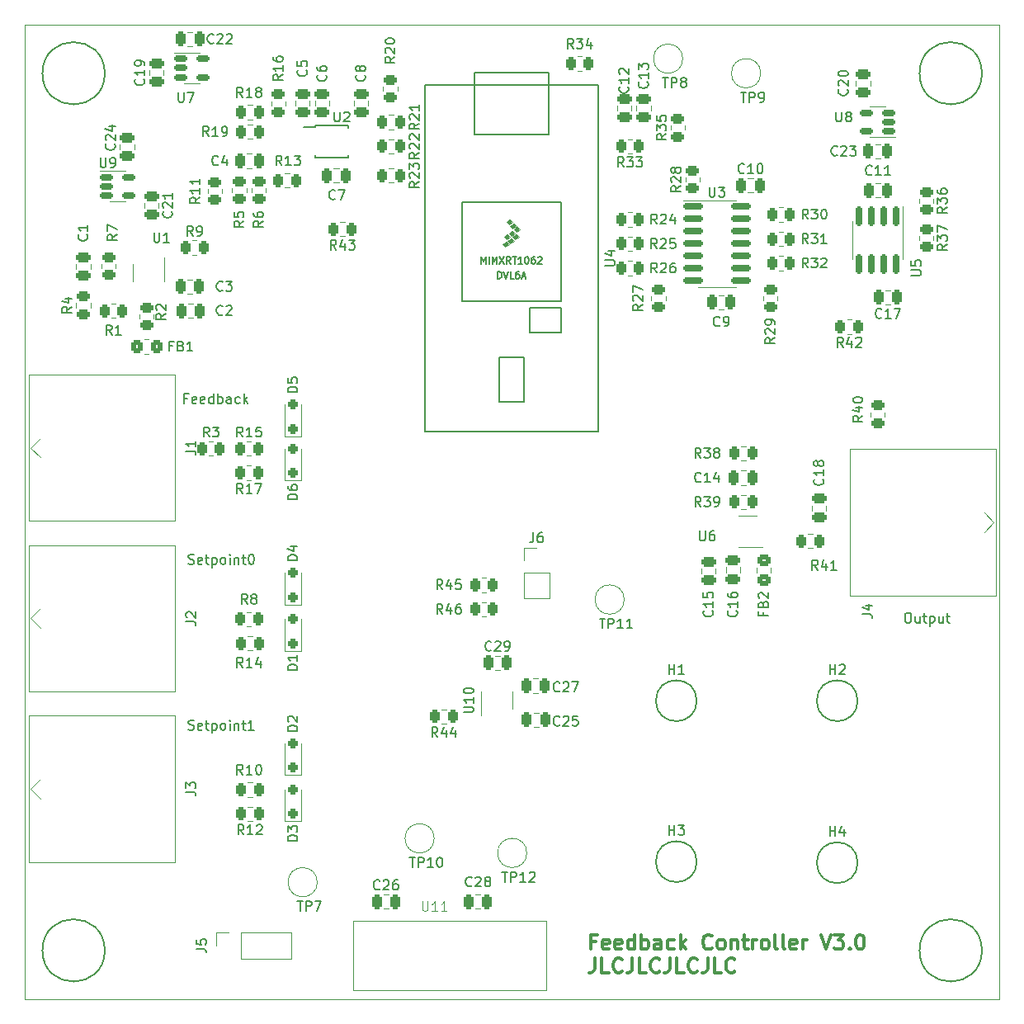
<source format=gto>
G04 #@! TF.GenerationSoftware,KiCad,Pcbnew,7.0.8-7.0.8~ubuntu22.04.1*
G04 #@! TF.CreationDate,2023-10-06T16:41:22-07:00*
G04 #@! TF.ProjectId,feedbackController,66656564-6261-4636-9b43-6f6e74726f6c,rev?*
G04 #@! TF.SameCoordinates,Original*
G04 #@! TF.FileFunction,Legend,Top*
G04 #@! TF.FilePolarity,Positive*
%FSLAX46Y46*%
G04 Gerber Fmt 4.6, Leading zero omitted, Abs format (unit mm)*
G04 Created by KiCad (PCBNEW 7.0.8-7.0.8~ubuntu22.04.1) date 2023-10-06 16:41:22*
%MOMM*%
%LPD*%
G01*
G04 APERTURE LIST*
G04 Aperture macros list*
%AMRoundRect*
0 Rectangle with rounded corners*
0 $1 Rounding radius*
0 $2 $3 $4 $5 $6 $7 $8 $9 X,Y pos of 4 corners*
0 Add a 4 corners polygon primitive as box body*
4,1,4,$2,$3,$4,$5,$6,$7,$8,$9,$2,$3,0*
0 Add four circle primitives for the rounded corners*
1,1,$1+$1,$2,$3*
1,1,$1+$1,$4,$5*
1,1,$1+$1,$6,$7*
1,1,$1+$1,$8,$9*
0 Add four rect primitives between the rounded corners*
20,1,$1+$1,$2,$3,$4,$5,0*
20,1,$1+$1,$4,$5,$6,$7,0*
20,1,$1+$1,$6,$7,$8,$9,0*
20,1,$1+$1,$8,$9,$2,$3,0*%
G04 Aperture macros list end*
%ADD10C,0.300000*%
%ADD11C,0.150000*%
%ADD12C,0.100000*%
%ADD13C,0.120000*%
%ADD14RoundRect,0.250000X0.450000X-0.262500X0.450000X0.262500X-0.450000X0.262500X-0.450000X-0.262500X0*%
%ADD15RoundRect,0.250000X-0.250000X-0.475000X0.250000X-0.475000X0.250000X0.475000X-0.250000X0.475000X0*%
%ADD16RoundRect,0.250000X-0.262500X-0.450000X0.262500X-0.450000X0.262500X0.450000X-0.262500X0.450000X0*%
%ADD17RoundRect,0.250000X-0.475000X0.250000X-0.475000X-0.250000X0.475000X-0.250000X0.475000X0.250000X0*%
%ADD18RoundRect,0.250000X0.262500X0.450000X-0.262500X0.450000X-0.262500X-0.450000X0.262500X-0.450000X0*%
%ADD19RoundRect,0.250000X-0.450000X0.262500X-0.450000X-0.262500X0.450000X-0.262500X0.450000X0.262500X0*%
%ADD20RoundRect,0.250000X0.250000X-0.250000X0.250000X0.250000X-0.250000X0.250000X-0.250000X-0.250000X0*%
%ADD21RoundRect,0.250000X0.475000X-0.250000X0.475000X0.250000X-0.475000X0.250000X-0.475000X-0.250000X0*%
%ADD22R,0.650000X1.560000*%
%ADD23C,2.000000*%
%ADD24RoundRect,0.150000X-0.825000X-0.150000X0.825000X-0.150000X0.825000X0.150000X-0.825000X0.150000X0*%
%ADD25RoundRect,0.250000X0.250000X0.475000X-0.250000X0.475000X-0.250000X-0.475000X0.250000X-0.475000X0*%
%ADD26C,2.100000*%
%ADD27C,3.200000*%
%ADD28RoundRect,0.150000X-0.512500X-0.150000X0.512500X-0.150000X0.512500X0.150000X-0.512500X0.150000X0*%
%ADD29R,1.700000X1.700000*%
%ADD30O,1.700000X1.700000*%
%ADD31RoundRect,0.150000X-0.150000X0.825000X-0.150000X-0.825000X0.150000X-0.825000X0.150000X0.825000X0*%
%ADD32R,1.560000X0.650000*%
%ADD33C,1.524000*%
%ADD34O,2.500000X1.600000*%
%ADD35O,7.000000X3.500000*%
%ADD36RoundRect,0.250000X0.450000X-0.350000X0.450000X0.350000X-0.450000X0.350000X-0.450000X-0.350000X0*%
%ADD37R,1.400000X0.300000*%
%ADD38RoundRect,0.250000X0.350000X0.450000X-0.350000X0.450000X-0.350000X-0.450000X0.350000X-0.450000X0*%
%ADD39RoundRect,0.150000X0.512500X0.150000X-0.512500X0.150000X-0.512500X-0.150000X0.512500X-0.150000X0*%
%ADD40C,1.600000*%
G04 #@! TA.AperFunction,Profile*
%ADD41C,0.100000*%
G04 #@! TD*
G04 APERTURE END LIST*
D10*
X108554510Y-144100114D02*
X108054510Y-144100114D01*
X108054510Y-144885828D02*
X108054510Y-143385828D01*
X108054510Y-143385828D02*
X108768796Y-143385828D01*
X109911653Y-144814400D02*
X109768796Y-144885828D01*
X109768796Y-144885828D02*
X109483082Y-144885828D01*
X109483082Y-144885828D02*
X109340224Y-144814400D01*
X109340224Y-144814400D02*
X109268796Y-144671542D01*
X109268796Y-144671542D02*
X109268796Y-144100114D01*
X109268796Y-144100114D02*
X109340224Y-143957257D01*
X109340224Y-143957257D02*
X109483082Y-143885828D01*
X109483082Y-143885828D02*
X109768796Y-143885828D01*
X109768796Y-143885828D02*
X109911653Y-143957257D01*
X109911653Y-143957257D02*
X109983082Y-144100114D01*
X109983082Y-144100114D02*
X109983082Y-144242971D01*
X109983082Y-144242971D02*
X109268796Y-144385828D01*
X111197367Y-144814400D02*
X111054510Y-144885828D01*
X111054510Y-144885828D02*
X110768796Y-144885828D01*
X110768796Y-144885828D02*
X110625938Y-144814400D01*
X110625938Y-144814400D02*
X110554510Y-144671542D01*
X110554510Y-144671542D02*
X110554510Y-144100114D01*
X110554510Y-144100114D02*
X110625938Y-143957257D01*
X110625938Y-143957257D02*
X110768796Y-143885828D01*
X110768796Y-143885828D02*
X111054510Y-143885828D01*
X111054510Y-143885828D02*
X111197367Y-143957257D01*
X111197367Y-143957257D02*
X111268796Y-144100114D01*
X111268796Y-144100114D02*
X111268796Y-144242971D01*
X111268796Y-144242971D02*
X110554510Y-144385828D01*
X112554510Y-144885828D02*
X112554510Y-143385828D01*
X112554510Y-144814400D02*
X112411652Y-144885828D01*
X112411652Y-144885828D02*
X112125938Y-144885828D01*
X112125938Y-144885828D02*
X111983081Y-144814400D01*
X111983081Y-144814400D02*
X111911652Y-144742971D01*
X111911652Y-144742971D02*
X111840224Y-144600114D01*
X111840224Y-144600114D02*
X111840224Y-144171542D01*
X111840224Y-144171542D02*
X111911652Y-144028685D01*
X111911652Y-144028685D02*
X111983081Y-143957257D01*
X111983081Y-143957257D02*
X112125938Y-143885828D01*
X112125938Y-143885828D02*
X112411652Y-143885828D01*
X112411652Y-143885828D02*
X112554510Y-143957257D01*
X113268795Y-144885828D02*
X113268795Y-143385828D01*
X113268795Y-143957257D02*
X113411653Y-143885828D01*
X113411653Y-143885828D02*
X113697367Y-143885828D01*
X113697367Y-143885828D02*
X113840224Y-143957257D01*
X113840224Y-143957257D02*
X113911653Y-144028685D01*
X113911653Y-144028685D02*
X113983081Y-144171542D01*
X113983081Y-144171542D02*
X113983081Y-144600114D01*
X113983081Y-144600114D02*
X113911653Y-144742971D01*
X113911653Y-144742971D02*
X113840224Y-144814400D01*
X113840224Y-144814400D02*
X113697367Y-144885828D01*
X113697367Y-144885828D02*
X113411653Y-144885828D01*
X113411653Y-144885828D02*
X113268795Y-144814400D01*
X115268796Y-144885828D02*
X115268796Y-144100114D01*
X115268796Y-144100114D02*
X115197367Y-143957257D01*
X115197367Y-143957257D02*
X115054510Y-143885828D01*
X115054510Y-143885828D02*
X114768796Y-143885828D01*
X114768796Y-143885828D02*
X114625938Y-143957257D01*
X115268796Y-144814400D02*
X115125938Y-144885828D01*
X115125938Y-144885828D02*
X114768796Y-144885828D01*
X114768796Y-144885828D02*
X114625938Y-144814400D01*
X114625938Y-144814400D02*
X114554510Y-144671542D01*
X114554510Y-144671542D02*
X114554510Y-144528685D01*
X114554510Y-144528685D02*
X114625938Y-144385828D01*
X114625938Y-144385828D02*
X114768796Y-144314400D01*
X114768796Y-144314400D02*
X115125938Y-144314400D01*
X115125938Y-144314400D02*
X115268796Y-144242971D01*
X116625939Y-144814400D02*
X116483081Y-144885828D01*
X116483081Y-144885828D02*
X116197367Y-144885828D01*
X116197367Y-144885828D02*
X116054510Y-144814400D01*
X116054510Y-144814400D02*
X115983081Y-144742971D01*
X115983081Y-144742971D02*
X115911653Y-144600114D01*
X115911653Y-144600114D02*
X115911653Y-144171542D01*
X115911653Y-144171542D02*
X115983081Y-144028685D01*
X115983081Y-144028685D02*
X116054510Y-143957257D01*
X116054510Y-143957257D02*
X116197367Y-143885828D01*
X116197367Y-143885828D02*
X116483081Y-143885828D01*
X116483081Y-143885828D02*
X116625939Y-143957257D01*
X117268795Y-144885828D02*
X117268795Y-143385828D01*
X117411653Y-144314400D02*
X117840224Y-144885828D01*
X117840224Y-143885828D02*
X117268795Y-144457257D01*
X120483081Y-144742971D02*
X120411653Y-144814400D01*
X120411653Y-144814400D02*
X120197367Y-144885828D01*
X120197367Y-144885828D02*
X120054510Y-144885828D01*
X120054510Y-144885828D02*
X119840224Y-144814400D01*
X119840224Y-144814400D02*
X119697367Y-144671542D01*
X119697367Y-144671542D02*
X119625938Y-144528685D01*
X119625938Y-144528685D02*
X119554510Y-144242971D01*
X119554510Y-144242971D02*
X119554510Y-144028685D01*
X119554510Y-144028685D02*
X119625938Y-143742971D01*
X119625938Y-143742971D02*
X119697367Y-143600114D01*
X119697367Y-143600114D02*
X119840224Y-143457257D01*
X119840224Y-143457257D02*
X120054510Y-143385828D01*
X120054510Y-143385828D02*
X120197367Y-143385828D01*
X120197367Y-143385828D02*
X120411653Y-143457257D01*
X120411653Y-143457257D02*
X120483081Y-143528685D01*
X121340224Y-144885828D02*
X121197367Y-144814400D01*
X121197367Y-144814400D02*
X121125938Y-144742971D01*
X121125938Y-144742971D02*
X121054510Y-144600114D01*
X121054510Y-144600114D02*
X121054510Y-144171542D01*
X121054510Y-144171542D02*
X121125938Y-144028685D01*
X121125938Y-144028685D02*
X121197367Y-143957257D01*
X121197367Y-143957257D02*
X121340224Y-143885828D01*
X121340224Y-143885828D02*
X121554510Y-143885828D01*
X121554510Y-143885828D02*
X121697367Y-143957257D01*
X121697367Y-143957257D02*
X121768796Y-144028685D01*
X121768796Y-144028685D02*
X121840224Y-144171542D01*
X121840224Y-144171542D02*
X121840224Y-144600114D01*
X121840224Y-144600114D02*
X121768796Y-144742971D01*
X121768796Y-144742971D02*
X121697367Y-144814400D01*
X121697367Y-144814400D02*
X121554510Y-144885828D01*
X121554510Y-144885828D02*
X121340224Y-144885828D01*
X122483081Y-143885828D02*
X122483081Y-144885828D01*
X122483081Y-144028685D02*
X122554510Y-143957257D01*
X122554510Y-143957257D02*
X122697367Y-143885828D01*
X122697367Y-143885828D02*
X122911653Y-143885828D01*
X122911653Y-143885828D02*
X123054510Y-143957257D01*
X123054510Y-143957257D02*
X123125939Y-144100114D01*
X123125939Y-144100114D02*
X123125939Y-144885828D01*
X123625939Y-143885828D02*
X124197367Y-143885828D01*
X123840224Y-143385828D02*
X123840224Y-144671542D01*
X123840224Y-144671542D02*
X123911653Y-144814400D01*
X123911653Y-144814400D02*
X124054510Y-144885828D01*
X124054510Y-144885828D02*
X124197367Y-144885828D01*
X124697367Y-144885828D02*
X124697367Y-143885828D01*
X124697367Y-144171542D02*
X124768796Y-144028685D01*
X124768796Y-144028685D02*
X124840225Y-143957257D01*
X124840225Y-143957257D02*
X124983082Y-143885828D01*
X124983082Y-143885828D02*
X125125939Y-143885828D01*
X125840224Y-144885828D02*
X125697367Y-144814400D01*
X125697367Y-144814400D02*
X125625938Y-144742971D01*
X125625938Y-144742971D02*
X125554510Y-144600114D01*
X125554510Y-144600114D02*
X125554510Y-144171542D01*
X125554510Y-144171542D02*
X125625938Y-144028685D01*
X125625938Y-144028685D02*
X125697367Y-143957257D01*
X125697367Y-143957257D02*
X125840224Y-143885828D01*
X125840224Y-143885828D02*
X126054510Y-143885828D01*
X126054510Y-143885828D02*
X126197367Y-143957257D01*
X126197367Y-143957257D02*
X126268796Y-144028685D01*
X126268796Y-144028685D02*
X126340224Y-144171542D01*
X126340224Y-144171542D02*
X126340224Y-144600114D01*
X126340224Y-144600114D02*
X126268796Y-144742971D01*
X126268796Y-144742971D02*
X126197367Y-144814400D01*
X126197367Y-144814400D02*
X126054510Y-144885828D01*
X126054510Y-144885828D02*
X125840224Y-144885828D01*
X127197367Y-144885828D02*
X127054510Y-144814400D01*
X127054510Y-144814400D02*
X126983081Y-144671542D01*
X126983081Y-144671542D02*
X126983081Y-143385828D01*
X127983081Y-144885828D02*
X127840224Y-144814400D01*
X127840224Y-144814400D02*
X127768795Y-144671542D01*
X127768795Y-144671542D02*
X127768795Y-143385828D01*
X129125938Y-144814400D02*
X128983081Y-144885828D01*
X128983081Y-144885828D02*
X128697367Y-144885828D01*
X128697367Y-144885828D02*
X128554509Y-144814400D01*
X128554509Y-144814400D02*
X128483081Y-144671542D01*
X128483081Y-144671542D02*
X128483081Y-144100114D01*
X128483081Y-144100114D02*
X128554509Y-143957257D01*
X128554509Y-143957257D02*
X128697367Y-143885828D01*
X128697367Y-143885828D02*
X128983081Y-143885828D01*
X128983081Y-143885828D02*
X129125938Y-143957257D01*
X129125938Y-143957257D02*
X129197367Y-144100114D01*
X129197367Y-144100114D02*
X129197367Y-144242971D01*
X129197367Y-144242971D02*
X128483081Y-144385828D01*
X129840223Y-144885828D02*
X129840223Y-143885828D01*
X129840223Y-144171542D02*
X129911652Y-144028685D01*
X129911652Y-144028685D02*
X129983081Y-143957257D01*
X129983081Y-143957257D02*
X130125938Y-143885828D01*
X130125938Y-143885828D02*
X130268795Y-143885828D01*
X131697366Y-143385828D02*
X132197366Y-144885828D01*
X132197366Y-144885828D02*
X132697366Y-143385828D01*
X133054508Y-143385828D02*
X133983080Y-143385828D01*
X133983080Y-143385828D02*
X133483080Y-143957257D01*
X133483080Y-143957257D02*
X133697365Y-143957257D01*
X133697365Y-143957257D02*
X133840223Y-144028685D01*
X133840223Y-144028685D02*
X133911651Y-144100114D01*
X133911651Y-144100114D02*
X133983080Y-144242971D01*
X133983080Y-144242971D02*
X133983080Y-144600114D01*
X133983080Y-144600114D02*
X133911651Y-144742971D01*
X133911651Y-144742971D02*
X133840223Y-144814400D01*
X133840223Y-144814400D02*
X133697365Y-144885828D01*
X133697365Y-144885828D02*
X133268794Y-144885828D01*
X133268794Y-144885828D02*
X133125937Y-144814400D01*
X133125937Y-144814400D02*
X133054508Y-144742971D01*
X134625936Y-144742971D02*
X134697365Y-144814400D01*
X134697365Y-144814400D02*
X134625936Y-144885828D01*
X134625936Y-144885828D02*
X134554508Y-144814400D01*
X134554508Y-144814400D02*
X134625936Y-144742971D01*
X134625936Y-144742971D02*
X134625936Y-144885828D01*
X135625937Y-143385828D02*
X135768794Y-143385828D01*
X135768794Y-143385828D02*
X135911651Y-143457257D01*
X135911651Y-143457257D02*
X135983080Y-143528685D01*
X135983080Y-143528685D02*
X136054508Y-143671542D01*
X136054508Y-143671542D02*
X136125937Y-143957257D01*
X136125937Y-143957257D02*
X136125937Y-144314400D01*
X136125937Y-144314400D02*
X136054508Y-144600114D01*
X136054508Y-144600114D02*
X135983080Y-144742971D01*
X135983080Y-144742971D02*
X135911651Y-144814400D01*
X135911651Y-144814400D02*
X135768794Y-144885828D01*
X135768794Y-144885828D02*
X135625937Y-144885828D01*
X135625937Y-144885828D02*
X135483080Y-144814400D01*
X135483080Y-144814400D02*
X135411651Y-144742971D01*
X135411651Y-144742971D02*
X135340222Y-144600114D01*
X135340222Y-144600114D02*
X135268794Y-144314400D01*
X135268794Y-144314400D02*
X135268794Y-143957257D01*
X135268794Y-143957257D02*
X135340222Y-143671542D01*
X135340222Y-143671542D02*
X135411651Y-143528685D01*
X135411651Y-143528685D02*
X135483080Y-143457257D01*
X135483080Y-143457257D02*
X135625937Y-143385828D01*
X108483082Y-145800828D02*
X108483082Y-146872257D01*
X108483082Y-146872257D02*
X108411653Y-147086542D01*
X108411653Y-147086542D02*
X108268796Y-147229400D01*
X108268796Y-147229400D02*
X108054510Y-147300828D01*
X108054510Y-147300828D02*
X107911653Y-147300828D01*
X109911653Y-147300828D02*
X109197367Y-147300828D01*
X109197367Y-147300828D02*
X109197367Y-145800828D01*
X111268796Y-147157971D02*
X111197368Y-147229400D01*
X111197368Y-147229400D02*
X110983082Y-147300828D01*
X110983082Y-147300828D02*
X110840225Y-147300828D01*
X110840225Y-147300828D02*
X110625939Y-147229400D01*
X110625939Y-147229400D02*
X110483082Y-147086542D01*
X110483082Y-147086542D02*
X110411653Y-146943685D01*
X110411653Y-146943685D02*
X110340225Y-146657971D01*
X110340225Y-146657971D02*
X110340225Y-146443685D01*
X110340225Y-146443685D02*
X110411653Y-146157971D01*
X110411653Y-146157971D02*
X110483082Y-146015114D01*
X110483082Y-146015114D02*
X110625939Y-145872257D01*
X110625939Y-145872257D02*
X110840225Y-145800828D01*
X110840225Y-145800828D02*
X110983082Y-145800828D01*
X110983082Y-145800828D02*
X111197368Y-145872257D01*
X111197368Y-145872257D02*
X111268796Y-145943685D01*
X112340225Y-145800828D02*
X112340225Y-146872257D01*
X112340225Y-146872257D02*
X112268796Y-147086542D01*
X112268796Y-147086542D02*
X112125939Y-147229400D01*
X112125939Y-147229400D02*
X111911653Y-147300828D01*
X111911653Y-147300828D02*
X111768796Y-147300828D01*
X113768796Y-147300828D02*
X113054510Y-147300828D01*
X113054510Y-147300828D02*
X113054510Y-145800828D01*
X115125939Y-147157971D02*
X115054511Y-147229400D01*
X115054511Y-147229400D02*
X114840225Y-147300828D01*
X114840225Y-147300828D02*
X114697368Y-147300828D01*
X114697368Y-147300828D02*
X114483082Y-147229400D01*
X114483082Y-147229400D02*
X114340225Y-147086542D01*
X114340225Y-147086542D02*
X114268796Y-146943685D01*
X114268796Y-146943685D02*
X114197368Y-146657971D01*
X114197368Y-146657971D02*
X114197368Y-146443685D01*
X114197368Y-146443685D02*
X114268796Y-146157971D01*
X114268796Y-146157971D02*
X114340225Y-146015114D01*
X114340225Y-146015114D02*
X114483082Y-145872257D01*
X114483082Y-145872257D02*
X114697368Y-145800828D01*
X114697368Y-145800828D02*
X114840225Y-145800828D01*
X114840225Y-145800828D02*
X115054511Y-145872257D01*
X115054511Y-145872257D02*
X115125939Y-145943685D01*
X116197368Y-145800828D02*
X116197368Y-146872257D01*
X116197368Y-146872257D02*
X116125939Y-147086542D01*
X116125939Y-147086542D02*
X115983082Y-147229400D01*
X115983082Y-147229400D02*
X115768796Y-147300828D01*
X115768796Y-147300828D02*
X115625939Y-147300828D01*
X117625939Y-147300828D02*
X116911653Y-147300828D01*
X116911653Y-147300828D02*
X116911653Y-145800828D01*
X118983082Y-147157971D02*
X118911654Y-147229400D01*
X118911654Y-147229400D02*
X118697368Y-147300828D01*
X118697368Y-147300828D02*
X118554511Y-147300828D01*
X118554511Y-147300828D02*
X118340225Y-147229400D01*
X118340225Y-147229400D02*
X118197368Y-147086542D01*
X118197368Y-147086542D02*
X118125939Y-146943685D01*
X118125939Y-146943685D02*
X118054511Y-146657971D01*
X118054511Y-146657971D02*
X118054511Y-146443685D01*
X118054511Y-146443685D02*
X118125939Y-146157971D01*
X118125939Y-146157971D02*
X118197368Y-146015114D01*
X118197368Y-146015114D02*
X118340225Y-145872257D01*
X118340225Y-145872257D02*
X118554511Y-145800828D01*
X118554511Y-145800828D02*
X118697368Y-145800828D01*
X118697368Y-145800828D02*
X118911654Y-145872257D01*
X118911654Y-145872257D02*
X118983082Y-145943685D01*
X120054511Y-145800828D02*
X120054511Y-146872257D01*
X120054511Y-146872257D02*
X119983082Y-147086542D01*
X119983082Y-147086542D02*
X119840225Y-147229400D01*
X119840225Y-147229400D02*
X119625939Y-147300828D01*
X119625939Y-147300828D02*
X119483082Y-147300828D01*
X121483082Y-147300828D02*
X120768796Y-147300828D01*
X120768796Y-147300828D02*
X120768796Y-145800828D01*
X122840225Y-147157971D02*
X122768797Y-147229400D01*
X122768797Y-147229400D02*
X122554511Y-147300828D01*
X122554511Y-147300828D02*
X122411654Y-147300828D01*
X122411654Y-147300828D02*
X122197368Y-147229400D01*
X122197368Y-147229400D02*
X122054511Y-147086542D01*
X122054511Y-147086542D02*
X121983082Y-146943685D01*
X121983082Y-146943685D02*
X121911654Y-146657971D01*
X121911654Y-146657971D02*
X121911654Y-146443685D01*
X121911654Y-146443685D02*
X121983082Y-146157971D01*
X121983082Y-146157971D02*
X122054511Y-146015114D01*
X122054511Y-146015114D02*
X122197368Y-145872257D01*
X122197368Y-145872257D02*
X122411654Y-145800828D01*
X122411654Y-145800828D02*
X122554511Y-145800828D01*
X122554511Y-145800828D02*
X122768797Y-145872257D01*
X122768797Y-145872257D02*
X122840225Y-145943685D01*
D11*
X66670112Y-88346009D02*
X66336779Y-88346009D01*
X66336779Y-88869819D02*
X66336779Y-87869819D01*
X66336779Y-87869819D02*
X66812969Y-87869819D01*
X67574874Y-88822200D02*
X67479636Y-88869819D01*
X67479636Y-88869819D02*
X67289160Y-88869819D01*
X67289160Y-88869819D02*
X67193922Y-88822200D01*
X67193922Y-88822200D02*
X67146303Y-88726961D01*
X67146303Y-88726961D02*
X67146303Y-88346009D01*
X67146303Y-88346009D02*
X67193922Y-88250771D01*
X67193922Y-88250771D02*
X67289160Y-88203152D01*
X67289160Y-88203152D02*
X67479636Y-88203152D01*
X67479636Y-88203152D02*
X67574874Y-88250771D01*
X67574874Y-88250771D02*
X67622493Y-88346009D01*
X67622493Y-88346009D02*
X67622493Y-88441247D01*
X67622493Y-88441247D02*
X67146303Y-88536485D01*
X68432017Y-88822200D02*
X68336779Y-88869819D01*
X68336779Y-88869819D02*
X68146303Y-88869819D01*
X68146303Y-88869819D02*
X68051065Y-88822200D01*
X68051065Y-88822200D02*
X68003446Y-88726961D01*
X68003446Y-88726961D02*
X68003446Y-88346009D01*
X68003446Y-88346009D02*
X68051065Y-88250771D01*
X68051065Y-88250771D02*
X68146303Y-88203152D01*
X68146303Y-88203152D02*
X68336779Y-88203152D01*
X68336779Y-88203152D02*
X68432017Y-88250771D01*
X68432017Y-88250771D02*
X68479636Y-88346009D01*
X68479636Y-88346009D02*
X68479636Y-88441247D01*
X68479636Y-88441247D02*
X68003446Y-88536485D01*
X69336779Y-88869819D02*
X69336779Y-87869819D01*
X69336779Y-88822200D02*
X69241541Y-88869819D01*
X69241541Y-88869819D02*
X69051065Y-88869819D01*
X69051065Y-88869819D02*
X68955827Y-88822200D01*
X68955827Y-88822200D02*
X68908208Y-88774580D01*
X68908208Y-88774580D02*
X68860589Y-88679342D01*
X68860589Y-88679342D02*
X68860589Y-88393628D01*
X68860589Y-88393628D02*
X68908208Y-88298390D01*
X68908208Y-88298390D02*
X68955827Y-88250771D01*
X68955827Y-88250771D02*
X69051065Y-88203152D01*
X69051065Y-88203152D02*
X69241541Y-88203152D01*
X69241541Y-88203152D02*
X69336779Y-88250771D01*
X69812970Y-88869819D02*
X69812970Y-87869819D01*
X69812970Y-88250771D02*
X69908208Y-88203152D01*
X69908208Y-88203152D02*
X70098684Y-88203152D01*
X70098684Y-88203152D02*
X70193922Y-88250771D01*
X70193922Y-88250771D02*
X70241541Y-88298390D01*
X70241541Y-88298390D02*
X70289160Y-88393628D01*
X70289160Y-88393628D02*
X70289160Y-88679342D01*
X70289160Y-88679342D02*
X70241541Y-88774580D01*
X70241541Y-88774580D02*
X70193922Y-88822200D01*
X70193922Y-88822200D02*
X70098684Y-88869819D01*
X70098684Y-88869819D02*
X69908208Y-88869819D01*
X69908208Y-88869819D02*
X69812970Y-88822200D01*
X71146303Y-88869819D02*
X71146303Y-88346009D01*
X71146303Y-88346009D02*
X71098684Y-88250771D01*
X71098684Y-88250771D02*
X71003446Y-88203152D01*
X71003446Y-88203152D02*
X70812970Y-88203152D01*
X70812970Y-88203152D02*
X70717732Y-88250771D01*
X71146303Y-88822200D02*
X71051065Y-88869819D01*
X71051065Y-88869819D02*
X70812970Y-88869819D01*
X70812970Y-88869819D02*
X70717732Y-88822200D01*
X70717732Y-88822200D02*
X70670113Y-88726961D01*
X70670113Y-88726961D02*
X70670113Y-88631723D01*
X70670113Y-88631723D02*
X70717732Y-88536485D01*
X70717732Y-88536485D02*
X70812970Y-88488866D01*
X70812970Y-88488866D02*
X71051065Y-88488866D01*
X71051065Y-88488866D02*
X71146303Y-88441247D01*
X72051065Y-88822200D02*
X71955827Y-88869819D01*
X71955827Y-88869819D02*
X71765351Y-88869819D01*
X71765351Y-88869819D02*
X71670113Y-88822200D01*
X71670113Y-88822200D02*
X71622494Y-88774580D01*
X71622494Y-88774580D02*
X71574875Y-88679342D01*
X71574875Y-88679342D02*
X71574875Y-88393628D01*
X71574875Y-88393628D02*
X71622494Y-88298390D01*
X71622494Y-88298390D02*
X71670113Y-88250771D01*
X71670113Y-88250771D02*
X71765351Y-88203152D01*
X71765351Y-88203152D02*
X71955827Y-88203152D01*
X71955827Y-88203152D02*
X72051065Y-88250771D01*
X72479637Y-88869819D02*
X72479637Y-87869819D01*
X72574875Y-88488866D02*
X72860589Y-88869819D01*
X72860589Y-88203152D02*
X72479637Y-88584104D01*
X66789160Y-122322200D02*
X66932017Y-122369819D01*
X66932017Y-122369819D02*
X67170112Y-122369819D01*
X67170112Y-122369819D02*
X67265350Y-122322200D01*
X67265350Y-122322200D02*
X67312969Y-122274580D01*
X67312969Y-122274580D02*
X67360588Y-122179342D01*
X67360588Y-122179342D02*
X67360588Y-122084104D01*
X67360588Y-122084104D02*
X67312969Y-121988866D01*
X67312969Y-121988866D02*
X67265350Y-121941247D01*
X67265350Y-121941247D02*
X67170112Y-121893628D01*
X67170112Y-121893628D02*
X66979636Y-121846009D01*
X66979636Y-121846009D02*
X66884398Y-121798390D01*
X66884398Y-121798390D02*
X66836779Y-121750771D01*
X66836779Y-121750771D02*
X66789160Y-121655533D01*
X66789160Y-121655533D02*
X66789160Y-121560295D01*
X66789160Y-121560295D02*
X66836779Y-121465057D01*
X66836779Y-121465057D02*
X66884398Y-121417438D01*
X66884398Y-121417438D02*
X66979636Y-121369819D01*
X66979636Y-121369819D02*
X67217731Y-121369819D01*
X67217731Y-121369819D02*
X67360588Y-121417438D01*
X68170112Y-122322200D02*
X68074874Y-122369819D01*
X68074874Y-122369819D02*
X67884398Y-122369819D01*
X67884398Y-122369819D02*
X67789160Y-122322200D01*
X67789160Y-122322200D02*
X67741541Y-122226961D01*
X67741541Y-122226961D02*
X67741541Y-121846009D01*
X67741541Y-121846009D02*
X67789160Y-121750771D01*
X67789160Y-121750771D02*
X67884398Y-121703152D01*
X67884398Y-121703152D02*
X68074874Y-121703152D01*
X68074874Y-121703152D02*
X68170112Y-121750771D01*
X68170112Y-121750771D02*
X68217731Y-121846009D01*
X68217731Y-121846009D02*
X68217731Y-121941247D01*
X68217731Y-121941247D02*
X67741541Y-122036485D01*
X68503446Y-121703152D02*
X68884398Y-121703152D01*
X68646303Y-121369819D02*
X68646303Y-122226961D01*
X68646303Y-122226961D02*
X68693922Y-122322200D01*
X68693922Y-122322200D02*
X68789160Y-122369819D01*
X68789160Y-122369819D02*
X68884398Y-122369819D01*
X69217732Y-121703152D02*
X69217732Y-122703152D01*
X69217732Y-121750771D02*
X69312970Y-121703152D01*
X69312970Y-121703152D02*
X69503446Y-121703152D01*
X69503446Y-121703152D02*
X69598684Y-121750771D01*
X69598684Y-121750771D02*
X69646303Y-121798390D01*
X69646303Y-121798390D02*
X69693922Y-121893628D01*
X69693922Y-121893628D02*
X69693922Y-122179342D01*
X69693922Y-122179342D02*
X69646303Y-122274580D01*
X69646303Y-122274580D02*
X69598684Y-122322200D01*
X69598684Y-122322200D02*
X69503446Y-122369819D01*
X69503446Y-122369819D02*
X69312970Y-122369819D01*
X69312970Y-122369819D02*
X69217732Y-122322200D01*
X70265351Y-122369819D02*
X70170113Y-122322200D01*
X70170113Y-122322200D02*
X70122494Y-122274580D01*
X70122494Y-122274580D02*
X70074875Y-122179342D01*
X70074875Y-122179342D02*
X70074875Y-121893628D01*
X70074875Y-121893628D02*
X70122494Y-121798390D01*
X70122494Y-121798390D02*
X70170113Y-121750771D01*
X70170113Y-121750771D02*
X70265351Y-121703152D01*
X70265351Y-121703152D02*
X70408208Y-121703152D01*
X70408208Y-121703152D02*
X70503446Y-121750771D01*
X70503446Y-121750771D02*
X70551065Y-121798390D01*
X70551065Y-121798390D02*
X70598684Y-121893628D01*
X70598684Y-121893628D02*
X70598684Y-122179342D01*
X70598684Y-122179342D02*
X70551065Y-122274580D01*
X70551065Y-122274580D02*
X70503446Y-122322200D01*
X70503446Y-122322200D02*
X70408208Y-122369819D01*
X70408208Y-122369819D02*
X70265351Y-122369819D01*
X71027256Y-122369819D02*
X71027256Y-121703152D01*
X71027256Y-121369819D02*
X70979637Y-121417438D01*
X70979637Y-121417438D02*
X71027256Y-121465057D01*
X71027256Y-121465057D02*
X71074875Y-121417438D01*
X71074875Y-121417438D02*
X71027256Y-121369819D01*
X71027256Y-121369819D02*
X71027256Y-121465057D01*
X71503446Y-121703152D02*
X71503446Y-122369819D01*
X71503446Y-121798390D02*
X71551065Y-121750771D01*
X71551065Y-121750771D02*
X71646303Y-121703152D01*
X71646303Y-121703152D02*
X71789160Y-121703152D01*
X71789160Y-121703152D02*
X71884398Y-121750771D01*
X71884398Y-121750771D02*
X71932017Y-121846009D01*
X71932017Y-121846009D02*
X71932017Y-122369819D01*
X72265351Y-121703152D02*
X72646303Y-121703152D01*
X72408208Y-121369819D02*
X72408208Y-122226961D01*
X72408208Y-122226961D02*
X72455827Y-122322200D01*
X72455827Y-122322200D02*
X72551065Y-122369819D01*
X72551065Y-122369819D02*
X72646303Y-122369819D01*
X73503446Y-122369819D02*
X72932018Y-122369819D01*
X73217732Y-122369819D02*
X73217732Y-121369819D01*
X73217732Y-121369819D02*
X73122494Y-121512676D01*
X73122494Y-121512676D02*
X73027256Y-121607914D01*
X73027256Y-121607914D02*
X72932018Y-121655533D01*
X140527255Y-110369819D02*
X140717731Y-110369819D01*
X140717731Y-110369819D02*
X140812969Y-110417438D01*
X140812969Y-110417438D02*
X140908207Y-110512676D01*
X140908207Y-110512676D02*
X140955826Y-110703152D01*
X140955826Y-110703152D02*
X140955826Y-111036485D01*
X140955826Y-111036485D02*
X140908207Y-111226961D01*
X140908207Y-111226961D02*
X140812969Y-111322200D01*
X140812969Y-111322200D02*
X140717731Y-111369819D01*
X140717731Y-111369819D02*
X140527255Y-111369819D01*
X140527255Y-111369819D02*
X140432017Y-111322200D01*
X140432017Y-111322200D02*
X140336779Y-111226961D01*
X140336779Y-111226961D02*
X140289160Y-111036485D01*
X140289160Y-111036485D02*
X140289160Y-110703152D01*
X140289160Y-110703152D02*
X140336779Y-110512676D01*
X140336779Y-110512676D02*
X140432017Y-110417438D01*
X140432017Y-110417438D02*
X140527255Y-110369819D01*
X141812969Y-110703152D02*
X141812969Y-111369819D01*
X141384398Y-110703152D02*
X141384398Y-111226961D01*
X141384398Y-111226961D02*
X141432017Y-111322200D01*
X141432017Y-111322200D02*
X141527255Y-111369819D01*
X141527255Y-111369819D02*
X141670112Y-111369819D01*
X141670112Y-111369819D02*
X141765350Y-111322200D01*
X141765350Y-111322200D02*
X141812969Y-111274580D01*
X142146303Y-110703152D02*
X142527255Y-110703152D01*
X142289160Y-110369819D02*
X142289160Y-111226961D01*
X142289160Y-111226961D02*
X142336779Y-111322200D01*
X142336779Y-111322200D02*
X142432017Y-111369819D01*
X142432017Y-111369819D02*
X142527255Y-111369819D01*
X142860589Y-110703152D02*
X142860589Y-111703152D01*
X142860589Y-110750771D02*
X142955827Y-110703152D01*
X142955827Y-110703152D02*
X143146303Y-110703152D01*
X143146303Y-110703152D02*
X143241541Y-110750771D01*
X143241541Y-110750771D02*
X143289160Y-110798390D01*
X143289160Y-110798390D02*
X143336779Y-110893628D01*
X143336779Y-110893628D02*
X143336779Y-111179342D01*
X143336779Y-111179342D02*
X143289160Y-111274580D01*
X143289160Y-111274580D02*
X143241541Y-111322200D01*
X143241541Y-111322200D02*
X143146303Y-111369819D01*
X143146303Y-111369819D02*
X142955827Y-111369819D01*
X142955827Y-111369819D02*
X142860589Y-111322200D01*
X144193922Y-110703152D02*
X144193922Y-111369819D01*
X143765351Y-110703152D02*
X143765351Y-111226961D01*
X143765351Y-111226961D02*
X143812970Y-111322200D01*
X143812970Y-111322200D02*
X143908208Y-111369819D01*
X143908208Y-111369819D02*
X144051065Y-111369819D01*
X144051065Y-111369819D02*
X144146303Y-111322200D01*
X144146303Y-111322200D02*
X144193922Y-111274580D01*
X144527256Y-110703152D02*
X144908208Y-110703152D01*
X144670113Y-110369819D02*
X144670113Y-111226961D01*
X144670113Y-111226961D02*
X144717732Y-111322200D01*
X144717732Y-111322200D02*
X144812970Y-111369819D01*
X144812970Y-111369819D02*
X144908208Y-111369819D01*
X66789160Y-105322200D02*
X66932017Y-105369819D01*
X66932017Y-105369819D02*
X67170112Y-105369819D01*
X67170112Y-105369819D02*
X67265350Y-105322200D01*
X67265350Y-105322200D02*
X67312969Y-105274580D01*
X67312969Y-105274580D02*
X67360588Y-105179342D01*
X67360588Y-105179342D02*
X67360588Y-105084104D01*
X67360588Y-105084104D02*
X67312969Y-104988866D01*
X67312969Y-104988866D02*
X67265350Y-104941247D01*
X67265350Y-104941247D02*
X67170112Y-104893628D01*
X67170112Y-104893628D02*
X66979636Y-104846009D01*
X66979636Y-104846009D02*
X66884398Y-104798390D01*
X66884398Y-104798390D02*
X66836779Y-104750771D01*
X66836779Y-104750771D02*
X66789160Y-104655533D01*
X66789160Y-104655533D02*
X66789160Y-104560295D01*
X66789160Y-104560295D02*
X66836779Y-104465057D01*
X66836779Y-104465057D02*
X66884398Y-104417438D01*
X66884398Y-104417438D02*
X66979636Y-104369819D01*
X66979636Y-104369819D02*
X67217731Y-104369819D01*
X67217731Y-104369819D02*
X67360588Y-104417438D01*
X68170112Y-105322200D02*
X68074874Y-105369819D01*
X68074874Y-105369819D02*
X67884398Y-105369819D01*
X67884398Y-105369819D02*
X67789160Y-105322200D01*
X67789160Y-105322200D02*
X67741541Y-105226961D01*
X67741541Y-105226961D02*
X67741541Y-104846009D01*
X67741541Y-104846009D02*
X67789160Y-104750771D01*
X67789160Y-104750771D02*
X67884398Y-104703152D01*
X67884398Y-104703152D02*
X68074874Y-104703152D01*
X68074874Y-104703152D02*
X68170112Y-104750771D01*
X68170112Y-104750771D02*
X68217731Y-104846009D01*
X68217731Y-104846009D02*
X68217731Y-104941247D01*
X68217731Y-104941247D02*
X67741541Y-105036485D01*
X68503446Y-104703152D02*
X68884398Y-104703152D01*
X68646303Y-104369819D02*
X68646303Y-105226961D01*
X68646303Y-105226961D02*
X68693922Y-105322200D01*
X68693922Y-105322200D02*
X68789160Y-105369819D01*
X68789160Y-105369819D02*
X68884398Y-105369819D01*
X69217732Y-104703152D02*
X69217732Y-105703152D01*
X69217732Y-104750771D02*
X69312970Y-104703152D01*
X69312970Y-104703152D02*
X69503446Y-104703152D01*
X69503446Y-104703152D02*
X69598684Y-104750771D01*
X69598684Y-104750771D02*
X69646303Y-104798390D01*
X69646303Y-104798390D02*
X69693922Y-104893628D01*
X69693922Y-104893628D02*
X69693922Y-105179342D01*
X69693922Y-105179342D02*
X69646303Y-105274580D01*
X69646303Y-105274580D02*
X69598684Y-105322200D01*
X69598684Y-105322200D02*
X69503446Y-105369819D01*
X69503446Y-105369819D02*
X69312970Y-105369819D01*
X69312970Y-105369819D02*
X69217732Y-105322200D01*
X70265351Y-105369819D02*
X70170113Y-105322200D01*
X70170113Y-105322200D02*
X70122494Y-105274580D01*
X70122494Y-105274580D02*
X70074875Y-105179342D01*
X70074875Y-105179342D02*
X70074875Y-104893628D01*
X70074875Y-104893628D02*
X70122494Y-104798390D01*
X70122494Y-104798390D02*
X70170113Y-104750771D01*
X70170113Y-104750771D02*
X70265351Y-104703152D01*
X70265351Y-104703152D02*
X70408208Y-104703152D01*
X70408208Y-104703152D02*
X70503446Y-104750771D01*
X70503446Y-104750771D02*
X70551065Y-104798390D01*
X70551065Y-104798390D02*
X70598684Y-104893628D01*
X70598684Y-104893628D02*
X70598684Y-105179342D01*
X70598684Y-105179342D02*
X70551065Y-105274580D01*
X70551065Y-105274580D02*
X70503446Y-105322200D01*
X70503446Y-105322200D02*
X70408208Y-105369819D01*
X70408208Y-105369819D02*
X70265351Y-105369819D01*
X71027256Y-105369819D02*
X71027256Y-104703152D01*
X71027256Y-104369819D02*
X70979637Y-104417438D01*
X70979637Y-104417438D02*
X71027256Y-104465057D01*
X71027256Y-104465057D02*
X71074875Y-104417438D01*
X71074875Y-104417438D02*
X71027256Y-104369819D01*
X71027256Y-104369819D02*
X71027256Y-104465057D01*
X71503446Y-104703152D02*
X71503446Y-105369819D01*
X71503446Y-104798390D02*
X71551065Y-104750771D01*
X71551065Y-104750771D02*
X71646303Y-104703152D01*
X71646303Y-104703152D02*
X71789160Y-104703152D01*
X71789160Y-104703152D02*
X71884398Y-104750771D01*
X71884398Y-104750771D02*
X71932017Y-104846009D01*
X71932017Y-104846009D02*
X71932017Y-105369819D01*
X72265351Y-104703152D02*
X72646303Y-104703152D01*
X72408208Y-104369819D02*
X72408208Y-105226961D01*
X72408208Y-105226961D02*
X72455827Y-105322200D01*
X72455827Y-105322200D02*
X72551065Y-105369819D01*
X72551065Y-105369819D02*
X72646303Y-105369819D01*
X73170113Y-104369819D02*
X73265351Y-104369819D01*
X73265351Y-104369819D02*
X73360589Y-104417438D01*
X73360589Y-104417438D02*
X73408208Y-104465057D01*
X73408208Y-104465057D02*
X73455827Y-104560295D01*
X73455827Y-104560295D02*
X73503446Y-104750771D01*
X73503446Y-104750771D02*
X73503446Y-104988866D01*
X73503446Y-104988866D02*
X73455827Y-105179342D01*
X73455827Y-105179342D02*
X73408208Y-105274580D01*
X73408208Y-105274580D02*
X73360589Y-105322200D01*
X73360589Y-105322200D02*
X73265351Y-105369819D01*
X73265351Y-105369819D02*
X73170113Y-105369819D01*
X73170113Y-105369819D02*
X73074875Y-105322200D01*
X73074875Y-105322200D02*
X73027256Y-105274580D01*
X73027256Y-105274580D02*
X72979637Y-105179342D01*
X72979637Y-105179342D02*
X72932018Y-104988866D01*
X72932018Y-104988866D02*
X72932018Y-104750771D01*
X72932018Y-104750771D02*
X72979637Y-104560295D01*
X72979637Y-104560295D02*
X73027256Y-104465057D01*
X73027256Y-104465057D02*
X73074875Y-104417438D01*
X73074875Y-104417438D02*
X73170113Y-104369819D01*
X113367319Y-78730357D02*
X112891128Y-79063690D01*
X113367319Y-79301785D02*
X112367319Y-79301785D01*
X112367319Y-79301785D02*
X112367319Y-78920833D01*
X112367319Y-78920833D02*
X112414938Y-78825595D01*
X112414938Y-78825595D02*
X112462557Y-78777976D01*
X112462557Y-78777976D02*
X112557795Y-78730357D01*
X112557795Y-78730357D02*
X112700652Y-78730357D01*
X112700652Y-78730357D02*
X112795890Y-78777976D01*
X112795890Y-78777976D02*
X112843509Y-78825595D01*
X112843509Y-78825595D02*
X112891128Y-78920833D01*
X112891128Y-78920833D02*
X112891128Y-79301785D01*
X112462557Y-78349404D02*
X112414938Y-78301785D01*
X112414938Y-78301785D02*
X112367319Y-78206547D01*
X112367319Y-78206547D02*
X112367319Y-77968452D01*
X112367319Y-77968452D02*
X112414938Y-77873214D01*
X112414938Y-77873214D02*
X112462557Y-77825595D01*
X112462557Y-77825595D02*
X112557795Y-77777976D01*
X112557795Y-77777976D02*
X112653033Y-77777976D01*
X112653033Y-77777976D02*
X112795890Y-77825595D01*
X112795890Y-77825595D02*
X113367319Y-78397023D01*
X113367319Y-78397023D02*
X113367319Y-77777976D01*
X112367319Y-77444642D02*
X112367319Y-76777976D01*
X112367319Y-76777976D02*
X113367319Y-77206547D01*
X104857142Y-118359580D02*
X104809523Y-118407200D01*
X104809523Y-118407200D02*
X104666666Y-118454819D01*
X104666666Y-118454819D02*
X104571428Y-118454819D01*
X104571428Y-118454819D02*
X104428571Y-118407200D01*
X104428571Y-118407200D02*
X104333333Y-118311961D01*
X104333333Y-118311961D02*
X104285714Y-118216723D01*
X104285714Y-118216723D02*
X104238095Y-118026247D01*
X104238095Y-118026247D02*
X104238095Y-117883390D01*
X104238095Y-117883390D02*
X104285714Y-117692914D01*
X104285714Y-117692914D02*
X104333333Y-117597676D01*
X104333333Y-117597676D02*
X104428571Y-117502438D01*
X104428571Y-117502438D02*
X104571428Y-117454819D01*
X104571428Y-117454819D02*
X104666666Y-117454819D01*
X104666666Y-117454819D02*
X104809523Y-117502438D01*
X104809523Y-117502438D02*
X104857142Y-117550057D01*
X105238095Y-117550057D02*
X105285714Y-117502438D01*
X105285714Y-117502438D02*
X105380952Y-117454819D01*
X105380952Y-117454819D02*
X105619047Y-117454819D01*
X105619047Y-117454819D02*
X105714285Y-117502438D01*
X105714285Y-117502438D02*
X105761904Y-117550057D01*
X105761904Y-117550057D02*
X105809523Y-117645295D01*
X105809523Y-117645295D02*
X105809523Y-117740533D01*
X105809523Y-117740533D02*
X105761904Y-117883390D01*
X105761904Y-117883390D02*
X105190476Y-118454819D01*
X105190476Y-118454819D02*
X105809523Y-118454819D01*
X106142857Y-117454819D02*
X106809523Y-117454819D01*
X106809523Y-117454819D02*
X106380952Y-118454819D01*
X72357142Y-92304819D02*
X72023809Y-91828628D01*
X71785714Y-92304819D02*
X71785714Y-91304819D01*
X71785714Y-91304819D02*
X72166666Y-91304819D01*
X72166666Y-91304819D02*
X72261904Y-91352438D01*
X72261904Y-91352438D02*
X72309523Y-91400057D01*
X72309523Y-91400057D02*
X72357142Y-91495295D01*
X72357142Y-91495295D02*
X72357142Y-91638152D01*
X72357142Y-91638152D02*
X72309523Y-91733390D01*
X72309523Y-91733390D02*
X72261904Y-91781009D01*
X72261904Y-91781009D02*
X72166666Y-91828628D01*
X72166666Y-91828628D02*
X71785714Y-91828628D01*
X73309523Y-92304819D02*
X72738095Y-92304819D01*
X73023809Y-92304819D02*
X73023809Y-91304819D01*
X73023809Y-91304819D02*
X72928571Y-91447676D01*
X72928571Y-91447676D02*
X72833333Y-91542914D01*
X72833333Y-91542914D02*
X72738095Y-91590533D01*
X74214285Y-91304819D02*
X73738095Y-91304819D01*
X73738095Y-91304819D02*
X73690476Y-91781009D01*
X73690476Y-91781009D02*
X73738095Y-91733390D01*
X73738095Y-91733390D02*
X73833333Y-91685771D01*
X73833333Y-91685771D02*
X74071428Y-91685771D01*
X74071428Y-91685771D02*
X74166666Y-91733390D01*
X74166666Y-91733390D02*
X74214285Y-91781009D01*
X74214285Y-91781009D02*
X74261904Y-91876247D01*
X74261904Y-91876247D02*
X74261904Y-92114342D01*
X74261904Y-92114342D02*
X74214285Y-92209580D01*
X74214285Y-92209580D02*
X74166666Y-92257200D01*
X74166666Y-92257200D02*
X74071428Y-92304819D01*
X74071428Y-92304819D02*
X73833333Y-92304819D01*
X73833333Y-92304819D02*
X73738095Y-92257200D01*
X73738095Y-92257200D02*
X73690476Y-92209580D01*
X78859580Y-54666666D02*
X78907200Y-54714285D01*
X78907200Y-54714285D02*
X78954819Y-54857142D01*
X78954819Y-54857142D02*
X78954819Y-54952380D01*
X78954819Y-54952380D02*
X78907200Y-55095237D01*
X78907200Y-55095237D02*
X78811961Y-55190475D01*
X78811961Y-55190475D02*
X78716723Y-55238094D01*
X78716723Y-55238094D02*
X78526247Y-55285713D01*
X78526247Y-55285713D02*
X78383390Y-55285713D01*
X78383390Y-55285713D02*
X78192914Y-55238094D01*
X78192914Y-55238094D02*
X78097676Y-55190475D01*
X78097676Y-55190475D02*
X78002438Y-55095237D01*
X78002438Y-55095237D02*
X77954819Y-54952380D01*
X77954819Y-54952380D02*
X77954819Y-54857142D01*
X77954819Y-54857142D02*
X78002438Y-54714285D01*
X78002438Y-54714285D02*
X78050057Y-54666666D01*
X77954819Y-53761904D02*
X77954819Y-54238094D01*
X77954819Y-54238094D02*
X78431009Y-54285713D01*
X78431009Y-54285713D02*
X78383390Y-54238094D01*
X78383390Y-54238094D02*
X78335771Y-54142856D01*
X78335771Y-54142856D02*
X78335771Y-53904761D01*
X78335771Y-53904761D02*
X78383390Y-53809523D01*
X78383390Y-53809523D02*
X78431009Y-53761904D01*
X78431009Y-53761904D02*
X78526247Y-53714285D01*
X78526247Y-53714285D02*
X78764342Y-53714285D01*
X78764342Y-53714285D02*
X78859580Y-53761904D01*
X78859580Y-53761904D02*
X78907200Y-53809523D01*
X78907200Y-53809523D02*
X78954819Y-53904761D01*
X78954819Y-53904761D02*
X78954819Y-54142856D01*
X78954819Y-54142856D02*
X78907200Y-54238094D01*
X78907200Y-54238094D02*
X78859580Y-54285713D01*
X70283333Y-79744960D02*
X70235714Y-79792580D01*
X70235714Y-79792580D02*
X70092857Y-79840199D01*
X70092857Y-79840199D02*
X69997619Y-79840199D01*
X69997619Y-79840199D02*
X69854762Y-79792580D01*
X69854762Y-79792580D02*
X69759524Y-79697341D01*
X69759524Y-79697341D02*
X69711905Y-79602103D01*
X69711905Y-79602103D02*
X69664286Y-79411627D01*
X69664286Y-79411627D02*
X69664286Y-79268770D01*
X69664286Y-79268770D02*
X69711905Y-79078294D01*
X69711905Y-79078294D02*
X69759524Y-78983056D01*
X69759524Y-78983056D02*
X69854762Y-78887818D01*
X69854762Y-78887818D02*
X69997619Y-78840199D01*
X69997619Y-78840199D02*
X70092857Y-78840199D01*
X70092857Y-78840199D02*
X70235714Y-78887818D01*
X70235714Y-78887818D02*
X70283333Y-78935437D01*
X70664286Y-78935437D02*
X70711905Y-78887818D01*
X70711905Y-78887818D02*
X70807143Y-78840199D01*
X70807143Y-78840199D02*
X71045238Y-78840199D01*
X71045238Y-78840199D02*
X71140476Y-78887818D01*
X71140476Y-78887818D02*
X71188095Y-78935437D01*
X71188095Y-78935437D02*
X71235714Y-79030675D01*
X71235714Y-79030675D02*
X71235714Y-79125913D01*
X71235714Y-79125913D02*
X71188095Y-79268770D01*
X71188095Y-79268770D02*
X70616667Y-79840199D01*
X70616667Y-79840199D02*
X71235714Y-79840199D01*
X114857142Y-75454819D02*
X114523809Y-74978628D01*
X114285714Y-75454819D02*
X114285714Y-74454819D01*
X114285714Y-74454819D02*
X114666666Y-74454819D01*
X114666666Y-74454819D02*
X114761904Y-74502438D01*
X114761904Y-74502438D02*
X114809523Y-74550057D01*
X114809523Y-74550057D02*
X114857142Y-74645295D01*
X114857142Y-74645295D02*
X114857142Y-74788152D01*
X114857142Y-74788152D02*
X114809523Y-74883390D01*
X114809523Y-74883390D02*
X114761904Y-74931009D01*
X114761904Y-74931009D02*
X114666666Y-74978628D01*
X114666666Y-74978628D02*
X114285714Y-74978628D01*
X115238095Y-74550057D02*
X115285714Y-74502438D01*
X115285714Y-74502438D02*
X115380952Y-74454819D01*
X115380952Y-74454819D02*
X115619047Y-74454819D01*
X115619047Y-74454819D02*
X115714285Y-74502438D01*
X115714285Y-74502438D02*
X115761904Y-74550057D01*
X115761904Y-74550057D02*
X115809523Y-74645295D01*
X115809523Y-74645295D02*
X115809523Y-74740533D01*
X115809523Y-74740533D02*
X115761904Y-74883390D01*
X115761904Y-74883390D02*
X115190476Y-75454819D01*
X115190476Y-75454819D02*
X115809523Y-75454819D01*
X116666666Y-74454819D02*
X116476190Y-74454819D01*
X116476190Y-74454819D02*
X116380952Y-74502438D01*
X116380952Y-74502438D02*
X116333333Y-74550057D01*
X116333333Y-74550057D02*
X116238095Y-74692914D01*
X116238095Y-74692914D02*
X116190476Y-74883390D01*
X116190476Y-74883390D02*
X116190476Y-75264342D01*
X116190476Y-75264342D02*
X116238095Y-75359580D01*
X116238095Y-75359580D02*
X116285714Y-75407200D01*
X116285714Y-75407200D02*
X116380952Y-75454819D01*
X116380952Y-75454819D02*
X116571428Y-75454819D01*
X116571428Y-75454819D02*
X116666666Y-75407200D01*
X116666666Y-75407200D02*
X116714285Y-75359580D01*
X116714285Y-75359580D02*
X116761904Y-75264342D01*
X116761904Y-75264342D02*
X116761904Y-75026247D01*
X116761904Y-75026247D02*
X116714285Y-74931009D01*
X116714285Y-74931009D02*
X116666666Y-74883390D01*
X116666666Y-74883390D02*
X116571428Y-74835771D01*
X116571428Y-74835771D02*
X116380952Y-74835771D01*
X116380952Y-74835771D02*
X116285714Y-74883390D01*
X116285714Y-74883390D02*
X116238095Y-74931009D01*
X116238095Y-74931009D02*
X116190476Y-75026247D01*
X72357142Y-126954819D02*
X72023809Y-126478628D01*
X71785714Y-126954819D02*
X71785714Y-125954819D01*
X71785714Y-125954819D02*
X72166666Y-125954819D01*
X72166666Y-125954819D02*
X72261904Y-126002438D01*
X72261904Y-126002438D02*
X72309523Y-126050057D01*
X72309523Y-126050057D02*
X72357142Y-126145295D01*
X72357142Y-126145295D02*
X72357142Y-126288152D01*
X72357142Y-126288152D02*
X72309523Y-126383390D01*
X72309523Y-126383390D02*
X72261904Y-126431009D01*
X72261904Y-126431009D02*
X72166666Y-126478628D01*
X72166666Y-126478628D02*
X71785714Y-126478628D01*
X73309523Y-126954819D02*
X72738095Y-126954819D01*
X73023809Y-126954819D02*
X73023809Y-125954819D01*
X73023809Y-125954819D02*
X72928571Y-126097676D01*
X72928571Y-126097676D02*
X72833333Y-126192914D01*
X72833333Y-126192914D02*
X72738095Y-126240533D01*
X73928571Y-125954819D02*
X74023809Y-125954819D01*
X74023809Y-125954819D02*
X74119047Y-126002438D01*
X74119047Y-126002438D02*
X74166666Y-126050057D01*
X74166666Y-126050057D02*
X74214285Y-126145295D01*
X74214285Y-126145295D02*
X74261904Y-126335771D01*
X74261904Y-126335771D02*
X74261904Y-126573866D01*
X74261904Y-126573866D02*
X74214285Y-126764342D01*
X74214285Y-126764342D02*
X74166666Y-126859580D01*
X74166666Y-126859580D02*
X74119047Y-126907200D01*
X74119047Y-126907200D02*
X74023809Y-126954819D01*
X74023809Y-126954819D02*
X73928571Y-126954819D01*
X73928571Y-126954819D02*
X73833333Y-126907200D01*
X73833333Y-126907200D02*
X73785714Y-126859580D01*
X73785714Y-126859580D02*
X73738095Y-126764342D01*
X73738095Y-126764342D02*
X73690476Y-126573866D01*
X73690476Y-126573866D02*
X73690476Y-126335771D01*
X73690476Y-126335771D02*
X73738095Y-126145295D01*
X73738095Y-126145295D02*
X73785714Y-126050057D01*
X73785714Y-126050057D02*
X73833333Y-126002438D01*
X73833333Y-126002438D02*
X73928571Y-125954819D01*
X74454819Y-70166666D02*
X73978628Y-70499999D01*
X74454819Y-70738094D02*
X73454819Y-70738094D01*
X73454819Y-70738094D02*
X73454819Y-70357142D01*
X73454819Y-70357142D02*
X73502438Y-70261904D01*
X73502438Y-70261904D02*
X73550057Y-70214285D01*
X73550057Y-70214285D02*
X73645295Y-70166666D01*
X73645295Y-70166666D02*
X73788152Y-70166666D01*
X73788152Y-70166666D02*
X73883390Y-70214285D01*
X73883390Y-70214285D02*
X73931009Y-70261904D01*
X73931009Y-70261904D02*
X73978628Y-70357142D01*
X73978628Y-70357142D02*
X73978628Y-70738094D01*
X73454819Y-69309523D02*
X73454819Y-69499999D01*
X73454819Y-69499999D02*
X73502438Y-69595237D01*
X73502438Y-69595237D02*
X73550057Y-69642856D01*
X73550057Y-69642856D02*
X73692914Y-69738094D01*
X73692914Y-69738094D02*
X73883390Y-69785713D01*
X73883390Y-69785713D02*
X74264342Y-69785713D01*
X74264342Y-69785713D02*
X74359580Y-69738094D01*
X74359580Y-69738094D02*
X74407200Y-69690475D01*
X74407200Y-69690475D02*
X74454819Y-69595237D01*
X74454819Y-69595237D02*
X74454819Y-69404761D01*
X74454819Y-69404761D02*
X74407200Y-69309523D01*
X74407200Y-69309523D02*
X74359580Y-69261904D01*
X74359580Y-69261904D02*
X74264342Y-69214285D01*
X74264342Y-69214285D02*
X74026247Y-69214285D01*
X74026247Y-69214285D02*
X73931009Y-69261904D01*
X73931009Y-69261904D02*
X73883390Y-69309523D01*
X73883390Y-69309523D02*
X73835771Y-69404761D01*
X73835771Y-69404761D02*
X73835771Y-69595237D01*
X73835771Y-69595237D02*
X73883390Y-69690475D01*
X73883390Y-69690475D02*
X73931009Y-69738094D01*
X73931009Y-69738094D02*
X74026247Y-69785713D01*
X77954819Y-87738094D02*
X76954819Y-87738094D01*
X76954819Y-87738094D02*
X76954819Y-87499999D01*
X76954819Y-87499999D02*
X77002438Y-87357142D01*
X77002438Y-87357142D02*
X77097676Y-87261904D01*
X77097676Y-87261904D02*
X77192914Y-87214285D01*
X77192914Y-87214285D02*
X77383390Y-87166666D01*
X77383390Y-87166666D02*
X77526247Y-87166666D01*
X77526247Y-87166666D02*
X77716723Y-87214285D01*
X77716723Y-87214285D02*
X77811961Y-87261904D01*
X77811961Y-87261904D02*
X77907200Y-87357142D01*
X77907200Y-87357142D02*
X77954819Y-87499999D01*
X77954819Y-87499999D02*
X77954819Y-87738094D01*
X76954819Y-86261904D02*
X76954819Y-86738094D01*
X76954819Y-86738094D02*
X77431009Y-86785713D01*
X77431009Y-86785713D02*
X77383390Y-86738094D01*
X77383390Y-86738094D02*
X77335771Y-86642856D01*
X77335771Y-86642856D02*
X77335771Y-86404761D01*
X77335771Y-86404761D02*
X77383390Y-86309523D01*
X77383390Y-86309523D02*
X77431009Y-86261904D01*
X77431009Y-86261904D02*
X77526247Y-86214285D01*
X77526247Y-86214285D02*
X77764342Y-86214285D01*
X77764342Y-86214285D02*
X77859580Y-86261904D01*
X77859580Y-86261904D02*
X77907200Y-86309523D01*
X77907200Y-86309523D02*
X77954819Y-86404761D01*
X77954819Y-86404761D02*
X77954819Y-86642856D01*
X77954819Y-86642856D02*
X77907200Y-86738094D01*
X77907200Y-86738094D02*
X77859580Y-86785713D01*
X84859580Y-55166666D02*
X84907200Y-55214285D01*
X84907200Y-55214285D02*
X84954819Y-55357142D01*
X84954819Y-55357142D02*
X84954819Y-55452380D01*
X84954819Y-55452380D02*
X84907200Y-55595237D01*
X84907200Y-55595237D02*
X84811961Y-55690475D01*
X84811961Y-55690475D02*
X84716723Y-55738094D01*
X84716723Y-55738094D02*
X84526247Y-55785713D01*
X84526247Y-55785713D02*
X84383390Y-55785713D01*
X84383390Y-55785713D02*
X84192914Y-55738094D01*
X84192914Y-55738094D02*
X84097676Y-55690475D01*
X84097676Y-55690475D02*
X84002438Y-55595237D01*
X84002438Y-55595237D02*
X83954819Y-55452380D01*
X83954819Y-55452380D02*
X83954819Y-55357142D01*
X83954819Y-55357142D02*
X84002438Y-55214285D01*
X84002438Y-55214285D02*
X84050057Y-55166666D01*
X84383390Y-54595237D02*
X84335771Y-54690475D01*
X84335771Y-54690475D02*
X84288152Y-54738094D01*
X84288152Y-54738094D02*
X84192914Y-54785713D01*
X84192914Y-54785713D02*
X84145295Y-54785713D01*
X84145295Y-54785713D02*
X84050057Y-54738094D01*
X84050057Y-54738094D02*
X84002438Y-54690475D01*
X84002438Y-54690475D02*
X83954819Y-54595237D01*
X83954819Y-54595237D02*
X83954819Y-54404761D01*
X83954819Y-54404761D02*
X84002438Y-54309523D01*
X84002438Y-54309523D02*
X84050057Y-54261904D01*
X84050057Y-54261904D02*
X84145295Y-54214285D01*
X84145295Y-54214285D02*
X84192914Y-54214285D01*
X84192914Y-54214285D02*
X84288152Y-54261904D01*
X84288152Y-54261904D02*
X84335771Y-54309523D01*
X84335771Y-54309523D02*
X84383390Y-54404761D01*
X84383390Y-54404761D02*
X84383390Y-54595237D01*
X84383390Y-54595237D02*
X84431009Y-54690475D01*
X84431009Y-54690475D02*
X84478628Y-54738094D01*
X84478628Y-54738094D02*
X84573866Y-54785713D01*
X84573866Y-54785713D02*
X84764342Y-54785713D01*
X84764342Y-54785713D02*
X84859580Y-54738094D01*
X84859580Y-54738094D02*
X84907200Y-54690475D01*
X84907200Y-54690475D02*
X84954819Y-54595237D01*
X84954819Y-54595237D02*
X84954819Y-54404761D01*
X84954819Y-54404761D02*
X84907200Y-54309523D01*
X84907200Y-54309523D02*
X84859580Y-54261904D01*
X84859580Y-54261904D02*
X84764342Y-54214285D01*
X84764342Y-54214285D02*
X84573866Y-54214285D01*
X84573866Y-54214285D02*
X84478628Y-54261904D01*
X84478628Y-54261904D02*
X84431009Y-54309523D01*
X84431009Y-54309523D02*
X84383390Y-54404761D01*
X95004819Y-120588094D02*
X95814342Y-120588094D01*
X95814342Y-120588094D02*
X95909580Y-120540475D01*
X95909580Y-120540475D02*
X95957200Y-120492856D01*
X95957200Y-120492856D02*
X96004819Y-120397618D01*
X96004819Y-120397618D02*
X96004819Y-120207142D01*
X96004819Y-120207142D02*
X95957200Y-120111904D01*
X95957200Y-120111904D02*
X95909580Y-120064285D01*
X95909580Y-120064285D02*
X95814342Y-120016666D01*
X95814342Y-120016666D02*
X95004819Y-120016666D01*
X96004819Y-119016666D02*
X96004819Y-119588094D01*
X96004819Y-119302380D02*
X95004819Y-119302380D01*
X95004819Y-119302380D02*
X95147676Y-119397618D01*
X95147676Y-119397618D02*
X95242914Y-119492856D01*
X95242914Y-119492856D02*
X95290533Y-119588094D01*
X95004819Y-118397618D02*
X95004819Y-118302380D01*
X95004819Y-118302380D02*
X95052438Y-118207142D01*
X95052438Y-118207142D02*
X95100057Y-118159523D01*
X95100057Y-118159523D02*
X95195295Y-118111904D01*
X95195295Y-118111904D02*
X95385771Y-118064285D01*
X95385771Y-118064285D02*
X95623866Y-118064285D01*
X95623866Y-118064285D02*
X95814342Y-118111904D01*
X95814342Y-118111904D02*
X95909580Y-118159523D01*
X95909580Y-118159523D02*
X95957200Y-118207142D01*
X95957200Y-118207142D02*
X96004819Y-118302380D01*
X96004819Y-118302380D02*
X96004819Y-118397618D01*
X96004819Y-118397618D02*
X95957200Y-118492856D01*
X95957200Y-118492856D02*
X95909580Y-118540475D01*
X95909580Y-118540475D02*
X95814342Y-118588094D01*
X95814342Y-118588094D02*
X95623866Y-118635713D01*
X95623866Y-118635713D02*
X95385771Y-118635713D01*
X95385771Y-118635713D02*
X95195295Y-118588094D01*
X95195295Y-118588094D02*
X95100057Y-118540475D01*
X95100057Y-118540475D02*
X95052438Y-118492856D01*
X95052438Y-118492856D02*
X95004819Y-118397618D01*
X130357142Y-72454819D02*
X130023809Y-71978628D01*
X129785714Y-72454819D02*
X129785714Y-71454819D01*
X129785714Y-71454819D02*
X130166666Y-71454819D01*
X130166666Y-71454819D02*
X130261904Y-71502438D01*
X130261904Y-71502438D02*
X130309523Y-71550057D01*
X130309523Y-71550057D02*
X130357142Y-71645295D01*
X130357142Y-71645295D02*
X130357142Y-71788152D01*
X130357142Y-71788152D02*
X130309523Y-71883390D01*
X130309523Y-71883390D02*
X130261904Y-71931009D01*
X130261904Y-71931009D02*
X130166666Y-71978628D01*
X130166666Y-71978628D02*
X129785714Y-71978628D01*
X130690476Y-71454819D02*
X131309523Y-71454819D01*
X131309523Y-71454819D02*
X130976190Y-71835771D01*
X130976190Y-71835771D02*
X131119047Y-71835771D01*
X131119047Y-71835771D02*
X131214285Y-71883390D01*
X131214285Y-71883390D02*
X131261904Y-71931009D01*
X131261904Y-71931009D02*
X131309523Y-72026247D01*
X131309523Y-72026247D02*
X131309523Y-72264342D01*
X131309523Y-72264342D02*
X131261904Y-72359580D01*
X131261904Y-72359580D02*
X131214285Y-72407200D01*
X131214285Y-72407200D02*
X131119047Y-72454819D01*
X131119047Y-72454819D02*
X130833333Y-72454819D01*
X130833333Y-72454819D02*
X130738095Y-72407200D01*
X130738095Y-72407200D02*
X130690476Y-72359580D01*
X132261904Y-72454819D02*
X131690476Y-72454819D01*
X131976190Y-72454819D02*
X131976190Y-71454819D01*
X131976190Y-71454819D02*
X131880952Y-71597676D01*
X131880952Y-71597676D02*
X131785714Y-71692914D01*
X131785714Y-71692914D02*
X131690476Y-71740533D01*
X76357142Y-64454819D02*
X76023809Y-63978628D01*
X75785714Y-64454819D02*
X75785714Y-63454819D01*
X75785714Y-63454819D02*
X76166666Y-63454819D01*
X76166666Y-63454819D02*
X76261904Y-63502438D01*
X76261904Y-63502438D02*
X76309523Y-63550057D01*
X76309523Y-63550057D02*
X76357142Y-63645295D01*
X76357142Y-63645295D02*
X76357142Y-63788152D01*
X76357142Y-63788152D02*
X76309523Y-63883390D01*
X76309523Y-63883390D02*
X76261904Y-63931009D01*
X76261904Y-63931009D02*
X76166666Y-63978628D01*
X76166666Y-63978628D02*
X75785714Y-63978628D01*
X77309523Y-64454819D02*
X76738095Y-64454819D01*
X77023809Y-64454819D02*
X77023809Y-63454819D01*
X77023809Y-63454819D02*
X76928571Y-63597676D01*
X76928571Y-63597676D02*
X76833333Y-63692914D01*
X76833333Y-63692914D02*
X76738095Y-63740533D01*
X77642857Y-63454819D02*
X78261904Y-63454819D01*
X78261904Y-63454819D02*
X77928571Y-63835771D01*
X77928571Y-63835771D02*
X78071428Y-63835771D01*
X78071428Y-63835771D02*
X78166666Y-63883390D01*
X78166666Y-63883390D02*
X78214285Y-63931009D01*
X78214285Y-63931009D02*
X78261904Y-64026247D01*
X78261904Y-64026247D02*
X78261904Y-64264342D01*
X78261904Y-64264342D02*
X78214285Y-64359580D01*
X78214285Y-64359580D02*
X78166666Y-64407200D01*
X78166666Y-64407200D02*
X78071428Y-64454819D01*
X78071428Y-64454819D02*
X77785714Y-64454819D01*
X77785714Y-64454819D02*
X77690476Y-64407200D01*
X77690476Y-64407200D02*
X77642857Y-64359580D01*
X130357142Y-69954819D02*
X130023809Y-69478628D01*
X129785714Y-69954819D02*
X129785714Y-68954819D01*
X129785714Y-68954819D02*
X130166666Y-68954819D01*
X130166666Y-68954819D02*
X130261904Y-69002438D01*
X130261904Y-69002438D02*
X130309523Y-69050057D01*
X130309523Y-69050057D02*
X130357142Y-69145295D01*
X130357142Y-69145295D02*
X130357142Y-69288152D01*
X130357142Y-69288152D02*
X130309523Y-69383390D01*
X130309523Y-69383390D02*
X130261904Y-69431009D01*
X130261904Y-69431009D02*
X130166666Y-69478628D01*
X130166666Y-69478628D02*
X129785714Y-69478628D01*
X130690476Y-68954819D02*
X131309523Y-68954819D01*
X131309523Y-68954819D02*
X130976190Y-69335771D01*
X130976190Y-69335771D02*
X131119047Y-69335771D01*
X131119047Y-69335771D02*
X131214285Y-69383390D01*
X131214285Y-69383390D02*
X131261904Y-69431009D01*
X131261904Y-69431009D02*
X131309523Y-69526247D01*
X131309523Y-69526247D02*
X131309523Y-69764342D01*
X131309523Y-69764342D02*
X131261904Y-69859580D01*
X131261904Y-69859580D02*
X131214285Y-69907200D01*
X131214285Y-69907200D02*
X131119047Y-69954819D01*
X131119047Y-69954819D02*
X130833333Y-69954819D01*
X130833333Y-69954819D02*
X130738095Y-69907200D01*
X130738095Y-69907200D02*
X130690476Y-69859580D01*
X131928571Y-68954819D02*
X132023809Y-68954819D01*
X132023809Y-68954819D02*
X132119047Y-69002438D01*
X132119047Y-69002438D02*
X132166666Y-69050057D01*
X132166666Y-69050057D02*
X132214285Y-69145295D01*
X132214285Y-69145295D02*
X132261904Y-69335771D01*
X132261904Y-69335771D02*
X132261904Y-69573866D01*
X132261904Y-69573866D02*
X132214285Y-69764342D01*
X132214285Y-69764342D02*
X132166666Y-69859580D01*
X132166666Y-69859580D02*
X132119047Y-69907200D01*
X132119047Y-69907200D02*
X132023809Y-69954819D01*
X132023809Y-69954819D02*
X131928571Y-69954819D01*
X131928571Y-69954819D02*
X131833333Y-69907200D01*
X131833333Y-69907200D02*
X131785714Y-69859580D01*
X131785714Y-69859580D02*
X131738095Y-69764342D01*
X131738095Y-69764342D02*
X131690476Y-69573866D01*
X131690476Y-69573866D02*
X131690476Y-69335771D01*
X131690476Y-69335771D02*
X131738095Y-69145295D01*
X131738095Y-69145295D02*
X131785714Y-69050057D01*
X131785714Y-69050057D02*
X131833333Y-69002438D01*
X131833333Y-69002438D02*
X131928571Y-68954819D01*
X131859580Y-96642857D02*
X131907200Y-96690476D01*
X131907200Y-96690476D02*
X131954819Y-96833333D01*
X131954819Y-96833333D02*
X131954819Y-96928571D01*
X131954819Y-96928571D02*
X131907200Y-97071428D01*
X131907200Y-97071428D02*
X131811961Y-97166666D01*
X131811961Y-97166666D02*
X131716723Y-97214285D01*
X131716723Y-97214285D02*
X131526247Y-97261904D01*
X131526247Y-97261904D02*
X131383390Y-97261904D01*
X131383390Y-97261904D02*
X131192914Y-97214285D01*
X131192914Y-97214285D02*
X131097676Y-97166666D01*
X131097676Y-97166666D02*
X131002438Y-97071428D01*
X131002438Y-97071428D02*
X130954819Y-96928571D01*
X130954819Y-96928571D02*
X130954819Y-96833333D01*
X130954819Y-96833333D02*
X131002438Y-96690476D01*
X131002438Y-96690476D02*
X131050057Y-96642857D01*
X131954819Y-95690476D02*
X131954819Y-96261904D01*
X131954819Y-95976190D02*
X130954819Y-95976190D01*
X130954819Y-95976190D02*
X131097676Y-96071428D01*
X131097676Y-96071428D02*
X131192914Y-96166666D01*
X131192914Y-96166666D02*
X131240533Y-96261904D01*
X131383390Y-95119047D02*
X131335771Y-95214285D01*
X131335771Y-95214285D02*
X131288152Y-95261904D01*
X131288152Y-95261904D02*
X131192914Y-95309523D01*
X131192914Y-95309523D02*
X131145295Y-95309523D01*
X131145295Y-95309523D02*
X131050057Y-95261904D01*
X131050057Y-95261904D02*
X131002438Y-95214285D01*
X131002438Y-95214285D02*
X130954819Y-95119047D01*
X130954819Y-95119047D02*
X130954819Y-94928571D01*
X130954819Y-94928571D02*
X131002438Y-94833333D01*
X131002438Y-94833333D02*
X131050057Y-94785714D01*
X131050057Y-94785714D02*
X131145295Y-94738095D01*
X131145295Y-94738095D02*
X131192914Y-94738095D01*
X131192914Y-94738095D02*
X131288152Y-94785714D01*
X131288152Y-94785714D02*
X131335771Y-94833333D01*
X131335771Y-94833333D02*
X131383390Y-94928571D01*
X131383390Y-94928571D02*
X131383390Y-95119047D01*
X131383390Y-95119047D02*
X131431009Y-95214285D01*
X131431009Y-95214285D02*
X131478628Y-95261904D01*
X131478628Y-95261904D02*
X131573866Y-95309523D01*
X131573866Y-95309523D02*
X131764342Y-95309523D01*
X131764342Y-95309523D02*
X131859580Y-95261904D01*
X131859580Y-95261904D02*
X131907200Y-95214285D01*
X131907200Y-95214285D02*
X131954819Y-95119047D01*
X131954819Y-95119047D02*
X131954819Y-94928571D01*
X131954819Y-94928571D02*
X131907200Y-94833333D01*
X131907200Y-94833333D02*
X131859580Y-94785714D01*
X131859580Y-94785714D02*
X131764342Y-94738095D01*
X131764342Y-94738095D02*
X131573866Y-94738095D01*
X131573866Y-94738095D02*
X131478628Y-94785714D01*
X131478628Y-94785714D02*
X131431009Y-94833333D01*
X131431009Y-94833333D02*
X131383390Y-94928571D01*
X63238095Y-71340199D02*
X63238095Y-72149722D01*
X63238095Y-72149722D02*
X63285714Y-72244960D01*
X63285714Y-72244960D02*
X63333333Y-72292580D01*
X63333333Y-72292580D02*
X63428571Y-72340199D01*
X63428571Y-72340199D02*
X63619047Y-72340199D01*
X63619047Y-72340199D02*
X63714285Y-72292580D01*
X63714285Y-72292580D02*
X63761904Y-72244960D01*
X63761904Y-72244960D02*
X63809523Y-72149722D01*
X63809523Y-72149722D02*
X63809523Y-71340199D01*
X64809523Y-72340199D02*
X64238095Y-72340199D01*
X64523809Y-72340199D02*
X64523809Y-71340199D01*
X64523809Y-71340199D02*
X64428571Y-71483056D01*
X64428571Y-71483056D02*
X64333333Y-71578294D01*
X64333333Y-71578294D02*
X64238095Y-71625913D01*
X65039580Y-69192857D02*
X65087200Y-69240476D01*
X65087200Y-69240476D02*
X65134819Y-69383333D01*
X65134819Y-69383333D02*
X65134819Y-69478571D01*
X65134819Y-69478571D02*
X65087200Y-69621428D01*
X65087200Y-69621428D02*
X64991961Y-69716666D01*
X64991961Y-69716666D02*
X64896723Y-69764285D01*
X64896723Y-69764285D02*
X64706247Y-69811904D01*
X64706247Y-69811904D02*
X64563390Y-69811904D01*
X64563390Y-69811904D02*
X64372914Y-69764285D01*
X64372914Y-69764285D02*
X64277676Y-69716666D01*
X64277676Y-69716666D02*
X64182438Y-69621428D01*
X64182438Y-69621428D02*
X64134819Y-69478571D01*
X64134819Y-69478571D02*
X64134819Y-69383333D01*
X64134819Y-69383333D02*
X64182438Y-69240476D01*
X64182438Y-69240476D02*
X64230057Y-69192857D01*
X64230057Y-68811904D02*
X64182438Y-68764285D01*
X64182438Y-68764285D02*
X64134819Y-68669047D01*
X64134819Y-68669047D02*
X64134819Y-68430952D01*
X64134819Y-68430952D02*
X64182438Y-68335714D01*
X64182438Y-68335714D02*
X64230057Y-68288095D01*
X64230057Y-68288095D02*
X64325295Y-68240476D01*
X64325295Y-68240476D02*
X64420533Y-68240476D01*
X64420533Y-68240476D02*
X64563390Y-68288095D01*
X64563390Y-68288095D02*
X65134819Y-68859523D01*
X65134819Y-68859523D02*
X65134819Y-68240476D01*
X65134819Y-67288095D02*
X65134819Y-67859523D01*
X65134819Y-67573809D02*
X64134819Y-67573809D01*
X64134819Y-67573809D02*
X64277676Y-67669047D01*
X64277676Y-67669047D02*
X64372914Y-67764285D01*
X64372914Y-67764285D02*
X64420533Y-67859523D01*
X123438095Y-56954819D02*
X124009523Y-56954819D01*
X123723809Y-57954819D02*
X123723809Y-56954819D01*
X124342857Y-57954819D02*
X124342857Y-56954819D01*
X124342857Y-56954819D02*
X124723809Y-56954819D01*
X124723809Y-56954819D02*
X124819047Y-57002438D01*
X124819047Y-57002438D02*
X124866666Y-57050057D01*
X124866666Y-57050057D02*
X124914285Y-57145295D01*
X124914285Y-57145295D02*
X124914285Y-57288152D01*
X124914285Y-57288152D02*
X124866666Y-57383390D01*
X124866666Y-57383390D02*
X124819047Y-57431009D01*
X124819047Y-57431009D02*
X124723809Y-57478628D01*
X124723809Y-57478628D02*
X124342857Y-57478628D01*
X125390476Y-57954819D02*
X125580952Y-57954819D01*
X125580952Y-57954819D02*
X125676190Y-57907200D01*
X125676190Y-57907200D02*
X125723809Y-57859580D01*
X125723809Y-57859580D02*
X125819047Y-57716723D01*
X125819047Y-57716723D02*
X125866666Y-57526247D01*
X125866666Y-57526247D02*
X125866666Y-57145295D01*
X125866666Y-57145295D02*
X125819047Y-57050057D01*
X125819047Y-57050057D02*
X125771428Y-57002438D01*
X125771428Y-57002438D02*
X125676190Y-56954819D01*
X125676190Y-56954819D02*
X125485714Y-56954819D01*
X125485714Y-56954819D02*
X125390476Y-57002438D01*
X125390476Y-57002438D02*
X125342857Y-57050057D01*
X125342857Y-57050057D02*
X125295238Y-57145295D01*
X125295238Y-57145295D02*
X125295238Y-57383390D01*
X125295238Y-57383390D02*
X125342857Y-57478628D01*
X125342857Y-57478628D02*
X125390476Y-57526247D01*
X125390476Y-57526247D02*
X125485714Y-57573866D01*
X125485714Y-57573866D02*
X125676190Y-57573866D01*
X125676190Y-57573866D02*
X125771428Y-57526247D01*
X125771428Y-57526247D02*
X125819047Y-57478628D01*
X125819047Y-57478628D02*
X125866666Y-57383390D01*
X120238095Y-66674819D02*
X120238095Y-67484342D01*
X120238095Y-67484342D02*
X120285714Y-67579580D01*
X120285714Y-67579580D02*
X120333333Y-67627200D01*
X120333333Y-67627200D02*
X120428571Y-67674819D01*
X120428571Y-67674819D02*
X120619047Y-67674819D01*
X120619047Y-67674819D02*
X120714285Y-67627200D01*
X120714285Y-67627200D02*
X120761904Y-67579580D01*
X120761904Y-67579580D02*
X120809523Y-67484342D01*
X120809523Y-67484342D02*
X120809523Y-66674819D01*
X121190476Y-66674819D02*
X121809523Y-66674819D01*
X121809523Y-66674819D02*
X121476190Y-67055771D01*
X121476190Y-67055771D02*
X121619047Y-67055771D01*
X121619047Y-67055771D02*
X121714285Y-67103390D01*
X121714285Y-67103390D02*
X121761904Y-67151009D01*
X121761904Y-67151009D02*
X121809523Y-67246247D01*
X121809523Y-67246247D02*
X121809523Y-67484342D01*
X121809523Y-67484342D02*
X121761904Y-67579580D01*
X121761904Y-67579580D02*
X121714285Y-67627200D01*
X121714285Y-67627200D02*
X121619047Y-67674819D01*
X121619047Y-67674819D02*
X121333333Y-67674819D01*
X121333333Y-67674819D02*
X121238095Y-67627200D01*
X121238095Y-67627200D02*
X121190476Y-67579580D01*
X133944642Y-83104819D02*
X133611309Y-82628628D01*
X133373214Y-83104819D02*
X133373214Y-82104819D01*
X133373214Y-82104819D02*
X133754166Y-82104819D01*
X133754166Y-82104819D02*
X133849404Y-82152438D01*
X133849404Y-82152438D02*
X133897023Y-82200057D01*
X133897023Y-82200057D02*
X133944642Y-82295295D01*
X133944642Y-82295295D02*
X133944642Y-82438152D01*
X133944642Y-82438152D02*
X133897023Y-82533390D01*
X133897023Y-82533390D02*
X133849404Y-82581009D01*
X133849404Y-82581009D02*
X133754166Y-82628628D01*
X133754166Y-82628628D02*
X133373214Y-82628628D01*
X134801785Y-82438152D02*
X134801785Y-83104819D01*
X134563690Y-82057200D02*
X134325595Y-82771485D01*
X134325595Y-82771485D02*
X134944642Y-82771485D01*
X135277976Y-82200057D02*
X135325595Y-82152438D01*
X135325595Y-82152438D02*
X135420833Y-82104819D01*
X135420833Y-82104819D02*
X135658928Y-82104819D01*
X135658928Y-82104819D02*
X135754166Y-82152438D01*
X135754166Y-82152438D02*
X135801785Y-82200057D01*
X135801785Y-82200057D02*
X135849404Y-82295295D01*
X135849404Y-82295295D02*
X135849404Y-82390533D01*
X135849404Y-82390533D02*
X135801785Y-82533390D01*
X135801785Y-82533390D02*
X135230357Y-83104819D01*
X135230357Y-83104819D02*
X135849404Y-83104819D01*
X67245833Y-71690199D02*
X66912500Y-71214008D01*
X66674405Y-71690199D02*
X66674405Y-70690199D01*
X66674405Y-70690199D02*
X67055357Y-70690199D01*
X67055357Y-70690199D02*
X67150595Y-70737818D01*
X67150595Y-70737818D02*
X67198214Y-70785437D01*
X67198214Y-70785437D02*
X67245833Y-70880675D01*
X67245833Y-70880675D02*
X67245833Y-71023532D01*
X67245833Y-71023532D02*
X67198214Y-71118770D01*
X67198214Y-71118770D02*
X67150595Y-71166389D01*
X67150595Y-71166389D02*
X67055357Y-71214008D01*
X67055357Y-71214008D02*
X66674405Y-71214008D01*
X67722024Y-71690199D02*
X67912500Y-71690199D01*
X67912500Y-71690199D02*
X68007738Y-71642580D01*
X68007738Y-71642580D02*
X68055357Y-71594960D01*
X68055357Y-71594960D02*
X68150595Y-71452103D01*
X68150595Y-71452103D02*
X68198214Y-71261627D01*
X68198214Y-71261627D02*
X68198214Y-70880675D01*
X68198214Y-70880675D02*
X68150595Y-70785437D01*
X68150595Y-70785437D02*
X68102976Y-70737818D01*
X68102976Y-70737818D02*
X68007738Y-70690199D01*
X68007738Y-70690199D02*
X67817262Y-70690199D01*
X67817262Y-70690199D02*
X67722024Y-70737818D01*
X67722024Y-70737818D02*
X67674405Y-70785437D01*
X67674405Y-70785437D02*
X67626786Y-70880675D01*
X67626786Y-70880675D02*
X67626786Y-71118770D01*
X67626786Y-71118770D02*
X67674405Y-71214008D01*
X67674405Y-71214008D02*
X67722024Y-71261627D01*
X67722024Y-71261627D02*
X67817262Y-71309246D01*
X67817262Y-71309246D02*
X68007738Y-71309246D01*
X68007738Y-71309246D02*
X68102976Y-71261627D01*
X68102976Y-71261627D02*
X68150595Y-71214008D01*
X68150595Y-71214008D02*
X68198214Y-71118770D01*
X136907142Y-65359580D02*
X136859523Y-65407200D01*
X136859523Y-65407200D02*
X136716666Y-65454819D01*
X136716666Y-65454819D02*
X136621428Y-65454819D01*
X136621428Y-65454819D02*
X136478571Y-65407200D01*
X136478571Y-65407200D02*
X136383333Y-65311961D01*
X136383333Y-65311961D02*
X136335714Y-65216723D01*
X136335714Y-65216723D02*
X136288095Y-65026247D01*
X136288095Y-65026247D02*
X136288095Y-64883390D01*
X136288095Y-64883390D02*
X136335714Y-64692914D01*
X136335714Y-64692914D02*
X136383333Y-64597676D01*
X136383333Y-64597676D02*
X136478571Y-64502438D01*
X136478571Y-64502438D02*
X136621428Y-64454819D01*
X136621428Y-64454819D02*
X136716666Y-64454819D01*
X136716666Y-64454819D02*
X136859523Y-64502438D01*
X136859523Y-64502438D02*
X136907142Y-64550057D01*
X137859523Y-65454819D02*
X137288095Y-65454819D01*
X137573809Y-65454819D02*
X137573809Y-64454819D01*
X137573809Y-64454819D02*
X137478571Y-64597676D01*
X137478571Y-64597676D02*
X137383333Y-64692914D01*
X137383333Y-64692914D02*
X137288095Y-64740533D01*
X138811904Y-65454819D02*
X138240476Y-65454819D01*
X138526190Y-65454819D02*
X138526190Y-64454819D01*
X138526190Y-64454819D02*
X138430952Y-64597676D01*
X138430952Y-64597676D02*
X138335714Y-64692914D01*
X138335714Y-64692914D02*
X138240476Y-64740533D01*
X114857142Y-70454819D02*
X114523809Y-69978628D01*
X114285714Y-70454819D02*
X114285714Y-69454819D01*
X114285714Y-69454819D02*
X114666666Y-69454819D01*
X114666666Y-69454819D02*
X114761904Y-69502438D01*
X114761904Y-69502438D02*
X114809523Y-69550057D01*
X114809523Y-69550057D02*
X114857142Y-69645295D01*
X114857142Y-69645295D02*
X114857142Y-69788152D01*
X114857142Y-69788152D02*
X114809523Y-69883390D01*
X114809523Y-69883390D02*
X114761904Y-69931009D01*
X114761904Y-69931009D02*
X114666666Y-69978628D01*
X114666666Y-69978628D02*
X114285714Y-69978628D01*
X115238095Y-69550057D02*
X115285714Y-69502438D01*
X115285714Y-69502438D02*
X115380952Y-69454819D01*
X115380952Y-69454819D02*
X115619047Y-69454819D01*
X115619047Y-69454819D02*
X115714285Y-69502438D01*
X115714285Y-69502438D02*
X115761904Y-69550057D01*
X115761904Y-69550057D02*
X115809523Y-69645295D01*
X115809523Y-69645295D02*
X115809523Y-69740533D01*
X115809523Y-69740533D02*
X115761904Y-69883390D01*
X115761904Y-69883390D02*
X115190476Y-70454819D01*
X115190476Y-70454819D02*
X115809523Y-70454819D01*
X116666666Y-69788152D02*
X116666666Y-70454819D01*
X116428571Y-69407200D02*
X116190476Y-70121485D01*
X116190476Y-70121485D02*
X116809523Y-70121485D01*
X64454819Y-79666666D02*
X63978628Y-79999999D01*
X64454819Y-80238094D02*
X63454819Y-80238094D01*
X63454819Y-80238094D02*
X63454819Y-79857142D01*
X63454819Y-79857142D02*
X63502438Y-79761904D01*
X63502438Y-79761904D02*
X63550057Y-79714285D01*
X63550057Y-79714285D02*
X63645295Y-79666666D01*
X63645295Y-79666666D02*
X63788152Y-79666666D01*
X63788152Y-79666666D02*
X63883390Y-79714285D01*
X63883390Y-79714285D02*
X63931009Y-79761904D01*
X63931009Y-79761904D02*
X63978628Y-79857142D01*
X63978628Y-79857142D02*
X63978628Y-80238094D01*
X63550057Y-79285713D02*
X63502438Y-79238094D01*
X63502438Y-79238094D02*
X63454819Y-79142856D01*
X63454819Y-79142856D02*
X63454819Y-78904761D01*
X63454819Y-78904761D02*
X63502438Y-78809523D01*
X63502438Y-78809523D02*
X63550057Y-78761904D01*
X63550057Y-78761904D02*
X63645295Y-78714285D01*
X63645295Y-78714285D02*
X63740533Y-78714285D01*
X63740533Y-78714285D02*
X63883390Y-78761904D01*
X63883390Y-78761904D02*
X64454819Y-79333332D01*
X64454819Y-79333332D02*
X64454819Y-78714285D01*
X81944642Y-73104819D02*
X81611309Y-72628628D01*
X81373214Y-73104819D02*
X81373214Y-72104819D01*
X81373214Y-72104819D02*
X81754166Y-72104819D01*
X81754166Y-72104819D02*
X81849404Y-72152438D01*
X81849404Y-72152438D02*
X81897023Y-72200057D01*
X81897023Y-72200057D02*
X81944642Y-72295295D01*
X81944642Y-72295295D02*
X81944642Y-72438152D01*
X81944642Y-72438152D02*
X81897023Y-72533390D01*
X81897023Y-72533390D02*
X81849404Y-72581009D01*
X81849404Y-72581009D02*
X81754166Y-72628628D01*
X81754166Y-72628628D02*
X81373214Y-72628628D01*
X82801785Y-72438152D02*
X82801785Y-73104819D01*
X82563690Y-72057200D02*
X82325595Y-72771485D01*
X82325595Y-72771485D02*
X82944642Y-72771485D01*
X83230357Y-72104819D02*
X83849404Y-72104819D01*
X83849404Y-72104819D02*
X83516071Y-72485771D01*
X83516071Y-72485771D02*
X83658928Y-72485771D01*
X83658928Y-72485771D02*
X83754166Y-72533390D01*
X83754166Y-72533390D02*
X83801785Y-72581009D01*
X83801785Y-72581009D02*
X83849404Y-72676247D01*
X83849404Y-72676247D02*
X83849404Y-72914342D01*
X83849404Y-72914342D02*
X83801785Y-73009580D01*
X83801785Y-73009580D02*
X83754166Y-73057200D01*
X83754166Y-73057200D02*
X83658928Y-73104819D01*
X83658928Y-73104819D02*
X83373214Y-73104819D01*
X83373214Y-73104819D02*
X83277976Y-73057200D01*
X83277976Y-73057200D02*
X83230357Y-73009580D01*
X132588095Y-116634819D02*
X132588095Y-115634819D01*
X132588095Y-116111009D02*
X133159523Y-116111009D01*
X133159523Y-116634819D02*
X133159523Y-115634819D01*
X133588095Y-115730057D02*
X133635714Y-115682438D01*
X133635714Y-115682438D02*
X133730952Y-115634819D01*
X133730952Y-115634819D02*
X133969047Y-115634819D01*
X133969047Y-115634819D02*
X134064285Y-115682438D01*
X134064285Y-115682438D02*
X134111904Y-115730057D01*
X134111904Y-115730057D02*
X134159523Y-115825295D01*
X134159523Y-115825295D02*
X134159523Y-115920533D01*
X134159523Y-115920533D02*
X134111904Y-116063390D01*
X134111904Y-116063390D02*
X133540476Y-116634819D01*
X133540476Y-116634819D02*
X134159523Y-116634819D01*
X62179580Y-55592857D02*
X62227200Y-55640476D01*
X62227200Y-55640476D02*
X62274819Y-55783333D01*
X62274819Y-55783333D02*
X62274819Y-55878571D01*
X62274819Y-55878571D02*
X62227200Y-56021428D01*
X62227200Y-56021428D02*
X62131961Y-56116666D01*
X62131961Y-56116666D02*
X62036723Y-56164285D01*
X62036723Y-56164285D02*
X61846247Y-56211904D01*
X61846247Y-56211904D02*
X61703390Y-56211904D01*
X61703390Y-56211904D02*
X61512914Y-56164285D01*
X61512914Y-56164285D02*
X61417676Y-56116666D01*
X61417676Y-56116666D02*
X61322438Y-56021428D01*
X61322438Y-56021428D02*
X61274819Y-55878571D01*
X61274819Y-55878571D02*
X61274819Y-55783333D01*
X61274819Y-55783333D02*
X61322438Y-55640476D01*
X61322438Y-55640476D02*
X61370057Y-55592857D01*
X62274819Y-54640476D02*
X62274819Y-55211904D01*
X62274819Y-54926190D02*
X61274819Y-54926190D01*
X61274819Y-54926190D02*
X61417676Y-55021428D01*
X61417676Y-55021428D02*
X61512914Y-55116666D01*
X61512914Y-55116666D02*
X61560533Y-55211904D01*
X62274819Y-54164285D02*
X62274819Y-53973809D01*
X62274819Y-53973809D02*
X62227200Y-53878571D01*
X62227200Y-53878571D02*
X62179580Y-53830952D01*
X62179580Y-53830952D02*
X62036723Y-53735714D01*
X62036723Y-53735714D02*
X61846247Y-53688095D01*
X61846247Y-53688095D02*
X61465295Y-53688095D01*
X61465295Y-53688095D02*
X61370057Y-53735714D01*
X61370057Y-53735714D02*
X61322438Y-53783333D01*
X61322438Y-53783333D02*
X61274819Y-53878571D01*
X61274819Y-53878571D02*
X61274819Y-54069047D01*
X61274819Y-54069047D02*
X61322438Y-54164285D01*
X61322438Y-54164285D02*
X61370057Y-54211904D01*
X61370057Y-54211904D02*
X61465295Y-54259523D01*
X61465295Y-54259523D02*
X61703390Y-54259523D01*
X61703390Y-54259523D02*
X61798628Y-54211904D01*
X61798628Y-54211904D02*
X61846247Y-54164285D01*
X61846247Y-54164285D02*
X61893866Y-54069047D01*
X61893866Y-54069047D02*
X61893866Y-53878571D01*
X61893866Y-53878571D02*
X61846247Y-53783333D01*
X61846247Y-53783333D02*
X61798628Y-53735714D01*
X61798628Y-53735714D02*
X61703390Y-53688095D01*
X59454819Y-71552046D02*
X58978628Y-71885379D01*
X59454819Y-72123474D02*
X58454819Y-72123474D01*
X58454819Y-72123474D02*
X58454819Y-71742522D01*
X58454819Y-71742522D02*
X58502438Y-71647284D01*
X58502438Y-71647284D02*
X58550057Y-71599665D01*
X58550057Y-71599665D02*
X58645295Y-71552046D01*
X58645295Y-71552046D02*
X58788152Y-71552046D01*
X58788152Y-71552046D02*
X58883390Y-71599665D01*
X58883390Y-71599665D02*
X58931009Y-71647284D01*
X58931009Y-71647284D02*
X58978628Y-71742522D01*
X58978628Y-71742522D02*
X58978628Y-72123474D01*
X58454819Y-71218712D02*
X58454819Y-70552046D01*
X58454819Y-70552046D02*
X59454819Y-70980617D01*
X119357142Y-94454819D02*
X119023809Y-93978628D01*
X118785714Y-94454819D02*
X118785714Y-93454819D01*
X118785714Y-93454819D02*
X119166666Y-93454819D01*
X119166666Y-93454819D02*
X119261904Y-93502438D01*
X119261904Y-93502438D02*
X119309523Y-93550057D01*
X119309523Y-93550057D02*
X119357142Y-93645295D01*
X119357142Y-93645295D02*
X119357142Y-93788152D01*
X119357142Y-93788152D02*
X119309523Y-93883390D01*
X119309523Y-93883390D02*
X119261904Y-93931009D01*
X119261904Y-93931009D02*
X119166666Y-93978628D01*
X119166666Y-93978628D02*
X118785714Y-93978628D01*
X119690476Y-93454819D02*
X120309523Y-93454819D01*
X120309523Y-93454819D02*
X119976190Y-93835771D01*
X119976190Y-93835771D02*
X120119047Y-93835771D01*
X120119047Y-93835771D02*
X120214285Y-93883390D01*
X120214285Y-93883390D02*
X120261904Y-93931009D01*
X120261904Y-93931009D02*
X120309523Y-94026247D01*
X120309523Y-94026247D02*
X120309523Y-94264342D01*
X120309523Y-94264342D02*
X120261904Y-94359580D01*
X120261904Y-94359580D02*
X120214285Y-94407200D01*
X120214285Y-94407200D02*
X120119047Y-94454819D01*
X120119047Y-94454819D02*
X119833333Y-94454819D01*
X119833333Y-94454819D02*
X119738095Y-94407200D01*
X119738095Y-94407200D02*
X119690476Y-94359580D01*
X120880952Y-93883390D02*
X120785714Y-93835771D01*
X120785714Y-93835771D02*
X120738095Y-93788152D01*
X120738095Y-93788152D02*
X120690476Y-93692914D01*
X120690476Y-93692914D02*
X120690476Y-93645295D01*
X120690476Y-93645295D02*
X120738095Y-93550057D01*
X120738095Y-93550057D02*
X120785714Y-93502438D01*
X120785714Y-93502438D02*
X120880952Y-93454819D01*
X120880952Y-93454819D02*
X121071428Y-93454819D01*
X121071428Y-93454819D02*
X121166666Y-93502438D01*
X121166666Y-93502438D02*
X121214285Y-93550057D01*
X121214285Y-93550057D02*
X121261904Y-93645295D01*
X121261904Y-93645295D02*
X121261904Y-93692914D01*
X121261904Y-93692914D02*
X121214285Y-93788152D01*
X121214285Y-93788152D02*
X121166666Y-93835771D01*
X121166666Y-93835771D02*
X121071428Y-93883390D01*
X121071428Y-93883390D02*
X120880952Y-93883390D01*
X120880952Y-93883390D02*
X120785714Y-93931009D01*
X120785714Y-93931009D02*
X120738095Y-93978628D01*
X120738095Y-93978628D02*
X120690476Y-94073866D01*
X120690476Y-94073866D02*
X120690476Y-94264342D01*
X120690476Y-94264342D02*
X120738095Y-94359580D01*
X120738095Y-94359580D02*
X120785714Y-94407200D01*
X120785714Y-94407200D02*
X120880952Y-94454819D01*
X120880952Y-94454819D02*
X121071428Y-94454819D01*
X121071428Y-94454819D02*
X121166666Y-94407200D01*
X121166666Y-94407200D02*
X121214285Y-94359580D01*
X121214285Y-94359580D02*
X121261904Y-94264342D01*
X121261904Y-94264342D02*
X121261904Y-94073866D01*
X121261904Y-94073866D02*
X121214285Y-93978628D01*
X121214285Y-93978628D02*
X121166666Y-93931009D01*
X121166666Y-93931009D02*
X121071428Y-93883390D01*
X69833333Y-64359580D02*
X69785714Y-64407200D01*
X69785714Y-64407200D02*
X69642857Y-64454819D01*
X69642857Y-64454819D02*
X69547619Y-64454819D01*
X69547619Y-64454819D02*
X69404762Y-64407200D01*
X69404762Y-64407200D02*
X69309524Y-64311961D01*
X69309524Y-64311961D02*
X69261905Y-64216723D01*
X69261905Y-64216723D02*
X69214286Y-64026247D01*
X69214286Y-64026247D02*
X69214286Y-63883390D01*
X69214286Y-63883390D02*
X69261905Y-63692914D01*
X69261905Y-63692914D02*
X69309524Y-63597676D01*
X69309524Y-63597676D02*
X69404762Y-63502438D01*
X69404762Y-63502438D02*
X69547619Y-63454819D01*
X69547619Y-63454819D02*
X69642857Y-63454819D01*
X69642857Y-63454819D02*
X69785714Y-63502438D01*
X69785714Y-63502438D02*
X69833333Y-63550057D01*
X70690476Y-63788152D02*
X70690476Y-64454819D01*
X70452381Y-63407200D02*
X70214286Y-64121485D01*
X70214286Y-64121485D02*
X70833333Y-64121485D01*
X95857142Y-138359580D02*
X95809523Y-138407200D01*
X95809523Y-138407200D02*
X95666666Y-138454819D01*
X95666666Y-138454819D02*
X95571428Y-138454819D01*
X95571428Y-138454819D02*
X95428571Y-138407200D01*
X95428571Y-138407200D02*
X95333333Y-138311961D01*
X95333333Y-138311961D02*
X95285714Y-138216723D01*
X95285714Y-138216723D02*
X95238095Y-138026247D01*
X95238095Y-138026247D02*
X95238095Y-137883390D01*
X95238095Y-137883390D02*
X95285714Y-137692914D01*
X95285714Y-137692914D02*
X95333333Y-137597676D01*
X95333333Y-137597676D02*
X95428571Y-137502438D01*
X95428571Y-137502438D02*
X95571428Y-137454819D01*
X95571428Y-137454819D02*
X95666666Y-137454819D01*
X95666666Y-137454819D02*
X95809523Y-137502438D01*
X95809523Y-137502438D02*
X95857142Y-137550057D01*
X96238095Y-137550057D02*
X96285714Y-137502438D01*
X96285714Y-137502438D02*
X96380952Y-137454819D01*
X96380952Y-137454819D02*
X96619047Y-137454819D01*
X96619047Y-137454819D02*
X96714285Y-137502438D01*
X96714285Y-137502438D02*
X96761904Y-137550057D01*
X96761904Y-137550057D02*
X96809523Y-137645295D01*
X96809523Y-137645295D02*
X96809523Y-137740533D01*
X96809523Y-137740533D02*
X96761904Y-137883390D01*
X96761904Y-137883390D02*
X96190476Y-138454819D01*
X96190476Y-138454819D02*
X96809523Y-138454819D01*
X97380952Y-137883390D02*
X97285714Y-137835771D01*
X97285714Y-137835771D02*
X97238095Y-137788152D01*
X97238095Y-137788152D02*
X97190476Y-137692914D01*
X97190476Y-137692914D02*
X97190476Y-137645295D01*
X97190476Y-137645295D02*
X97238095Y-137550057D01*
X97238095Y-137550057D02*
X97285714Y-137502438D01*
X97285714Y-137502438D02*
X97380952Y-137454819D01*
X97380952Y-137454819D02*
X97571428Y-137454819D01*
X97571428Y-137454819D02*
X97666666Y-137502438D01*
X97666666Y-137502438D02*
X97714285Y-137550057D01*
X97714285Y-137550057D02*
X97761904Y-137645295D01*
X97761904Y-137645295D02*
X97761904Y-137692914D01*
X97761904Y-137692914D02*
X97714285Y-137788152D01*
X97714285Y-137788152D02*
X97666666Y-137835771D01*
X97666666Y-137835771D02*
X97571428Y-137883390D01*
X97571428Y-137883390D02*
X97380952Y-137883390D01*
X97380952Y-137883390D02*
X97285714Y-137931009D01*
X97285714Y-137931009D02*
X97238095Y-137978628D01*
X97238095Y-137978628D02*
X97190476Y-138073866D01*
X97190476Y-138073866D02*
X97190476Y-138264342D01*
X97190476Y-138264342D02*
X97238095Y-138359580D01*
X97238095Y-138359580D02*
X97285714Y-138407200D01*
X97285714Y-138407200D02*
X97380952Y-138454819D01*
X97380952Y-138454819D02*
X97571428Y-138454819D01*
X97571428Y-138454819D02*
X97666666Y-138407200D01*
X97666666Y-138407200D02*
X97714285Y-138359580D01*
X97714285Y-138359580D02*
X97761904Y-138264342D01*
X97761904Y-138264342D02*
X97761904Y-138073866D01*
X97761904Y-138073866D02*
X97714285Y-137978628D01*
X97714285Y-137978628D02*
X97666666Y-137931009D01*
X97666666Y-137931009D02*
X97571428Y-137883390D01*
X72357142Y-98104819D02*
X72023809Y-97628628D01*
X71785714Y-98104819D02*
X71785714Y-97104819D01*
X71785714Y-97104819D02*
X72166666Y-97104819D01*
X72166666Y-97104819D02*
X72261904Y-97152438D01*
X72261904Y-97152438D02*
X72309523Y-97200057D01*
X72309523Y-97200057D02*
X72357142Y-97295295D01*
X72357142Y-97295295D02*
X72357142Y-97438152D01*
X72357142Y-97438152D02*
X72309523Y-97533390D01*
X72309523Y-97533390D02*
X72261904Y-97581009D01*
X72261904Y-97581009D02*
X72166666Y-97628628D01*
X72166666Y-97628628D02*
X71785714Y-97628628D01*
X73309523Y-98104819D02*
X72738095Y-98104819D01*
X73023809Y-98104819D02*
X73023809Y-97104819D01*
X73023809Y-97104819D02*
X72928571Y-97247676D01*
X72928571Y-97247676D02*
X72833333Y-97342914D01*
X72833333Y-97342914D02*
X72738095Y-97390533D01*
X73642857Y-97104819D02*
X74309523Y-97104819D01*
X74309523Y-97104819D02*
X73880952Y-98104819D01*
X77954819Y-122488094D02*
X76954819Y-122488094D01*
X76954819Y-122488094D02*
X76954819Y-122249999D01*
X76954819Y-122249999D02*
X77002438Y-122107142D01*
X77002438Y-122107142D02*
X77097676Y-122011904D01*
X77097676Y-122011904D02*
X77192914Y-121964285D01*
X77192914Y-121964285D02*
X77383390Y-121916666D01*
X77383390Y-121916666D02*
X77526247Y-121916666D01*
X77526247Y-121916666D02*
X77716723Y-121964285D01*
X77716723Y-121964285D02*
X77811961Y-122011904D01*
X77811961Y-122011904D02*
X77907200Y-122107142D01*
X77907200Y-122107142D02*
X77954819Y-122249999D01*
X77954819Y-122249999D02*
X77954819Y-122488094D01*
X77050057Y-121535713D02*
X77002438Y-121488094D01*
X77002438Y-121488094D02*
X76954819Y-121392856D01*
X76954819Y-121392856D02*
X76954819Y-121154761D01*
X76954819Y-121154761D02*
X77002438Y-121059523D01*
X77002438Y-121059523D02*
X77050057Y-121011904D01*
X77050057Y-121011904D02*
X77145295Y-120964285D01*
X77145295Y-120964285D02*
X77240533Y-120964285D01*
X77240533Y-120964285D02*
X77383390Y-121011904D01*
X77383390Y-121011904D02*
X77954819Y-121583332D01*
X77954819Y-121583332D02*
X77954819Y-120964285D01*
X119357142Y-96859580D02*
X119309523Y-96907200D01*
X119309523Y-96907200D02*
X119166666Y-96954819D01*
X119166666Y-96954819D02*
X119071428Y-96954819D01*
X119071428Y-96954819D02*
X118928571Y-96907200D01*
X118928571Y-96907200D02*
X118833333Y-96811961D01*
X118833333Y-96811961D02*
X118785714Y-96716723D01*
X118785714Y-96716723D02*
X118738095Y-96526247D01*
X118738095Y-96526247D02*
X118738095Y-96383390D01*
X118738095Y-96383390D02*
X118785714Y-96192914D01*
X118785714Y-96192914D02*
X118833333Y-96097676D01*
X118833333Y-96097676D02*
X118928571Y-96002438D01*
X118928571Y-96002438D02*
X119071428Y-95954819D01*
X119071428Y-95954819D02*
X119166666Y-95954819D01*
X119166666Y-95954819D02*
X119309523Y-96002438D01*
X119309523Y-96002438D02*
X119357142Y-96050057D01*
X120309523Y-96954819D02*
X119738095Y-96954819D01*
X120023809Y-96954819D02*
X120023809Y-95954819D01*
X120023809Y-95954819D02*
X119928571Y-96097676D01*
X119928571Y-96097676D02*
X119833333Y-96192914D01*
X119833333Y-96192914D02*
X119738095Y-96240533D01*
X121166666Y-96288152D02*
X121166666Y-96954819D01*
X120928571Y-95907200D02*
X120690476Y-96621485D01*
X120690476Y-96621485D02*
X121309523Y-96621485D01*
X131357142Y-105954819D02*
X131023809Y-105478628D01*
X130785714Y-105954819D02*
X130785714Y-104954819D01*
X130785714Y-104954819D02*
X131166666Y-104954819D01*
X131166666Y-104954819D02*
X131261904Y-105002438D01*
X131261904Y-105002438D02*
X131309523Y-105050057D01*
X131309523Y-105050057D02*
X131357142Y-105145295D01*
X131357142Y-105145295D02*
X131357142Y-105288152D01*
X131357142Y-105288152D02*
X131309523Y-105383390D01*
X131309523Y-105383390D02*
X131261904Y-105431009D01*
X131261904Y-105431009D02*
X131166666Y-105478628D01*
X131166666Y-105478628D02*
X130785714Y-105478628D01*
X132214285Y-105288152D02*
X132214285Y-105954819D01*
X131976190Y-104907200D02*
X131738095Y-105621485D01*
X131738095Y-105621485D02*
X132357142Y-105621485D01*
X133261904Y-105954819D02*
X132690476Y-105954819D01*
X132976190Y-105954819D02*
X132976190Y-104954819D01*
X132976190Y-104954819D02*
X132880952Y-105097676D01*
X132880952Y-105097676D02*
X132785714Y-105192914D01*
X132785714Y-105192914D02*
X132690476Y-105240533D01*
X65738095Y-56954819D02*
X65738095Y-57764342D01*
X65738095Y-57764342D02*
X65785714Y-57859580D01*
X65785714Y-57859580D02*
X65833333Y-57907200D01*
X65833333Y-57907200D02*
X65928571Y-57954819D01*
X65928571Y-57954819D02*
X66119047Y-57954819D01*
X66119047Y-57954819D02*
X66214285Y-57907200D01*
X66214285Y-57907200D02*
X66261904Y-57859580D01*
X66261904Y-57859580D02*
X66309523Y-57764342D01*
X66309523Y-57764342D02*
X66309523Y-56954819D01*
X66690476Y-56954819D02*
X67357142Y-56954819D01*
X67357142Y-56954819D02*
X66928571Y-57954819D01*
X54804819Y-78964546D02*
X54328628Y-79297879D01*
X54804819Y-79535974D02*
X53804819Y-79535974D01*
X53804819Y-79535974D02*
X53804819Y-79155022D01*
X53804819Y-79155022D02*
X53852438Y-79059784D01*
X53852438Y-79059784D02*
X53900057Y-79012165D01*
X53900057Y-79012165D02*
X53995295Y-78964546D01*
X53995295Y-78964546D02*
X54138152Y-78964546D01*
X54138152Y-78964546D02*
X54233390Y-79012165D01*
X54233390Y-79012165D02*
X54281009Y-79059784D01*
X54281009Y-79059784D02*
X54328628Y-79155022D01*
X54328628Y-79155022D02*
X54328628Y-79535974D01*
X54138152Y-78107403D02*
X54804819Y-78107403D01*
X53757200Y-78345498D02*
X54471485Y-78583593D01*
X54471485Y-78583593D02*
X54471485Y-77964546D01*
X115804819Y-61230357D02*
X115328628Y-61563690D01*
X115804819Y-61801785D02*
X114804819Y-61801785D01*
X114804819Y-61801785D02*
X114804819Y-61420833D01*
X114804819Y-61420833D02*
X114852438Y-61325595D01*
X114852438Y-61325595D02*
X114900057Y-61277976D01*
X114900057Y-61277976D02*
X114995295Y-61230357D01*
X114995295Y-61230357D02*
X115138152Y-61230357D01*
X115138152Y-61230357D02*
X115233390Y-61277976D01*
X115233390Y-61277976D02*
X115281009Y-61325595D01*
X115281009Y-61325595D02*
X115328628Y-61420833D01*
X115328628Y-61420833D02*
X115328628Y-61801785D01*
X114804819Y-60897023D02*
X114804819Y-60277976D01*
X114804819Y-60277976D02*
X115185771Y-60611309D01*
X115185771Y-60611309D02*
X115185771Y-60468452D01*
X115185771Y-60468452D02*
X115233390Y-60373214D01*
X115233390Y-60373214D02*
X115281009Y-60325595D01*
X115281009Y-60325595D02*
X115376247Y-60277976D01*
X115376247Y-60277976D02*
X115614342Y-60277976D01*
X115614342Y-60277976D02*
X115709580Y-60325595D01*
X115709580Y-60325595D02*
X115757200Y-60373214D01*
X115757200Y-60373214D02*
X115804819Y-60468452D01*
X115804819Y-60468452D02*
X115804819Y-60754166D01*
X115804819Y-60754166D02*
X115757200Y-60849404D01*
X115757200Y-60849404D02*
X115709580Y-60897023D01*
X114804819Y-59373214D02*
X114804819Y-59849404D01*
X114804819Y-59849404D02*
X115281009Y-59897023D01*
X115281009Y-59897023D02*
X115233390Y-59849404D01*
X115233390Y-59849404D02*
X115185771Y-59754166D01*
X115185771Y-59754166D02*
X115185771Y-59516071D01*
X115185771Y-59516071D02*
X115233390Y-59420833D01*
X115233390Y-59420833D02*
X115281009Y-59373214D01*
X115281009Y-59373214D02*
X115376247Y-59325595D01*
X115376247Y-59325595D02*
X115614342Y-59325595D01*
X115614342Y-59325595D02*
X115709580Y-59373214D01*
X115709580Y-59373214D02*
X115757200Y-59420833D01*
X115757200Y-59420833D02*
X115804819Y-59516071D01*
X115804819Y-59516071D02*
X115804819Y-59754166D01*
X115804819Y-59754166D02*
X115757200Y-59849404D01*
X115757200Y-59849404D02*
X115709580Y-59897023D01*
X130357142Y-74954819D02*
X130023809Y-74478628D01*
X129785714Y-74954819D02*
X129785714Y-73954819D01*
X129785714Y-73954819D02*
X130166666Y-73954819D01*
X130166666Y-73954819D02*
X130261904Y-74002438D01*
X130261904Y-74002438D02*
X130309523Y-74050057D01*
X130309523Y-74050057D02*
X130357142Y-74145295D01*
X130357142Y-74145295D02*
X130357142Y-74288152D01*
X130357142Y-74288152D02*
X130309523Y-74383390D01*
X130309523Y-74383390D02*
X130261904Y-74431009D01*
X130261904Y-74431009D02*
X130166666Y-74478628D01*
X130166666Y-74478628D02*
X129785714Y-74478628D01*
X130690476Y-73954819D02*
X131309523Y-73954819D01*
X131309523Y-73954819D02*
X130976190Y-74335771D01*
X130976190Y-74335771D02*
X131119047Y-74335771D01*
X131119047Y-74335771D02*
X131214285Y-74383390D01*
X131214285Y-74383390D02*
X131261904Y-74431009D01*
X131261904Y-74431009D02*
X131309523Y-74526247D01*
X131309523Y-74526247D02*
X131309523Y-74764342D01*
X131309523Y-74764342D02*
X131261904Y-74859580D01*
X131261904Y-74859580D02*
X131214285Y-74907200D01*
X131214285Y-74907200D02*
X131119047Y-74954819D01*
X131119047Y-74954819D02*
X130833333Y-74954819D01*
X130833333Y-74954819D02*
X130738095Y-74907200D01*
X130738095Y-74907200D02*
X130690476Y-74859580D01*
X131690476Y-74050057D02*
X131738095Y-74002438D01*
X131738095Y-74002438D02*
X131833333Y-73954819D01*
X131833333Y-73954819D02*
X132071428Y-73954819D01*
X132071428Y-73954819D02*
X132166666Y-74002438D01*
X132166666Y-74002438D02*
X132214285Y-74050057D01*
X132214285Y-74050057D02*
X132261904Y-74145295D01*
X132261904Y-74145295D02*
X132261904Y-74240533D01*
X132261904Y-74240533D02*
X132214285Y-74383390D01*
X132214285Y-74383390D02*
X131642857Y-74954819D01*
X131642857Y-74954819D02*
X132261904Y-74954819D01*
X87954819Y-53317857D02*
X87478628Y-53651190D01*
X87954819Y-53889285D02*
X86954819Y-53889285D01*
X86954819Y-53889285D02*
X86954819Y-53508333D01*
X86954819Y-53508333D02*
X87002438Y-53413095D01*
X87002438Y-53413095D02*
X87050057Y-53365476D01*
X87050057Y-53365476D02*
X87145295Y-53317857D01*
X87145295Y-53317857D02*
X87288152Y-53317857D01*
X87288152Y-53317857D02*
X87383390Y-53365476D01*
X87383390Y-53365476D02*
X87431009Y-53413095D01*
X87431009Y-53413095D02*
X87478628Y-53508333D01*
X87478628Y-53508333D02*
X87478628Y-53889285D01*
X87050057Y-52936904D02*
X87002438Y-52889285D01*
X87002438Y-52889285D02*
X86954819Y-52794047D01*
X86954819Y-52794047D02*
X86954819Y-52555952D01*
X86954819Y-52555952D02*
X87002438Y-52460714D01*
X87002438Y-52460714D02*
X87050057Y-52413095D01*
X87050057Y-52413095D02*
X87145295Y-52365476D01*
X87145295Y-52365476D02*
X87240533Y-52365476D01*
X87240533Y-52365476D02*
X87383390Y-52413095D01*
X87383390Y-52413095D02*
X87954819Y-52984523D01*
X87954819Y-52984523D02*
X87954819Y-52365476D01*
X86954819Y-51746428D02*
X86954819Y-51651190D01*
X86954819Y-51651190D02*
X87002438Y-51555952D01*
X87002438Y-51555952D02*
X87050057Y-51508333D01*
X87050057Y-51508333D02*
X87145295Y-51460714D01*
X87145295Y-51460714D02*
X87335771Y-51413095D01*
X87335771Y-51413095D02*
X87573866Y-51413095D01*
X87573866Y-51413095D02*
X87764342Y-51460714D01*
X87764342Y-51460714D02*
X87859580Y-51508333D01*
X87859580Y-51508333D02*
X87907200Y-51555952D01*
X87907200Y-51555952D02*
X87954819Y-51651190D01*
X87954819Y-51651190D02*
X87954819Y-51746428D01*
X87954819Y-51746428D02*
X87907200Y-51841666D01*
X87907200Y-51841666D02*
X87859580Y-51889285D01*
X87859580Y-51889285D02*
X87764342Y-51936904D01*
X87764342Y-51936904D02*
X87573866Y-51984523D01*
X87573866Y-51984523D02*
X87335771Y-51984523D01*
X87335771Y-51984523D02*
X87145295Y-51936904D01*
X87145295Y-51936904D02*
X87050057Y-51889285D01*
X87050057Y-51889285D02*
X87002438Y-51841666D01*
X87002438Y-51841666D02*
X86954819Y-51746428D01*
X102166666Y-102124819D02*
X102166666Y-102839104D01*
X102166666Y-102839104D02*
X102119047Y-102981961D01*
X102119047Y-102981961D02*
X102023809Y-103077200D01*
X102023809Y-103077200D02*
X101880952Y-103124819D01*
X101880952Y-103124819D02*
X101785714Y-103124819D01*
X103071428Y-102124819D02*
X102880952Y-102124819D01*
X102880952Y-102124819D02*
X102785714Y-102172438D01*
X102785714Y-102172438D02*
X102738095Y-102220057D01*
X102738095Y-102220057D02*
X102642857Y-102362914D01*
X102642857Y-102362914D02*
X102595238Y-102553390D01*
X102595238Y-102553390D02*
X102595238Y-102934342D01*
X102595238Y-102934342D02*
X102642857Y-103029580D01*
X102642857Y-103029580D02*
X102690476Y-103077200D01*
X102690476Y-103077200D02*
X102785714Y-103124819D01*
X102785714Y-103124819D02*
X102976190Y-103124819D01*
X102976190Y-103124819D02*
X103071428Y-103077200D01*
X103071428Y-103077200D02*
X103119047Y-103029580D01*
X103119047Y-103029580D02*
X103166666Y-102934342D01*
X103166666Y-102934342D02*
X103166666Y-102696247D01*
X103166666Y-102696247D02*
X103119047Y-102601009D01*
X103119047Y-102601009D02*
X103071428Y-102553390D01*
X103071428Y-102553390D02*
X102976190Y-102505771D01*
X102976190Y-102505771D02*
X102785714Y-102505771D01*
X102785714Y-102505771D02*
X102690476Y-102553390D01*
X102690476Y-102553390D02*
X102642857Y-102601009D01*
X102642857Y-102601009D02*
X102595238Y-102696247D01*
X140954819Y-75761904D02*
X141764342Y-75761904D01*
X141764342Y-75761904D02*
X141859580Y-75714285D01*
X141859580Y-75714285D02*
X141907200Y-75666666D01*
X141907200Y-75666666D02*
X141954819Y-75571428D01*
X141954819Y-75571428D02*
X141954819Y-75380952D01*
X141954819Y-75380952D02*
X141907200Y-75285714D01*
X141907200Y-75285714D02*
X141859580Y-75238095D01*
X141859580Y-75238095D02*
X141764342Y-75190476D01*
X141764342Y-75190476D02*
X140954819Y-75190476D01*
X140954819Y-74238095D02*
X140954819Y-74714285D01*
X140954819Y-74714285D02*
X141431009Y-74761904D01*
X141431009Y-74761904D02*
X141383390Y-74714285D01*
X141383390Y-74714285D02*
X141335771Y-74619047D01*
X141335771Y-74619047D02*
X141335771Y-74380952D01*
X141335771Y-74380952D02*
X141383390Y-74285714D01*
X141383390Y-74285714D02*
X141431009Y-74238095D01*
X141431009Y-74238095D02*
X141526247Y-74190476D01*
X141526247Y-74190476D02*
X141764342Y-74190476D01*
X141764342Y-74190476D02*
X141859580Y-74238095D01*
X141859580Y-74238095D02*
X141907200Y-74285714D01*
X141907200Y-74285714D02*
X141954819Y-74380952D01*
X141954819Y-74380952D02*
X141954819Y-74619047D01*
X141954819Y-74619047D02*
X141907200Y-74714285D01*
X141907200Y-74714285D02*
X141859580Y-74761904D01*
X119238095Y-101954819D02*
X119238095Y-102764342D01*
X119238095Y-102764342D02*
X119285714Y-102859580D01*
X119285714Y-102859580D02*
X119333333Y-102907200D01*
X119333333Y-102907200D02*
X119428571Y-102954819D01*
X119428571Y-102954819D02*
X119619047Y-102954819D01*
X119619047Y-102954819D02*
X119714285Y-102907200D01*
X119714285Y-102907200D02*
X119761904Y-102859580D01*
X119761904Y-102859580D02*
X119809523Y-102764342D01*
X119809523Y-102764342D02*
X119809523Y-101954819D01*
X120714285Y-101954819D02*
X120523809Y-101954819D01*
X120523809Y-101954819D02*
X120428571Y-102002438D01*
X120428571Y-102002438D02*
X120380952Y-102050057D01*
X120380952Y-102050057D02*
X120285714Y-102192914D01*
X120285714Y-102192914D02*
X120238095Y-102383390D01*
X120238095Y-102383390D02*
X120238095Y-102764342D01*
X120238095Y-102764342D02*
X120285714Y-102859580D01*
X120285714Y-102859580D02*
X120333333Y-102907200D01*
X120333333Y-102907200D02*
X120428571Y-102954819D01*
X120428571Y-102954819D02*
X120619047Y-102954819D01*
X120619047Y-102954819D02*
X120714285Y-102907200D01*
X120714285Y-102907200D02*
X120761904Y-102859580D01*
X120761904Y-102859580D02*
X120809523Y-102764342D01*
X120809523Y-102764342D02*
X120809523Y-102526247D01*
X120809523Y-102526247D02*
X120761904Y-102431009D01*
X120761904Y-102431009D02*
X120714285Y-102383390D01*
X120714285Y-102383390D02*
X120619047Y-102335771D01*
X120619047Y-102335771D02*
X120428571Y-102335771D01*
X120428571Y-102335771D02*
X120333333Y-102383390D01*
X120333333Y-102383390D02*
X120285714Y-102431009D01*
X120285714Y-102431009D02*
X120238095Y-102526247D01*
D12*
X90761905Y-139957419D02*
X90761905Y-140766942D01*
X90761905Y-140766942D02*
X90809524Y-140862180D01*
X90809524Y-140862180D02*
X90857143Y-140909800D01*
X90857143Y-140909800D02*
X90952381Y-140957419D01*
X90952381Y-140957419D02*
X91142857Y-140957419D01*
X91142857Y-140957419D02*
X91238095Y-140909800D01*
X91238095Y-140909800D02*
X91285714Y-140862180D01*
X91285714Y-140862180D02*
X91333333Y-140766942D01*
X91333333Y-140766942D02*
X91333333Y-139957419D01*
X92333333Y-140957419D02*
X91761905Y-140957419D01*
X92047619Y-140957419D02*
X92047619Y-139957419D01*
X92047619Y-139957419D02*
X91952381Y-140100276D01*
X91952381Y-140100276D02*
X91857143Y-140195514D01*
X91857143Y-140195514D02*
X91761905Y-140243133D01*
X93285714Y-140957419D02*
X92714286Y-140957419D01*
X93000000Y-140957419D02*
X93000000Y-139957419D01*
X93000000Y-139957419D02*
X92904762Y-140100276D01*
X92904762Y-140100276D02*
X92809524Y-140195514D01*
X92809524Y-140195514D02*
X92714286Y-140243133D01*
D11*
X86407142Y-138679580D02*
X86359523Y-138727200D01*
X86359523Y-138727200D02*
X86216666Y-138774819D01*
X86216666Y-138774819D02*
X86121428Y-138774819D01*
X86121428Y-138774819D02*
X85978571Y-138727200D01*
X85978571Y-138727200D02*
X85883333Y-138631961D01*
X85883333Y-138631961D02*
X85835714Y-138536723D01*
X85835714Y-138536723D02*
X85788095Y-138346247D01*
X85788095Y-138346247D02*
X85788095Y-138203390D01*
X85788095Y-138203390D02*
X85835714Y-138012914D01*
X85835714Y-138012914D02*
X85883333Y-137917676D01*
X85883333Y-137917676D02*
X85978571Y-137822438D01*
X85978571Y-137822438D02*
X86121428Y-137774819D01*
X86121428Y-137774819D02*
X86216666Y-137774819D01*
X86216666Y-137774819D02*
X86359523Y-137822438D01*
X86359523Y-137822438D02*
X86407142Y-137870057D01*
X86788095Y-137870057D02*
X86835714Y-137822438D01*
X86835714Y-137822438D02*
X86930952Y-137774819D01*
X86930952Y-137774819D02*
X87169047Y-137774819D01*
X87169047Y-137774819D02*
X87264285Y-137822438D01*
X87264285Y-137822438D02*
X87311904Y-137870057D01*
X87311904Y-137870057D02*
X87359523Y-137965295D01*
X87359523Y-137965295D02*
X87359523Y-138060533D01*
X87359523Y-138060533D02*
X87311904Y-138203390D01*
X87311904Y-138203390D02*
X86740476Y-138774819D01*
X86740476Y-138774819D02*
X87359523Y-138774819D01*
X88216666Y-137774819D02*
X88026190Y-137774819D01*
X88026190Y-137774819D02*
X87930952Y-137822438D01*
X87930952Y-137822438D02*
X87883333Y-137870057D01*
X87883333Y-137870057D02*
X87788095Y-138012914D01*
X87788095Y-138012914D02*
X87740476Y-138203390D01*
X87740476Y-138203390D02*
X87740476Y-138584342D01*
X87740476Y-138584342D02*
X87788095Y-138679580D01*
X87788095Y-138679580D02*
X87835714Y-138727200D01*
X87835714Y-138727200D02*
X87930952Y-138774819D01*
X87930952Y-138774819D02*
X88121428Y-138774819D01*
X88121428Y-138774819D02*
X88216666Y-138727200D01*
X88216666Y-138727200D02*
X88264285Y-138679580D01*
X88264285Y-138679580D02*
X88311904Y-138584342D01*
X88311904Y-138584342D02*
X88311904Y-138346247D01*
X88311904Y-138346247D02*
X88264285Y-138251009D01*
X88264285Y-138251009D02*
X88216666Y-138203390D01*
X88216666Y-138203390D02*
X88121428Y-138155771D01*
X88121428Y-138155771D02*
X87930952Y-138155771D01*
X87930952Y-138155771D02*
X87835714Y-138203390D01*
X87835714Y-138203390D02*
X87788095Y-138251009D01*
X87788095Y-138251009D02*
X87740476Y-138346247D01*
X68920833Y-92304819D02*
X68587500Y-91828628D01*
X68349405Y-92304819D02*
X68349405Y-91304819D01*
X68349405Y-91304819D02*
X68730357Y-91304819D01*
X68730357Y-91304819D02*
X68825595Y-91352438D01*
X68825595Y-91352438D02*
X68873214Y-91400057D01*
X68873214Y-91400057D02*
X68920833Y-91495295D01*
X68920833Y-91495295D02*
X68920833Y-91638152D01*
X68920833Y-91638152D02*
X68873214Y-91733390D01*
X68873214Y-91733390D02*
X68825595Y-91781009D01*
X68825595Y-91781009D02*
X68730357Y-91828628D01*
X68730357Y-91828628D02*
X68349405Y-91828628D01*
X69254167Y-91304819D02*
X69873214Y-91304819D01*
X69873214Y-91304819D02*
X69539881Y-91685771D01*
X69539881Y-91685771D02*
X69682738Y-91685771D01*
X69682738Y-91685771D02*
X69777976Y-91733390D01*
X69777976Y-91733390D02*
X69825595Y-91781009D01*
X69825595Y-91781009D02*
X69873214Y-91876247D01*
X69873214Y-91876247D02*
X69873214Y-92114342D01*
X69873214Y-92114342D02*
X69825595Y-92209580D01*
X69825595Y-92209580D02*
X69777976Y-92257200D01*
X69777976Y-92257200D02*
X69682738Y-92304819D01*
X69682738Y-92304819D02*
X69397024Y-92304819D01*
X69397024Y-92304819D02*
X69301786Y-92257200D01*
X69301786Y-92257200D02*
X69254167Y-92209580D01*
X111444642Y-64604819D02*
X111111309Y-64128628D01*
X110873214Y-64604819D02*
X110873214Y-63604819D01*
X110873214Y-63604819D02*
X111254166Y-63604819D01*
X111254166Y-63604819D02*
X111349404Y-63652438D01*
X111349404Y-63652438D02*
X111397023Y-63700057D01*
X111397023Y-63700057D02*
X111444642Y-63795295D01*
X111444642Y-63795295D02*
X111444642Y-63938152D01*
X111444642Y-63938152D02*
X111397023Y-64033390D01*
X111397023Y-64033390D02*
X111349404Y-64081009D01*
X111349404Y-64081009D02*
X111254166Y-64128628D01*
X111254166Y-64128628D02*
X110873214Y-64128628D01*
X111777976Y-63604819D02*
X112397023Y-63604819D01*
X112397023Y-63604819D02*
X112063690Y-63985771D01*
X112063690Y-63985771D02*
X112206547Y-63985771D01*
X112206547Y-63985771D02*
X112301785Y-64033390D01*
X112301785Y-64033390D02*
X112349404Y-64081009D01*
X112349404Y-64081009D02*
X112397023Y-64176247D01*
X112397023Y-64176247D02*
X112397023Y-64414342D01*
X112397023Y-64414342D02*
X112349404Y-64509580D01*
X112349404Y-64509580D02*
X112301785Y-64557200D01*
X112301785Y-64557200D02*
X112206547Y-64604819D01*
X112206547Y-64604819D02*
X111920833Y-64604819D01*
X111920833Y-64604819D02*
X111825595Y-64557200D01*
X111825595Y-64557200D02*
X111777976Y-64509580D01*
X112730357Y-63604819D02*
X113349404Y-63604819D01*
X113349404Y-63604819D02*
X113016071Y-63985771D01*
X113016071Y-63985771D02*
X113158928Y-63985771D01*
X113158928Y-63985771D02*
X113254166Y-64033390D01*
X113254166Y-64033390D02*
X113301785Y-64081009D01*
X113301785Y-64081009D02*
X113349404Y-64176247D01*
X113349404Y-64176247D02*
X113349404Y-64414342D01*
X113349404Y-64414342D02*
X113301785Y-64509580D01*
X113301785Y-64509580D02*
X113254166Y-64557200D01*
X113254166Y-64557200D02*
X113158928Y-64604819D01*
X113158928Y-64604819D02*
X112873214Y-64604819D01*
X112873214Y-64604819D02*
X112777976Y-64557200D01*
X112777976Y-64557200D02*
X112730357Y-64509580D01*
X104857142Y-121859580D02*
X104809523Y-121907200D01*
X104809523Y-121907200D02*
X104666666Y-121954819D01*
X104666666Y-121954819D02*
X104571428Y-121954819D01*
X104571428Y-121954819D02*
X104428571Y-121907200D01*
X104428571Y-121907200D02*
X104333333Y-121811961D01*
X104333333Y-121811961D02*
X104285714Y-121716723D01*
X104285714Y-121716723D02*
X104238095Y-121526247D01*
X104238095Y-121526247D02*
X104238095Y-121383390D01*
X104238095Y-121383390D02*
X104285714Y-121192914D01*
X104285714Y-121192914D02*
X104333333Y-121097676D01*
X104333333Y-121097676D02*
X104428571Y-121002438D01*
X104428571Y-121002438D02*
X104571428Y-120954819D01*
X104571428Y-120954819D02*
X104666666Y-120954819D01*
X104666666Y-120954819D02*
X104809523Y-121002438D01*
X104809523Y-121002438D02*
X104857142Y-121050057D01*
X105238095Y-121050057D02*
X105285714Y-121002438D01*
X105285714Y-121002438D02*
X105380952Y-120954819D01*
X105380952Y-120954819D02*
X105619047Y-120954819D01*
X105619047Y-120954819D02*
X105714285Y-121002438D01*
X105714285Y-121002438D02*
X105761904Y-121050057D01*
X105761904Y-121050057D02*
X105809523Y-121145295D01*
X105809523Y-121145295D02*
X105809523Y-121240533D01*
X105809523Y-121240533D02*
X105761904Y-121383390D01*
X105761904Y-121383390D02*
X105190476Y-121954819D01*
X105190476Y-121954819D02*
X105809523Y-121954819D01*
X106714285Y-120954819D02*
X106238095Y-120954819D01*
X106238095Y-120954819D02*
X106190476Y-121431009D01*
X106190476Y-121431009D02*
X106238095Y-121383390D01*
X106238095Y-121383390D02*
X106333333Y-121335771D01*
X106333333Y-121335771D02*
X106571428Y-121335771D01*
X106571428Y-121335771D02*
X106666666Y-121383390D01*
X106666666Y-121383390D02*
X106714285Y-121431009D01*
X106714285Y-121431009D02*
X106761904Y-121526247D01*
X106761904Y-121526247D02*
X106761904Y-121764342D01*
X106761904Y-121764342D02*
X106714285Y-121859580D01*
X106714285Y-121859580D02*
X106666666Y-121907200D01*
X106666666Y-121907200D02*
X106571428Y-121954819D01*
X106571428Y-121954819D02*
X106333333Y-121954819D01*
X106333333Y-121954819D02*
X106238095Y-121907200D01*
X106238095Y-121907200D02*
X106190476Y-121859580D01*
X56359580Y-71552046D02*
X56407200Y-71599665D01*
X56407200Y-71599665D02*
X56454819Y-71742522D01*
X56454819Y-71742522D02*
X56454819Y-71837760D01*
X56454819Y-71837760D02*
X56407200Y-71980617D01*
X56407200Y-71980617D02*
X56311961Y-72075855D01*
X56311961Y-72075855D02*
X56216723Y-72123474D01*
X56216723Y-72123474D02*
X56026247Y-72171093D01*
X56026247Y-72171093D02*
X55883390Y-72171093D01*
X55883390Y-72171093D02*
X55692914Y-72123474D01*
X55692914Y-72123474D02*
X55597676Y-72075855D01*
X55597676Y-72075855D02*
X55502438Y-71980617D01*
X55502438Y-71980617D02*
X55454819Y-71837760D01*
X55454819Y-71837760D02*
X55454819Y-71742522D01*
X55454819Y-71742522D02*
X55502438Y-71599665D01*
X55502438Y-71599665D02*
X55550057Y-71552046D01*
X56454819Y-70599665D02*
X56454819Y-71171093D01*
X56454819Y-70885379D02*
X55454819Y-70885379D01*
X55454819Y-70885379D02*
X55597676Y-70980617D01*
X55597676Y-70980617D02*
X55692914Y-71075855D01*
X55692914Y-71075855D02*
X55740533Y-71171093D01*
X80859580Y-55166666D02*
X80907200Y-55214285D01*
X80907200Y-55214285D02*
X80954819Y-55357142D01*
X80954819Y-55357142D02*
X80954819Y-55452380D01*
X80954819Y-55452380D02*
X80907200Y-55595237D01*
X80907200Y-55595237D02*
X80811961Y-55690475D01*
X80811961Y-55690475D02*
X80716723Y-55738094D01*
X80716723Y-55738094D02*
X80526247Y-55785713D01*
X80526247Y-55785713D02*
X80383390Y-55785713D01*
X80383390Y-55785713D02*
X80192914Y-55738094D01*
X80192914Y-55738094D02*
X80097676Y-55690475D01*
X80097676Y-55690475D02*
X80002438Y-55595237D01*
X80002438Y-55595237D02*
X79954819Y-55452380D01*
X79954819Y-55452380D02*
X79954819Y-55357142D01*
X79954819Y-55357142D02*
X80002438Y-55214285D01*
X80002438Y-55214285D02*
X80050057Y-55166666D01*
X79954819Y-54309523D02*
X79954819Y-54499999D01*
X79954819Y-54499999D02*
X80002438Y-54595237D01*
X80002438Y-54595237D02*
X80050057Y-54642856D01*
X80050057Y-54642856D02*
X80192914Y-54738094D01*
X80192914Y-54738094D02*
X80383390Y-54785713D01*
X80383390Y-54785713D02*
X80764342Y-54785713D01*
X80764342Y-54785713D02*
X80859580Y-54738094D01*
X80859580Y-54738094D02*
X80907200Y-54690475D01*
X80907200Y-54690475D02*
X80954819Y-54595237D01*
X80954819Y-54595237D02*
X80954819Y-54404761D01*
X80954819Y-54404761D02*
X80907200Y-54309523D01*
X80907200Y-54309523D02*
X80859580Y-54261904D01*
X80859580Y-54261904D02*
X80764342Y-54214285D01*
X80764342Y-54214285D02*
X80526247Y-54214285D01*
X80526247Y-54214285D02*
X80431009Y-54261904D01*
X80431009Y-54261904D02*
X80383390Y-54309523D01*
X80383390Y-54309523D02*
X80335771Y-54404761D01*
X80335771Y-54404761D02*
X80335771Y-54595237D01*
X80335771Y-54595237D02*
X80383390Y-54690475D01*
X80383390Y-54690475D02*
X80431009Y-54738094D01*
X80431009Y-54738094D02*
X80526247Y-54785713D01*
X123807142Y-65179580D02*
X123759523Y-65227200D01*
X123759523Y-65227200D02*
X123616666Y-65274819D01*
X123616666Y-65274819D02*
X123521428Y-65274819D01*
X123521428Y-65274819D02*
X123378571Y-65227200D01*
X123378571Y-65227200D02*
X123283333Y-65131961D01*
X123283333Y-65131961D02*
X123235714Y-65036723D01*
X123235714Y-65036723D02*
X123188095Y-64846247D01*
X123188095Y-64846247D02*
X123188095Y-64703390D01*
X123188095Y-64703390D02*
X123235714Y-64512914D01*
X123235714Y-64512914D02*
X123283333Y-64417676D01*
X123283333Y-64417676D02*
X123378571Y-64322438D01*
X123378571Y-64322438D02*
X123521428Y-64274819D01*
X123521428Y-64274819D02*
X123616666Y-64274819D01*
X123616666Y-64274819D02*
X123759523Y-64322438D01*
X123759523Y-64322438D02*
X123807142Y-64370057D01*
X124759523Y-65274819D02*
X124188095Y-65274819D01*
X124473809Y-65274819D02*
X124473809Y-64274819D01*
X124473809Y-64274819D02*
X124378571Y-64417676D01*
X124378571Y-64417676D02*
X124283333Y-64512914D01*
X124283333Y-64512914D02*
X124188095Y-64560533D01*
X125378571Y-64274819D02*
X125473809Y-64274819D01*
X125473809Y-64274819D02*
X125569047Y-64322438D01*
X125569047Y-64322438D02*
X125616666Y-64370057D01*
X125616666Y-64370057D02*
X125664285Y-64465295D01*
X125664285Y-64465295D02*
X125711904Y-64655771D01*
X125711904Y-64655771D02*
X125711904Y-64893866D01*
X125711904Y-64893866D02*
X125664285Y-65084342D01*
X125664285Y-65084342D02*
X125616666Y-65179580D01*
X125616666Y-65179580D02*
X125569047Y-65227200D01*
X125569047Y-65227200D02*
X125473809Y-65274819D01*
X125473809Y-65274819D02*
X125378571Y-65274819D01*
X125378571Y-65274819D02*
X125283333Y-65227200D01*
X125283333Y-65227200D02*
X125235714Y-65179580D01*
X125235714Y-65179580D02*
X125188095Y-65084342D01*
X125188095Y-65084342D02*
X125140476Y-64893866D01*
X125140476Y-64893866D02*
X125140476Y-64655771D01*
X125140476Y-64655771D02*
X125188095Y-64465295D01*
X125188095Y-64465295D02*
X125235714Y-64370057D01*
X125235714Y-64370057D02*
X125283333Y-64322438D01*
X125283333Y-64322438D02*
X125378571Y-64274819D01*
X66534819Y-93753333D02*
X67249104Y-93753333D01*
X67249104Y-93753333D02*
X67391961Y-93800952D01*
X67391961Y-93800952D02*
X67487200Y-93896190D01*
X67487200Y-93896190D02*
X67534819Y-94039047D01*
X67534819Y-94039047D02*
X67534819Y-94134285D01*
X67534819Y-92753333D02*
X67534819Y-93324761D01*
X67534819Y-93039047D02*
X66534819Y-93039047D01*
X66534819Y-93039047D02*
X66677676Y-93134285D01*
X66677676Y-93134285D02*
X66772914Y-93229523D01*
X66772914Y-93229523D02*
X66820533Y-93324761D01*
X77954819Y-104988094D02*
X76954819Y-104988094D01*
X76954819Y-104988094D02*
X76954819Y-104749999D01*
X76954819Y-104749999D02*
X77002438Y-104607142D01*
X77002438Y-104607142D02*
X77097676Y-104511904D01*
X77097676Y-104511904D02*
X77192914Y-104464285D01*
X77192914Y-104464285D02*
X77383390Y-104416666D01*
X77383390Y-104416666D02*
X77526247Y-104416666D01*
X77526247Y-104416666D02*
X77716723Y-104464285D01*
X77716723Y-104464285D02*
X77811961Y-104511904D01*
X77811961Y-104511904D02*
X77907200Y-104607142D01*
X77907200Y-104607142D02*
X77954819Y-104749999D01*
X77954819Y-104749999D02*
X77954819Y-104988094D01*
X77288152Y-103559523D02*
X77954819Y-103559523D01*
X76907200Y-103797618D02*
X77621485Y-104035713D01*
X77621485Y-104035713D02*
X77621485Y-103416666D01*
X125756009Y-110333333D02*
X125756009Y-110666666D01*
X126279819Y-110666666D02*
X125279819Y-110666666D01*
X125279819Y-110666666D02*
X125279819Y-110190476D01*
X125756009Y-109476190D02*
X125803628Y-109333333D01*
X125803628Y-109333333D02*
X125851247Y-109285714D01*
X125851247Y-109285714D02*
X125946485Y-109238095D01*
X125946485Y-109238095D02*
X126089342Y-109238095D01*
X126089342Y-109238095D02*
X126184580Y-109285714D01*
X126184580Y-109285714D02*
X126232200Y-109333333D01*
X126232200Y-109333333D02*
X126279819Y-109428571D01*
X126279819Y-109428571D02*
X126279819Y-109809523D01*
X126279819Y-109809523D02*
X125279819Y-109809523D01*
X125279819Y-109809523D02*
X125279819Y-109476190D01*
X125279819Y-109476190D02*
X125327438Y-109380952D01*
X125327438Y-109380952D02*
X125375057Y-109333333D01*
X125375057Y-109333333D02*
X125470295Y-109285714D01*
X125470295Y-109285714D02*
X125565533Y-109285714D01*
X125565533Y-109285714D02*
X125660771Y-109333333D01*
X125660771Y-109333333D02*
X125708390Y-109380952D01*
X125708390Y-109380952D02*
X125756009Y-109476190D01*
X125756009Y-109476190D02*
X125756009Y-109809523D01*
X125375057Y-108857142D02*
X125327438Y-108809523D01*
X125327438Y-108809523D02*
X125279819Y-108714285D01*
X125279819Y-108714285D02*
X125279819Y-108476190D01*
X125279819Y-108476190D02*
X125327438Y-108380952D01*
X125327438Y-108380952D02*
X125375057Y-108333333D01*
X125375057Y-108333333D02*
X125470295Y-108285714D01*
X125470295Y-108285714D02*
X125565533Y-108285714D01*
X125565533Y-108285714D02*
X125708390Y-108333333D01*
X125708390Y-108333333D02*
X126279819Y-108904761D01*
X126279819Y-108904761D02*
X126279819Y-108285714D01*
X81833333Y-67859580D02*
X81785714Y-67907200D01*
X81785714Y-67907200D02*
X81642857Y-67954819D01*
X81642857Y-67954819D02*
X81547619Y-67954819D01*
X81547619Y-67954819D02*
X81404762Y-67907200D01*
X81404762Y-67907200D02*
X81309524Y-67811961D01*
X81309524Y-67811961D02*
X81261905Y-67716723D01*
X81261905Y-67716723D02*
X81214286Y-67526247D01*
X81214286Y-67526247D02*
X81214286Y-67383390D01*
X81214286Y-67383390D02*
X81261905Y-67192914D01*
X81261905Y-67192914D02*
X81309524Y-67097676D01*
X81309524Y-67097676D02*
X81404762Y-67002438D01*
X81404762Y-67002438D02*
X81547619Y-66954819D01*
X81547619Y-66954819D02*
X81642857Y-66954819D01*
X81642857Y-66954819D02*
X81785714Y-67002438D01*
X81785714Y-67002438D02*
X81833333Y-67050057D01*
X82166667Y-66954819D02*
X82833333Y-66954819D01*
X82833333Y-66954819D02*
X82404762Y-67954819D01*
X67604819Y-144833333D02*
X68319104Y-144833333D01*
X68319104Y-144833333D02*
X68461961Y-144880952D01*
X68461961Y-144880952D02*
X68557200Y-144976190D01*
X68557200Y-144976190D02*
X68604819Y-145119047D01*
X68604819Y-145119047D02*
X68604819Y-145214285D01*
X67604819Y-143880952D02*
X67604819Y-144357142D01*
X67604819Y-144357142D02*
X68081009Y-144404761D01*
X68081009Y-144404761D02*
X68033390Y-144357142D01*
X68033390Y-144357142D02*
X67985771Y-144261904D01*
X67985771Y-144261904D02*
X67985771Y-144023809D01*
X67985771Y-144023809D02*
X68033390Y-143928571D01*
X68033390Y-143928571D02*
X68081009Y-143880952D01*
X68081009Y-143880952D02*
X68176247Y-143833333D01*
X68176247Y-143833333D02*
X68414342Y-143833333D01*
X68414342Y-143833333D02*
X68509580Y-143880952D01*
X68509580Y-143880952D02*
X68557200Y-143928571D01*
X68557200Y-143928571D02*
X68604819Y-144023809D01*
X68604819Y-144023809D02*
X68604819Y-144261904D01*
X68604819Y-144261904D02*
X68557200Y-144357142D01*
X68557200Y-144357142D02*
X68509580Y-144404761D01*
X98961905Y-136954819D02*
X99533333Y-136954819D01*
X99247619Y-137954819D02*
X99247619Y-136954819D01*
X99866667Y-137954819D02*
X99866667Y-136954819D01*
X99866667Y-136954819D02*
X100247619Y-136954819D01*
X100247619Y-136954819D02*
X100342857Y-137002438D01*
X100342857Y-137002438D02*
X100390476Y-137050057D01*
X100390476Y-137050057D02*
X100438095Y-137145295D01*
X100438095Y-137145295D02*
X100438095Y-137288152D01*
X100438095Y-137288152D02*
X100390476Y-137383390D01*
X100390476Y-137383390D02*
X100342857Y-137431009D01*
X100342857Y-137431009D02*
X100247619Y-137478628D01*
X100247619Y-137478628D02*
X99866667Y-137478628D01*
X101390476Y-137954819D02*
X100819048Y-137954819D01*
X101104762Y-137954819D02*
X101104762Y-136954819D01*
X101104762Y-136954819D02*
X101009524Y-137097676D01*
X101009524Y-137097676D02*
X100914286Y-137192914D01*
X100914286Y-137192914D02*
X100819048Y-137240533D01*
X101771429Y-137050057D02*
X101819048Y-137002438D01*
X101819048Y-137002438D02*
X101914286Y-136954819D01*
X101914286Y-136954819D02*
X102152381Y-136954819D01*
X102152381Y-136954819D02*
X102247619Y-137002438D01*
X102247619Y-137002438D02*
X102295238Y-137050057D01*
X102295238Y-137050057D02*
X102342857Y-137145295D01*
X102342857Y-137145295D02*
X102342857Y-137240533D01*
X102342857Y-137240533D02*
X102295238Y-137383390D01*
X102295238Y-137383390D02*
X101723810Y-137954819D01*
X101723810Y-137954819D02*
X102342857Y-137954819D01*
X69357142Y-51859580D02*
X69309523Y-51907200D01*
X69309523Y-51907200D02*
X69166666Y-51954819D01*
X69166666Y-51954819D02*
X69071428Y-51954819D01*
X69071428Y-51954819D02*
X68928571Y-51907200D01*
X68928571Y-51907200D02*
X68833333Y-51811961D01*
X68833333Y-51811961D02*
X68785714Y-51716723D01*
X68785714Y-51716723D02*
X68738095Y-51526247D01*
X68738095Y-51526247D02*
X68738095Y-51383390D01*
X68738095Y-51383390D02*
X68785714Y-51192914D01*
X68785714Y-51192914D02*
X68833333Y-51097676D01*
X68833333Y-51097676D02*
X68928571Y-51002438D01*
X68928571Y-51002438D02*
X69071428Y-50954819D01*
X69071428Y-50954819D02*
X69166666Y-50954819D01*
X69166666Y-50954819D02*
X69309523Y-51002438D01*
X69309523Y-51002438D02*
X69357142Y-51050057D01*
X69738095Y-51050057D02*
X69785714Y-51002438D01*
X69785714Y-51002438D02*
X69880952Y-50954819D01*
X69880952Y-50954819D02*
X70119047Y-50954819D01*
X70119047Y-50954819D02*
X70214285Y-51002438D01*
X70214285Y-51002438D02*
X70261904Y-51050057D01*
X70261904Y-51050057D02*
X70309523Y-51145295D01*
X70309523Y-51145295D02*
X70309523Y-51240533D01*
X70309523Y-51240533D02*
X70261904Y-51383390D01*
X70261904Y-51383390D02*
X69690476Y-51954819D01*
X69690476Y-51954819D02*
X70309523Y-51954819D01*
X70690476Y-51050057D02*
X70738095Y-51002438D01*
X70738095Y-51002438D02*
X70833333Y-50954819D01*
X70833333Y-50954819D02*
X71071428Y-50954819D01*
X71071428Y-50954819D02*
X71166666Y-51002438D01*
X71166666Y-51002438D02*
X71214285Y-51050057D01*
X71214285Y-51050057D02*
X71261904Y-51145295D01*
X71261904Y-51145295D02*
X71261904Y-51240533D01*
X71261904Y-51240533D02*
X71214285Y-51383390D01*
X71214285Y-51383390D02*
X70642857Y-51954819D01*
X70642857Y-51954819D02*
X71261904Y-51954819D01*
X81738095Y-58954819D02*
X81738095Y-59764342D01*
X81738095Y-59764342D02*
X81785714Y-59859580D01*
X81785714Y-59859580D02*
X81833333Y-59907200D01*
X81833333Y-59907200D02*
X81928571Y-59954819D01*
X81928571Y-59954819D02*
X82119047Y-59954819D01*
X82119047Y-59954819D02*
X82214285Y-59907200D01*
X82214285Y-59907200D02*
X82261904Y-59859580D01*
X82261904Y-59859580D02*
X82309523Y-59764342D01*
X82309523Y-59764342D02*
X82309523Y-58954819D01*
X82738095Y-59050057D02*
X82785714Y-59002438D01*
X82785714Y-59002438D02*
X82880952Y-58954819D01*
X82880952Y-58954819D02*
X83119047Y-58954819D01*
X83119047Y-58954819D02*
X83214285Y-59002438D01*
X83214285Y-59002438D02*
X83261904Y-59050057D01*
X83261904Y-59050057D02*
X83309523Y-59145295D01*
X83309523Y-59145295D02*
X83309523Y-59240533D01*
X83309523Y-59240533D02*
X83261904Y-59383390D01*
X83261904Y-59383390D02*
X82690476Y-59954819D01*
X82690476Y-59954819D02*
X83309523Y-59954819D01*
X66534819Y-128753333D02*
X67249104Y-128753333D01*
X67249104Y-128753333D02*
X67391961Y-128800952D01*
X67391961Y-128800952D02*
X67487200Y-128896190D01*
X67487200Y-128896190D02*
X67534819Y-129039047D01*
X67534819Y-129039047D02*
X67534819Y-129134285D01*
X66534819Y-128372380D02*
X66534819Y-127753333D01*
X66534819Y-127753333D02*
X66915771Y-128086666D01*
X66915771Y-128086666D02*
X66915771Y-127943809D01*
X66915771Y-127943809D02*
X66963390Y-127848571D01*
X66963390Y-127848571D02*
X67011009Y-127800952D01*
X67011009Y-127800952D02*
X67106247Y-127753333D01*
X67106247Y-127753333D02*
X67344342Y-127753333D01*
X67344342Y-127753333D02*
X67439580Y-127800952D01*
X67439580Y-127800952D02*
X67487200Y-127848571D01*
X67487200Y-127848571D02*
X67534819Y-127943809D01*
X67534819Y-127943809D02*
X67534819Y-128229523D01*
X67534819Y-128229523D02*
X67487200Y-128324761D01*
X67487200Y-128324761D02*
X67439580Y-128372380D01*
X134359580Y-56642857D02*
X134407200Y-56690476D01*
X134407200Y-56690476D02*
X134454819Y-56833333D01*
X134454819Y-56833333D02*
X134454819Y-56928571D01*
X134454819Y-56928571D02*
X134407200Y-57071428D01*
X134407200Y-57071428D02*
X134311961Y-57166666D01*
X134311961Y-57166666D02*
X134216723Y-57214285D01*
X134216723Y-57214285D02*
X134026247Y-57261904D01*
X134026247Y-57261904D02*
X133883390Y-57261904D01*
X133883390Y-57261904D02*
X133692914Y-57214285D01*
X133692914Y-57214285D02*
X133597676Y-57166666D01*
X133597676Y-57166666D02*
X133502438Y-57071428D01*
X133502438Y-57071428D02*
X133454819Y-56928571D01*
X133454819Y-56928571D02*
X133454819Y-56833333D01*
X133454819Y-56833333D02*
X133502438Y-56690476D01*
X133502438Y-56690476D02*
X133550057Y-56642857D01*
X133550057Y-56261904D02*
X133502438Y-56214285D01*
X133502438Y-56214285D02*
X133454819Y-56119047D01*
X133454819Y-56119047D02*
X133454819Y-55880952D01*
X133454819Y-55880952D02*
X133502438Y-55785714D01*
X133502438Y-55785714D02*
X133550057Y-55738095D01*
X133550057Y-55738095D02*
X133645295Y-55690476D01*
X133645295Y-55690476D02*
X133740533Y-55690476D01*
X133740533Y-55690476D02*
X133883390Y-55738095D01*
X133883390Y-55738095D02*
X134454819Y-56309523D01*
X134454819Y-56309523D02*
X134454819Y-55690476D01*
X133454819Y-55071428D02*
X133454819Y-54976190D01*
X133454819Y-54976190D02*
X133502438Y-54880952D01*
X133502438Y-54880952D02*
X133550057Y-54833333D01*
X133550057Y-54833333D02*
X133645295Y-54785714D01*
X133645295Y-54785714D02*
X133835771Y-54738095D01*
X133835771Y-54738095D02*
X134073866Y-54738095D01*
X134073866Y-54738095D02*
X134264342Y-54785714D01*
X134264342Y-54785714D02*
X134359580Y-54833333D01*
X134359580Y-54833333D02*
X134407200Y-54880952D01*
X134407200Y-54880952D02*
X134454819Y-54976190D01*
X134454819Y-54976190D02*
X134454819Y-55071428D01*
X134454819Y-55071428D02*
X134407200Y-55166666D01*
X134407200Y-55166666D02*
X134359580Y-55214285D01*
X134359580Y-55214285D02*
X134264342Y-55261904D01*
X134264342Y-55261904D02*
X134073866Y-55309523D01*
X134073866Y-55309523D02*
X133835771Y-55309523D01*
X133835771Y-55309523D02*
X133645295Y-55261904D01*
X133645295Y-55261904D02*
X133550057Y-55214285D01*
X133550057Y-55214285D02*
X133502438Y-55166666D01*
X133502438Y-55166666D02*
X133454819Y-55071428D01*
X68857142Y-61454819D02*
X68523809Y-60978628D01*
X68285714Y-61454819D02*
X68285714Y-60454819D01*
X68285714Y-60454819D02*
X68666666Y-60454819D01*
X68666666Y-60454819D02*
X68761904Y-60502438D01*
X68761904Y-60502438D02*
X68809523Y-60550057D01*
X68809523Y-60550057D02*
X68857142Y-60645295D01*
X68857142Y-60645295D02*
X68857142Y-60788152D01*
X68857142Y-60788152D02*
X68809523Y-60883390D01*
X68809523Y-60883390D02*
X68761904Y-60931009D01*
X68761904Y-60931009D02*
X68666666Y-60978628D01*
X68666666Y-60978628D02*
X68285714Y-60978628D01*
X69809523Y-61454819D02*
X69238095Y-61454819D01*
X69523809Y-61454819D02*
X69523809Y-60454819D01*
X69523809Y-60454819D02*
X69428571Y-60597676D01*
X69428571Y-60597676D02*
X69333333Y-60692914D01*
X69333333Y-60692914D02*
X69238095Y-60740533D01*
X70285714Y-61454819D02*
X70476190Y-61454819D01*
X70476190Y-61454819D02*
X70571428Y-61407200D01*
X70571428Y-61407200D02*
X70619047Y-61359580D01*
X70619047Y-61359580D02*
X70714285Y-61216723D01*
X70714285Y-61216723D02*
X70761904Y-61026247D01*
X70761904Y-61026247D02*
X70761904Y-60645295D01*
X70761904Y-60645295D02*
X70714285Y-60550057D01*
X70714285Y-60550057D02*
X70666666Y-60502438D01*
X70666666Y-60502438D02*
X70571428Y-60454819D01*
X70571428Y-60454819D02*
X70380952Y-60454819D01*
X70380952Y-60454819D02*
X70285714Y-60502438D01*
X70285714Y-60502438D02*
X70238095Y-60550057D01*
X70238095Y-60550057D02*
X70190476Y-60645295D01*
X70190476Y-60645295D02*
X70190476Y-60883390D01*
X70190476Y-60883390D02*
X70238095Y-60978628D01*
X70238095Y-60978628D02*
X70285714Y-61026247D01*
X70285714Y-61026247D02*
X70380952Y-61073866D01*
X70380952Y-61073866D02*
X70571428Y-61073866D01*
X70571428Y-61073866D02*
X70666666Y-61026247D01*
X70666666Y-61026247D02*
X70714285Y-60978628D01*
X70714285Y-60978628D02*
X70761904Y-60883390D01*
X116078095Y-116634819D02*
X116078095Y-115634819D01*
X116078095Y-116111009D02*
X116649523Y-116111009D01*
X116649523Y-116634819D02*
X116649523Y-115634819D01*
X117649523Y-116634819D02*
X117078095Y-116634819D01*
X117363809Y-116634819D02*
X117363809Y-115634819D01*
X117363809Y-115634819D02*
X117268571Y-115777676D01*
X117268571Y-115777676D02*
X117173333Y-115872914D01*
X117173333Y-115872914D02*
X117078095Y-115920533D01*
X72357142Y-115954819D02*
X72023809Y-115478628D01*
X71785714Y-115954819D02*
X71785714Y-114954819D01*
X71785714Y-114954819D02*
X72166666Y-114954819D01*
X72166666Y-114954819D02*
X72261904Y-115002438D01*
X72261904Y-115002438D02*
X72309523Y-115050057D01*
X72309523Y-115050057D02*
X72357142Y-115145295D01*
X72357142Y-115145295D02*
X72357142Y-115288152D01*
X72357142Y-115288152D02*
X72309523Y-115383390D01*
X72309523Y-115383390D02*
X72261904Y-115431009D01*
X72261904Y-115431009D02*
X72166666Y-115478628D01*
X72166666Y-115478628D02*
X71785714Y-115478628D01*
X73309523Y-115954819D02*
X72738095Y-115954819D01*
X73023809Y-115954819D02*
X73023809Y-114954819D01*
X73023809Y-114954819D02*
X72928571Y-115097676D01*
X72928571Y-115097676D02*
X72833333Y-115192914D01*
X72833333Y-115192914D02*
X72738095Y-115240533D01*
X74166666Y-115288152D02*
X74166666Y-115954819D01*
X73928571Y-114907200D02*
X73690476Y-115621485D01*
X73690476Y-115621485D02*
X74309523Y-115621485D01*
X115438095Y-55454819D02*
X116009523Y-55454819D01*
X115723809Y-56454819D02*
X115723809Y-55454819D01*
X116342857Y-56454819D02*
X116342857Y-55454819D01*
X116342857Y-55454819D02*
X116723809Y-55454819D01*
X116723809Y-55454819D02*
X116819047Y-55502438D01*
X116819047Y-55502438D02*
X116866666Y-55550057D01*
X116866666Y-55550057D02*
X116914285Y-55645295D01*
X116914285Y-55645295D02*
X116914285Y-55788152D01*
X116914285Y-55788152D02*
X116866666Y-55883390D01*
X116866666Y-55883390D02*
X116819047Y-55931009D01*
X116819047Y-55931009D02*
X116723809Y-55978628D01*
X116723809Y-55978628D02*
X116342857Y-55978628D01*
X117485714Y-55883390D02*
X117390476Y-55835771D01*
X117390476Y-55835771D02*
X117342857Y-55788152D01*
X117342857Y-55788152D02*
X117295238Y-55692914D01*
X117295238Y-55692914D02*
X117295238Y-55645295D01*
X117295238Y-55645295D02*
X117342857Y-55550057D01*
X117342857Y-55550057D02*
X117390476Y-55502438D01*
X117390476Y-55502438D02*
X117485714Y-55454819D01*
X117485714Y-55454819D02*
X117676190Y-55454819D01*
X117676190Y-55454819D02*
X117771428Y-55502438D01*
X117771428Y-55502438D02*
X117819047Y-55550057D01*
X117819047Y-55550057D02*
X117866666Y-55645295D01*
X117866666Y-55645295D02*
X117866666Y-55692914D01*
X117866666Y-55692914D02*
X117819047Y-55788152D01*
X117819047Y-55788152D02*
X117771428Y-55835771D01*
X117771428Y-55835771D02*
X117676190Y-55883390D01*
X117676190Y-55883390D02*
X117485714Y-55883390D01*
X117485714Y-55883390D02*
X117390476Y-55931009D01*
X117390476Y-55931009D02*
X117342857Y-55978628D01*
X117342857Y-55978628D02*
X117295238Y-56073866D01*
X117295238Y-56073866D02*
X117295238Y-56264342D01*
X117295238Y-56264342D02*
X117342857Y-56359580D01*
X117342857Y-56359580D02*
X117390476Y-56407200D01*
X117390476Y-56407200D02*
X117485714Y-56454819D01*
X117485714Y-56454819D02*
X117676190Y-56454819D01*
X117676190Y-56454819D02*
X117771428Y-56407200D01*
X117771428Y-56407200D02*
X117819047Y-56359580D01*
X117819047Y-56359580D02*
X117866666Y-56264342D01*
X117866666Y-56264342D02*
X117866666Y-56073866D01*
X117866666Y-56073866D02*
X117819047Y-55978628D01*
X117819047Y-55978628D02*
X117771428Y-55931009D01*
X117771428Y-55931009D02*
X117676190Y-55883390D01*
X92357142Y-123104819D02*
X92023809Y-122628628D01*
X91785714Y-123104819D02*
X91785714Y-122104819D01*
X91785714Y-122104819D02*
X92166666Y-122104819D01*
X92166666Y-122104819D02*
X92261904Y-122152438D01*
X92261904Y-122152438D02*
X92309523Y-122200057D01*
X92309523Y-122200057D02*
X92357142Y-122295295D01*
X92357142Y-122295295D02*
X92357142Y-122438152D01*
X92357142Y-122438152D02*
X92309523Y-122533390D01*
X92309523Y-122533390D02*
X92261904Y-122581009D01*
X92261904Y-122581009D02*
X92166666Y-122628628D01*
X92166666Y-122628628D02*
X91785714Y-122628628D01*
X93214285Y-122438152D02*
X93214285Y-123104819D01*
X92976190Y-122057200D02*
X92738095Y-122771485D01*
X92738095Y-122771485D02*
X93357142Y-122771485D01*
X94166666Y-122438152D02*
X94166666Y-123104819D01*
X93928571Y-122057200D02*
X93690476Y-122771485D01*
X93690476Y-122771485D02*
X94309523Y-122771485D01*
X70283333Y-77244960D02*
X70235714Y-77292580D01*
X70235714Y-77292580D02*
X70092857Y-77340199D01*
X70092857Y-77340199D02*
X69997619Y-77340199D01*
X69997619Y-77340199D02*
X69854762Y-77292580D01*
X69854762Y-77292580D02*
X69759524Y-77197341D01*
X69759524Y-77197341D02*
X69711905Y-77102103D01*
X69711905Y-77102103D02*
X69664286Y-76911627D01*
X69664286Y-76911627D02*
X69664286Y-76768770D01*
X69664286Y-76768770D02*
X69711905Y-76578294D01*
X69711905Y-76578294D02*
X69759524Y-76483056D01*
X69759524Y-76483056D02*
X69854762Y-76387818D01*
X69854762Y-76387818D02*
X69997619Y-76340199D01*
X69997619Y-76340199D02*
X70092857Y-76340199D01*
X70092857Y-76340199D02*
X70235714Y-76387818D01*
X70235714Y-76387818D02*
X70283333Y-76435437D01*
X70616667Y-76340199D02*
X71235714Y-76340199D01*
X71235714Y-76340199D02*
X70902381Y-76721151D01*
X70902381Y-76721151D02*
X71045238Y-76721151D01*
X71045238Y-76721151D02*
X71140476Y-76768770D01*
X71140476Y-76768770D02*
X71188095Y-76816389D01*
X71188095Y-76816389D02*
X71235714Y-76911627D01*
X71235714Y-76911627D02*
X71235714Y-77149722D01*
X71235714Y-77149722D02*
X71188095Y-77244960D01*
X71188095Y-77244960D02*
X71140476Y-77292580D01*
X71140476Y-77292580D02*
X71045238Y-77340199D01*
X71045238Y-77340199D02*
X70759524Y-77340199D01*
X70759524Y-77340199D02*
X70664286Y-77292580D01*
X70664286Y-77292580D02*
X70616667Y-77244960D01*
X135954819Y-110493333D02*
X136669104Y-110493333D01*
X136669104Y-110493333D02*
X136811961Y-110540952D01*
X136811961Y-110540952D02*
X136907200Y-110636190D01*
X136907200Y-110636190D02*
X136954819Y-110779047D01*
X136954819Y-110779047D02*
X136954819Y-110874285D01*
X136288152Y-109588571D02*
X136954819Y-109588571D01*
X135907200Y-109826666D02*
X136621485Y-110064761D01*
X136621485Y-110064761D02*
X136621485Y-109445714D01*
X72357142Y-57454819D02*
X72023809Y-56978628D01*
X71785714Y-57454819D02*
X71785714Y-56454819D01*
X71785714Y-56454819D02*
X72166666Y-56454819D01*
X72166666Y-56454819D02*
X72261904Y-56502438D01*
X72261904Y-56502438D02*
X72309523Y-56550057D01*
X72309523Y-56550057D02*
X72357142Y-56645295D01*
X72357142Y-56645295D02*
X72357142Y-56788152D01*
X72357142Y-56788152D02*
X72309523Y-56883390D01*
X72309523Y-56883390D02*
X72261904Y-56931009D01*
X72261904Y-56931009D02*
X72166666Y-56978628D01*
X72166666Y-56978628D02*
X71785714Y-56978628D01*
X73309523Y-57454819D02*
X72738095Y-57454819D01*
X73023809Y-57454819D02*
X73023809Y-56454819D01*
X73023809Y-56454819D02*
X72928571Y-56597676D01*
X72928571Y-56597676D02*
X72833333Y-56692914D01*
X72833333Y-56692914D02*
X72738095Y-56740533D01*
X73880952Y-56883390D02*
X73785714Y-56835771D01*
X73785714Y-56835771D02*
X73738095Y-56788152D01*
X73738095Y-56788152D02*
X73690476Y-56692914D01*
X73690476Y-56692914D02*
X73690476Y-56645295D01*
X73690476Y-56645295D02*
X73738095Y-56550057D01*
X73738095Y-56550057D02*
X73785714Y-56502438D01*
X73785714Y-56502438D02*
X73880952Y-56454819D01*
X73880952Y-56454819D02*
X74071428Y-56454819D01*
X74071428Y-56454819D02*
X74166666Y-56502438D01*
X74166666Y-56502438D02*
X74214285Y-56550057D01*
X74214285Y-56550057D02*
X74261904Y-56645295D01*
X74261904Y-56645295D02*
X74261904Y-56692914D01*
X74261904Y-56692914D02*
X74214285Y-56788152D01*
X74214285Y-56788152D02*
X74166666Y-56835771D01*
X74166666Y-56835771D02*
X74071428Y-56883390D01*
X74071428Y-56883390D02*
X73880952Y-56883390D01*
X73880952Y-56883390D02*
X73785714Y-56931009D01*
X73785714Y-56931009D02*
X73738095Y-56978628D01*
X73738095Y-56978628D02*
X73690476Y-57073866D01*
X73690476Y-57073866D02*
X73690476Y-57264342D01*
X73690476Y-57264342D02*
X73738095Y-57359580D01*
X73738095Y-57359580D02*
X73785714Y-57407200D01*
X73785714Y-57407200D02*
X73880952Y-57454819D01*
X73880952Y-57454819D02*
X74071428Y-57454819D01*
X74071428Y-57454819D02*
X74166666Y-57407200D01*
X74166666Y-57407200D02*
X74214285Y-57359580D01*
X74214285Y-57359580D02*
X74261904Y-57264342D01*
X74261904Y-57264342D02*
X74261904Y-57073866D01*
X74261904Y-57073866D02*
X74214285Y-56978628D01*
X74214285Y-56978628D02*
X74166666Y-56931009D01*
X74166666Y-56931009D02*
X74071428Y-56883390D01*
X59179580Y-62242857D02*
X59227200Y-62290476D01*
X59227200Y-62290476D02*
X59274819Y-62433333D01*
X59274819Y-62433333D02*
X59274819Y-62528571D01*
X59274819Y-62528571D02*
X59227200Y-62671428D01*
X59227200Y-62671428D02*
X59131961Y-62766666D01*
X59131961Y-62766666D02*
X59036723Y-62814285D01*
X59036723Y-62814285D02*
X58846247Y-62861904D01*
X58846247Y-62861904D02*
X58703390Y-62861904D01*
X58703390Y-62861904D02*
X58512914Y-62814285D01*
X58512914Y-62814285D02*
X58417676Y-62766666D01*
X58417676Y-62766666D02*
X58322438Y-62671428D01*
X58322438Y-62671428D02*
X58274819Y-62528571D01*
X58274819Y-62528571D02*
X58274819Y-62433333D01*
X58274819Y-62433333D02*
X58322438Y-62290476D01*
X58322438Y-62290476D02*
X58370057Y-62242857D01*
X58370057Y-61861904D02*
X58322438Y-61814285D01*
X58322438Y-61814285D02*
X58274819Y-61719047D01*
X58274819Y-61719047D02*
X58274819Y-61480952D01*
X58274819Y-61480952D02*
X58322438Y-61385714D01*
X58322438Y-61385714D02*
X58370057Y-61338095D01*
X58370057Y-61338095D02*
X58465295Y-61290476D01*
X58465295Y-61290476D02*
X58560533Y-61290476D01*
X58560533Y-61290476D02*
X58703390Y-61338095D01*
X58703390Y-61338095D02*
X59274819Y-61909523D01*
X59274819Y-61909523D02*
X59274819Y-61290476D01*
X58608152Y-60433333D02*
X59274819Y-60433333D01*
X58227200Y-60671428D02*
X58941485Y-60909523D01*
X58941485Y-60909523D02*
X58941485Y-60290476D01*
X90454819Y-63142857D02*
X89978628Y-63476190D01*
X90454819Y-63714285D02*
X89454819Y-63714285D01*
X89454819Y-63714285D02*
X89454819Y-63333333D01*
X89454819Y-63333333D02*
X89502438Y-63238095D01*
X89502438Y-63238095D02*
X89550057Y-63190476D01*
X89550057Y-63190476D02*
X89645295Y-63142857D01*
X89645295Y-63142857D02*
X89788152Y-63142857D01*
X89788152Y-63142857D02*
X89883390Y-63190476D01*
X89883390Y-63190476D02*
X89931009Y-63238095D01*
X89931009Y-63238095D02*
X89978628Y-63333333D01*
X89978628Y-63333333D02*
X89978628Y-63714285D01*
X89550057Y-62761904D02*
X89502438Y-62714285D01*
X89502438Y-62714285D02*
X89454819Y-62619047D01*
X89454819Y-62619047D02*
X89454819Y-62380952D01*
X89454819Y-62380952D02*
X89502438Y-62285714D01*
X89502438Y-62285714D02*
X89550057Y-62238095D01*
X89550057Y-62238095D02*
X89645295Y-62190476D01*
X89645295Y-62190476D02*
X89740533Y-62190476D01*
X89740533Y-62190476D02*
X89883390Y-62238095D01*
X89883390Y-62238095D02*
X90454819Y-62809523D01*
X90454819Y-62809523D02*
X90454819Y-62190476D01*
X89550057Y-61809523D02*
X89502438Y-61761904D01*
X89502438Y-61761904D02*
X89454819Y-61666666D01*
X89454819Y-61666666D02*
X89454819Y-61428571D01*
X89454819Y-61428571D02*
X89502438Y-61333333D01*
X89502438Y-61333333D02*
X89550057Y-61285714D01*
X89550057Y-61285714D02*
X89645295Y-61238095D01*
X89645295Y-61238095D02*
X89740533Y-61238095D01*
X89740533Y-61238095D02*
X89883390Y-61285714D01*
X89883390Y-61285714D02*
X90454819Y-61857142D01*
X90454819Y-61857142D02*
X90454819Y-61238095D01*
X108961905Y-110954819D02*
X109533333Y-110954819D01*
X109247619Y-111954819D02*
X109247619Y-110954819D01*
X109866667Y-111954819D02*
X109866667Y-110954819D01*
X109866667Y-110954819D02*
X110247619Y-110954819D01*
X110247619Y-110954819D02*
X110342857Y-111002438D01*
X110342857Y-111002438D02*
X110390476Y-111050057D01*
X110390476Y-111050057D02*
X110438095Y-111145295D01*
X110438095Y-111145295D02*
X110438095Y-111288152D01*
X110438095Y-111288152D02*
X110390476Y-111383390D01*
X110390476Y-111383390D02*
X110342857Y-111431009D01*
X110342857Y-111431009D02*
X110247619Y-111478628D01*
X110247619Y-111478628D02*
X109866667Y-111478628D01*
X111390476Y-111954819D02*
X110819048Y-111954819D01*
X111104762Y-111954819D02*
X111104762Y-110954819D01*
X111104762Y-110954819D02*
X111009524Y-111097676D01*
X111009524Y-111097676D02*
X110914286Y-111192914D01*
X110914286Y-111192914D02*
X110819048Y-111240533D01*
X112342857Y-111954819D02*
X111771429Y-111954819D01*
X112057143Y-111954819D02*
X112057143Y-110954819D01*
X112057143Y-110954819D02*
X111961905Y-111097676D01*
X111961905Y-111097676D02*
X111866667Y-111192914D01*
X111866667Y-111192914D02*
X111771429Y-111240533D01*
X117304819Y-66555357D02*
X116828628Y-66888690D01*
X117304819Y-67126785D02*
X116304819Y-67126785D01*
X116304819Y-67126785D02*
X116304819Y-66745833D01*
X116304819Y-66745833D02*
X116352438Y-66650595D01*
X116352438Y-66650595D02*
X116400057Y-66602976D01*
X116400057Y-66602976D02*
X116495295Y-66555357D01*
X116495295Y-66555357D02*
X116638152Y-66555357D01*
X116638152Y-66555357D02*
X116733390Y-66602976D01*
X116733390Y-66602976D02*
X116781009Y-66650595D01*
X116781009Y-66650595D02*
X116828628Y-66745833D01*
X116828628Y-66745833D02*
X116828628Y-67126785D01*
X116400057Y-66174404D02*
X116352438Y-66126785D01*
X116352438Y-66126785D02*
X116304819Y-66031547D01*
X116304819Y-66031547D02*
X116304819Y-65793452D01*
X116304819Y-65793452D02*
X116352438Y-65698214D01*
X116352438Y-65698214D02*
X116400057Y-65650595D01*
X116400057Y-65650595D02*
X116495295Y-65602976D01*
X116495295Y-65602976D02*
X116590533Y-65602976D01*
X116590533Y-65602976D02*
X116733390Y-65650595D01*
X116733390Y-65650595D02*
X117304819Y-66222023D01*
X117304819Y-66222023D02*
X117304819Y-65602976D01*
X116733390Y-65031547D02*
X116685771Y-65126785D01*
X116685771Y-65126785D02*
X116638152Y-65174404D01*
X116638152Y-65174404D02*
X116542914Y-65222023D01*
X116542914Y-65222023D02*
X116495295Y-65222023D01*
X116495295Y-65222023D02*
X116400057Y-65174404D01*
X116400057Y-65174404D02*
X116352438Y-65126785D01*
X116352438Y-65126785D02*
X116304819Y-65031547D01*
X116304819Y-65031547D02*
X116304819Y-64841071D01*
X116304819Y-64841071D02*
X116352438Y-64745833D01*
X116352438Y-64745833D02*
X116400057Y-64698214D01*
X116400057Y-64698214D02*
X116495295Y-64650595D01*
X116495295Y-64650595D02*
X116542914Y-64650595D01*
X116542914Y-64650595D02*
X116638152Y-64698214D01*
X116638152Y-64698214D02*
X116685771Y-64745833D01*
X116685771Y-64745833D02*
X116733390Y-64841071D01*
X116733390Y-64841071D02*
X116733390Y-65031547D01*
X116733390Y-65031547D02*
X116781009Y-65126785D01*
X116781009Y-65126785D02*
X116828628Y-65174404D01*
X116828628Y-65174404D02*
X116923866Y-65222023D01*
X116923866Y-65222023D02*
X117114342Y-65222023D01*
X117114342Y-65222023D02*
X117209580Y-65174404D01*
X117209580Y-65174404D02*
X117257200Y-65126785D01*
X117257200Y-65126785D02*
X117304819Y-65031547D01*
X117304819Y-65031547D02*
X117304819Y-64841071D01*
X117304819Y-64841071D02*
X117257200Y-64745833D01*
X117257200Y-64745833D02*
X117209580Y-64698214D01*
X117209580Y-64698214D02*
X117114342Y-64650595D01*
X117114342Y-64650595D02*
X116923866Y-64650595D01*
X116923866Y-64650595D02*
X116828628Y-64698214D01*
X116828628Y-64698214D02*
X116781009Y-64745833D01*
X116781009Y-64745833D02*
X116733390Y-64841071D01*
X123009580Y-110142857D02*
X123057200Y-110190476D01*
X123057200Y-110190476D02*
X123104819Y-110333333D01*
X123104819Y-110333333D02*
X123104819Y-110428571D01*
X123104819Y-110428571D02*
X123057200Y-110571428D01*
X123057200Y-110571428D02*
X122961961Y-110666666D01*
X122961961Y-110666666D02*
X122866723Y-110714285D01*
X122866723Y-110714285D02*
X122676247Y-110761904D01*
X122676247Y-110761904D02*
X122533390Y-110761904D01*
X122533390Y-110761904D02*
X122342914Y-110714285D01*
X122342914Y-110714285D02*
X122247676Y-110666666D01*
X122247676Y-110666666D02*
X122152438Y-110571428D01*
X122152438Y-110571428D02*
X122104819Y-110428571D01*
X122104819Y-110428571D02*
X122104819Y-110333333D01*
X122104819Y-110333333D02*
X122152438Y-110190476D01*
X122152438Y-110190476D02*
X122200057Y-110142857D01*
X123104819Y-109190476D02*
X123104819Y-109761904D01*
X123104819Y-109476190D02*
X122104819Y-109476190D01*
X122104819Y-109476190D02*
X122247676Y-109571428D01*
X122247676Y-109571428D02*
X122342914Y-109666666D01*
X122342914Y-109666666D02*
X122390533Y-109761904D01*
X122104819Y-108333333D02*
X122104819Y-108523809D01*
X122104819Y-108523809D02*
X122152438Y-108619047D01*
X122152438Y-108619047D02*
X122200057Y-108666666D01*
X122200057Y-108666666D02*
X122342914Y-108761904D01*
X122342914Y-108761904D02*
X122533390Y-108809523D01*
X122533390Y-108809523D02*
X122914342Y-108809523D01*
X122914342Y-108809523D02*
X123009580Y-108761904D01*
X123009580Y-108761904D02*
X123057200Y-108714285D01*
X123057200Y-108714285D02*
X123104819Y-108619047D01*
X123104819Y-108619047D02*
X123104819Y-108428571D01*
X123104819Y-108428571D02*
X123057200Y-108333333D01*
X123057200Y-108333333D02*
X123009580Y-108285714D01*
X123009580Y-108285714D02*
X122914342Y-108238095D01*
X122914342Y-108238095D02*
X122676247Y-108238095D01*
X122676247Y-108238095D02*
X122581009Y-108285714D01*
X122581009Y-108285714D02*
X122533390Y-108333333D01*
X122533390Y-108333333D02*
X122485771Y-108428571D01*
X122485771Y-108428571D02*
X122485771Y-108619047D01*
X122485771Y-108619047D02*
X122533390Y-108714285D01*
X122533390Y-108714285D02*
X122581009Y-108761904D01*
X122581009Y-108761904D02*
X122676247Y-108809523D01*
X65166666Y-82976389D02*
X64833333Y-82976389D01*
X64833333Y-83500199D02*
X64833333Y-82500199D01*
X64833333Y-82500199D02*
X65309523Y-82500199D01*
X66023809Y-82976389D02*
X66166666Y-83024008D01*
X66166666Y-83024008D02*
X66214285Y-83071627D01*
X66214285Y-83071627D02*
X66261904Y-83166865D01*
X66261904Y-83166865D02*
X66261904Y-83309722D01*
X66261904Y-83309722D02*
X66214285Y-83404960D01*
X66214285Y-83404960D02*
X66166666Y-83452580D01*
X66166666Y-83452580D02*
X66071428Y-83500199D01*
X66071428Y-83500199D02*
X65690476Y-83500199D01*
X65690476Y-83500199D02*
X65690476Y-82500199D01*
X65690476Y-82500199D02*
X66023809Y-82500199D01*
X66023809Y-82500199D02*
X66119047Y-82547818D01*
X66119047Y-82547818D02*
X66166666Y-82595437D01*
X66166666Y-82595437D02*
X66214285Y-82690675D01*
X66214285Y-82690675D02*
X66214285Y-82785913D01*
X66214285Y-82785913D02*
X66166666Y-82881151D01*
X66166666Y-82881151D02*
X66119047Y-82928770D01*
X66119047Y-82928770D02*
X66023809Y-82976389D01*
X66023809Y-82976389D02*
X65690476Y-82976389D01*
X67214285Y-83500199D02*
X66642857Y-83500199D01*
X66928571Y-83500199D02*
X66928571Y-82500199D01*
X66928571Y-82500199D02*
X66833333Y-82643056D01*
X66833333Y-82643056D02*
X66738095Y-82738294D01*
X66738095Y-82738294D02*
X66642857Y-82785913D01*
X92857142Y-110454819D02*
X92523809Y-109978628D01*
X92285714Y-110454819D02*
X92285714Y-109454819D01*
X92285714Y-109454819D02*
X92666666Y-109454819D01*
X92666666Y-109454819D02*
X92761904Y-109502438D01*
X92761904Y-109502438D02*
X92809523Y-109550057D01*
X92809523Y-109550057D02*
X92857142Y-109645295D01*
X92857142Y-109645295D02*
X92857142Y-109788152D01*
X92857142Y-109788152D02*
X92809523Y-109883390D01*
X92809523Y-109883390D02*
X92761904Y-109931009D01*
X92761904Y-109931009D02*
X92666666Y-109978628D01*
X92666666Y-109978628D02*
X92285714Y-109978628D01*
X93714285Y-109788152D02*
X93714285Y-110454819D01*
X93476190Y-109407200D02*
X93238095Y-110121485D01*
X93238095Y-110121485D02*
X93857142Y-110121485D01*
X94666666Y-109454819D02*
X94476190Y-109454819D01*
X94476190Y-109454819D02*
X94380952Y-109502438D01*
X94380952Y-109502438D02*
X94333333Y-109550057D01*
X94333333Y-109550057D02*
X94238095Y-109692914D01*
X94238095Y-109692914D02*
X94190476Y-109883390D01*
X94190476Y-109883390D02*
X94190476Y-110264342D01*
X94190476Y-110264342D02*
X94238095Y-110359580D01*
X94238095Y-110359580D02*
X94285714Y-110407200D01*
X94285714Y-110407200D02*
X94380952Y-110454819D01*
X94380952Y-110454819D02*
X94571428Y-110454819D01*
X94571428Y-110454819D02*
X94666666Y-110407200D01*
X94666666Y-110407200D02*
X94714285Y-110359580D01*
X94714285Y-110359580D02*
X94761904Y-110264342D01*
X94761904Y-110264342D02*
X94761904Y-110026247D01*
X94761904Y-110026247D02*
X94714285Y-109931009D01*
X94714285Y-109931009D02*
X94666666Y-109883390D01*
X94666666Y-109883390D02*
X94571428Y-109835771D01*
X94571428Y-109835771D02*
X94380952Y-109835771D01*
X94380952Y-109835771D02*
X94285714Y-109883390D01*
X94285714Y-109883390D02*
X94238095Y-109931009D01*
X94238095Y-109931009D02*
X94190476Y-110026247D01*
X114857142Y-72954819D02*
X114523809Y-72478628D01*
X114285714Y-72954819D02*
X114285714Y-71954819D01*
X114285714Y-71954819D02*
X114666666Y-71954819D01*
X114666666Y-71954819D02*
X114761904Y-72002438D01*
X114761904Y-72002438D02*
X114809523Y-72050057D01*
X114809523Y-72050057D02*
X114857142Y-72145295D01*
X114857142Y-72145295D02*
X114857142Y-72288152D01*
X114857142Y-72288152D02*
X114809523Y-72383390D01*
X114809523Y-72383390D02*
X114761904Y-72431009D01*
X114761904Y-72431009D02*
X114666666Y-72478628D01*
X114666666Y-72478628D02*
X114285714Y-72478628D01*
X115238095Y-72050057D02*
X115285714Y-72002438D01*
X115285714Y-72002438D02*
X115380952Y-71954819D01*
X115380952Y-71954819D02*
X115619047Y-71954819D01*
X115619047Y-71954819D02*
X115714285Y-72002438D01*
X115714285Y-72002438D02*
X115761904Y-72050057D01*
X115761904Y-72050057D02*
X115809523Y-72145295D01*
X115809523Y-72145295D02*
X115809523Y-72240533D01*
X115809523Y-72240533D02*
X115761904Y-72383390D01*
X115761904Y-72383390D02*
X115190476Y-72954819D01*
X115190476Y-72954819D02*
X115809523Y-72954819D01*
X116714285Y-71954819D02*
X116238095Y-71954819D01*
X116238095Y-71954819D02*
X116190476Y-72431009D01*
X116190476Y-72431009D02*
X116238095Y-72383390D01*
X116238095Y-72383390D02*
X116333333Y-72335771D01*
X116333333Y-72335771D02*
X116571428Y-72335771D01*
X116571428Y-72335771D02*
X116666666Y-72383390D01*
X116666666Y-72383390D02*
X116714285Y-72431009D01*
X116714285Y-72431009D02*
X116761904Y-72526247D01*
X116761904Y-72526247D02*
X116761904Y-72764342D01*
X116761904Y-72764342D02*
X116714285Y-72859580D01*
X116714285Y-72859580D02*
X116666666Y-72907200D01*
X116666666Y-72907200D02*
X116571428Y-72954819D01*
X116571428Y-72954819D02*
X116333333Y-72954819D01*
X116333333Y-72954819D02*
X116238095Y-72907200D01*
X116238095Y-72907200D02*
X116190476Y-72859580D01*
X72444642Y-133104819D02*
X72111309Y-132628628D01*
X71873214Y-133104819D02*
X71873214Y-132104819D01*
X71873214Y-132104819D02*
X72254166Y-132104819D01*
X72254166Y-132104819D02*
X72349404Y-132152438D01*
X72349404Y-132152438D02*
X72397023Y-132200057D01*
X72397023Y-132200057D02*
X72444642Y-132295295D01*
X72444642Y-132295295D02*
X72444642Y-132438152D01*
X72444642Y-132438152D02*
X72397023Y-132533390D01*
X72397023Y-132533390D02*
X72349404Y-132581009D01*
X72349404Y-132581009D02*
X72254166Y-132628628D01*
X72254166Y-132628628D02*
X71873214Y-132628628D01*
X73397023Y-133104819D02*
X72825595Y-133104819D01*
X73111309Y-133104819D02*
X73111309Y-132104819D01*
X73111309Y-132104819D02*
X73016071Y-132247676D01*
X73016071Y-132247676D02*
X72920833Y-132342914D01*
X72920833Y-132342914D02*
X72825595Y-132390533D01*
X73777976Y-132200057D02*
X73825595Y-132152438D01*
X73825595Y-132152438D02*
X73920833Y-132104819D01*
X73920833Y-132104819D02*
X74158928Y-132104819D01*
X74158928Y-132104819D02*
X74254166Y-132152438D01*
X74254166Y-132152438D02*
X74301785Y-132200057D01*
X74301785Y-132200057D02*
X74349404Y-132295295D01*
X74349404Y-132295295D02*
X74349404Y-132390533D01*
X74349404Y-132390533D02*
X74301785Y-132533390D01*
X74301785Y-132533390D02*
X73730357Y-133104819D01*
X73730357Y-133104819D02*
X74349404Y-133104819D01*
X97857142Y-114179580D02*
X97809523Y-114227200D01*
X97809523Y-114227200D02*
X97666666Y-114274819D01*
X97666666Y-114274819D02*
X97571428Y-114274819D01*
X97571428Y-114274819D02*
X97428571Y-114227200D01*
X97428571Y-114227200D02*
X97333333Y-114131961D01*
X97333333Y-114131961D02*
X97285714Y-114036723D01*
X97285714Y-114036723D02*
X97238095Y-113846247D01*
X97238095Y-113846247D02*
X97238095Y-113703390D01*
X97238095Y-113703390D02*
X97285714Y-113512914D01*
X97285714Y-113512914D02*
X97333333Y-113417676D01*
X97333333Y-113417676D02*
X97428571Y-113322438D01*
X97428571Y-113322438D02*
X97571428Y-113274819D01*
X97571428Y-113274819D02*
X97666666Y-113274819D01*
X97666666Y-113274819D02*
X97809523Y-113322438D01*
X97809523Y-113322438D02*
X97857142Y-113370057D01*
X98238095Y-113370057D02*
X98285714Y-113322438D01*
X98285714Y-113322438D02*
X98380952Y-113274819D01*
X98380952Y-113274819D02*
X98619047Y-113274819D01*
X98619047Y-113274819D02*
X98714285Y-113322438D01*
X98714285Y-113322438D02*
X98761904Y-113370057D01*
X98761904Y-113370057D02*
X98809523Y-113465295D01*
X98809523Y-113465295D02*
X98809523Y-113560533D01*
X98809523Y-113560533D02*
X98761904Y-113703390D01*
X98761904Y-113703390D02*
X98190476Y-114274819D01*
X98190476Y-114274819D02*
X98809523Y-114274819D01*
X99285714Y-114274819D02*
X99476190Y-114274819D01*
X99476190Y-114274819D02*
X99571428Y-114227200D01*
X99571428Y-114227200D02*
X99619047Y-114179580D01*
X99619047Y-114179580D02*
X99714285Y-114036723D01*
X99714285Y-114036723D02*
X99761904Y-113846247D01*
X99761904Y-113846247D02*
X99761904Y-113465295D01*
X99761904Y-113465295D02*
X99714285Y-113370057D01*
X99714285Y-113370057D02*
X99666666Y-113322438D01*
X99666666Y-113322438D02*
X99571428Y-113274819D01*
X99571428Y-113274819D02*
X99380952Y-113274819D01*
X99380952Y-113274819D02*
X99285714Y-113322438D01*
X99285714Y-113322438D02*
X99238095Y-113370057D01*
X99238095Y-113370057D02*
X99190476Y-113465295D01*
X99190476Y-113465295D02*
X99190476Y-113703390D01*
X99190476Y-113703390D02*
X99238095Y-113798628D01*
X99238095Y-113798628D02*
X99285714Y-113846247D01*
X99285714Y-113846247D02*
X99380952Y-113893866D01*
X99380952Y-113893866D02*
X99571428Y-113893866D01*
X99571428Y-113893866D02*
X99666666Y-113846247D01*
X99666666Y-113846247D02*
X99714285Y-113798628D01*
X99714285Y-113798628D02*
X99761904Y-113703390D01*
X72833333Y-109454819D02*
X72500000Y-108978628D01*
X72261905Y-109454819D02*
X72261905Y-108454819D01*
X72261905Y-108454819D02*
X72642857Y-108454819D01*
X72642857Y-108454819D02*
X72738095Y-108502438D01*
X72738095Y-108502438D02*
X72785714Y-108550057D01*
X72785714Y-108550057D02*
X72833333Y-108645295D01*
X72833333Y-108645295D02*
X72833333Y-108788152D01*
X72833333Y-108788152D02*
X72785714Y-108883390D01*
X72785714Y-108883390D02*
X72738095Y-108931009D01*
X72738095Y-108931009D02*
X72642857Y-108978628D01*
X72642857Y-108978628D02*
X72261905Y-108978628D01*
X73404762Y-108883390D02*
X73309524Y-108835771D01*
X73309524Y-108835771D02*
X73261905Y-108788152D01*
X73261905Y-108788152D02*
X73214286Y-108692914D01*
X73214286Y-108692914D02*
X73214286Y-108645295D01*
X73214286Y-108645295D02*
X73261905Y-108550057D01*
X73261905Y-108550057D02*
X73309524Y-108502438D01*
X73309524Y-108502438D02*
X73404762Y-108454819D01*
X73404762Y-108454819D02*
X73595238Y-108454819D01*
X73595238Y-108454819D02*
X73690476Y-108502438D01*
X73690476Y-108502438D02*
X73738095Y-108550057D01*
X73738095Y-108550057D02*
X73785714Y-108645295D01*
X73785714Y-108645295D02*
X73785714Y-108692914D01*
X73785714Y-108692914D02*
X73738095Y-108788152D01*
X73738095Y-108788152D02*
X73690476Y-108835771D01*
X73690476Y-108835771D02*
X73595238Y-108883390D01*
X73595238Y-108883390D02*
X73404762Y-108883390D01*
X73404762Y-108883390D02*
X73309524Y-108931009D01*
X73309524Y-108931009D02*
X73261905Y-108978628D01*
X73261905Y-108978628D02*
X73214286Y-109073866D01*
X73214286Y-109073866D02*
X73214286Y-109264342D01*
X73214286Y-109264342D02*
X73261905Y-109359580D01*
X73261905Y-109359580D02*
X73309524Y-109407200D01*
X73309524Y-109407200D02*
X73404762Y-109454819D01*
X73404762Y-109454819D02*
X73595238Y-109454819D01*
X73595238Y-109454819D02*
X73690476Y-109407200D01*
X73690476Y-109407200D02*
X73738095Y-109359580D01*
X73738095Y-109359580D02*
X73785714Y-109264342D01*
X73785714Y-109264342D02*
X73785714Y-109073866D01*
X73785714Y-109073866D02*
X73738095Y-108978628D01*
X73738095Y-108978628D02*
X73690476Y-108931009D01*
X73690476Y-108931009D02*
X73595238Y-108883390D01*
X67954819Y-67730357D02*
X67478628Y-68063690D01*
X67954819Y-68301785D02*
X66954819Y-68301785D01*
X66954819Y-68301785D02*
X66954819Y-67920833D01*
X66954819Y-67920833D02*
X67002438Y-67825595D01*
X67002438Y-67825595D02*
X67050057Y-67777976D01*
X67050057Y-67777976D02*
X67145295Y-67730357D01*
X67145295Y-67730357D02*
X67288152Y-67730357D01*
X67288152Y-67730357D02*
X67383390Y-67777976D01*
X67383390Y-67777976D02*
X67431009Y-67825595D01*
X67431009Y-67825595D02*
X67478628Y-67920833D01*
X67478628Y-67920833D02*
X67478628Y-68301785D01*
X67954819Y-66777976D02*
X67954819Y-67349404D01*
X67954819Y-67063690D02*
X66954819Y-67063690D01*
X66954819Y-67063690D02*
X67097676Y-67158928D01*
X67097676Y-67158928D02*
X67192914Y-67254166D01*
X67192914Y-67254166D02*
X67240533Y-67349404D01*
X67954819Y-65825595D02*
X67954819Y-66397023D01*
X67954819Y-66111309D02*
X66954819Y-66111309D01*
X66954819Y-66111309D02*
X67097676Y-66206547D01*
X67097676Y-66206547D02*
X67192914Y-66301785D01*
X67192914Y-66301785D02*
X67240533Y-66397023D01*
X116078095Y-133144819D02*
X116078095Y-132144819D01*
X116078095Y-132621009D02*
X116649523Y-132621009D01*
X116649523Y-133144819D02*
X116649523Y-132144819D01*
X117030476Y-132144819D02*
X117649523Y-132144819D01*
X117649523Y-132144819D02*
X117316190Y-132525771D01*
X117316190Y-132525771D02*
X117459047Y-132525771D01*
X117459047Y-132525771D02*
X117554285Y-132573390D01*
X117554285Y-132573390D02*
X117601904Y-132621009D01*
X117601904Y-132621009D02*
X117649523Y-132716247D01*
X117649523Y-132716247D02*
X117649523Y-132954342D01*
X117649523Y-132954342D02*
X117601904Y-133049580D01*
X117601904Y-133049580D02*
X117554285Y-133097200D01*
X117554285Y-133097200D02*
X117459047Y-133144819D01*
X117459047Y-133144819D02*
X117173333Y-133144819D01*
X117173333Y-133144819D02*
X117078095Y-133097200D01*
X117078095Y-133097200D02*
X117030476Y-133049580D01*
X77954819Y-116238094D02*
X76954819Y-116238094D01*
X76954819Y-116238094D02*
X76954819Y-115999999D01*
X76954819Y-115999999D02*
X77002438Y-115857142D01*
X77002438Y-115857142D02*
X77097676Y-115761904D01*
X77097676Y-115761904D02*
X77192914Y-115714285D01*
X77192914Y-115714285D02*
X77383390Y-115666666D01*
X77383390Y-115666666D02*
X77526247Y-115666666D01*
X77526247Y-115666666D02*
X77716723Y-115714285D01*
X77716723Y-115714285D02*
X77811961Y-115761904D01*
X77811961Y-115761904D02*
X77907200Y-115857142D01*
X77907200Y-115857142D02*
X77954819Y-115999999D01*
X77954819Y-115999999D02*
X77954819Y-116238094D01*
X77954819Y-114714285D02*
X77954819Y-115285713D01*
X77954819Y-114999999D02*
X76954819Y-114999999D01*
X76954819Y-114999999D02*
X77097676Y-115095237D01*
X77097676Y-115095237D02*
X77192914Y-115190475D01*
X77192914Y-115190475D02*
X77240533Y-115285713D01*
X135954819Y-90142857D02*
X135478628Y-90476190D01*
X135954819Y-90714285D02*
X134954819Y-90714285D01*
X134954819Y-90714285D02*
X134954819Y-90333333D01*
X134954819Y-90333333D02*
X135002438Y-90238095D01*
X135002438Y-90238095D02*
X135050057Y-90190476D01*
X135050057Y-90190476D02*
X135145295Y-90142857D01*
X135145295Y-90142857D02*
X135288152Y-90142857D01*
X135288152Y-90142857D02*
X135383390Y-90190476D01*
X135383390Y-90190476D02*
X135431009Y-90238095D01*
X135431009Y-90238095D02*
X135478628Y-90333333D01*
X135478628Y-90333333D02*
X135478628Y-90714285D01*
X135288152Y-89285714D02*
X135954819Y-89285714D01*
X134907200Y-89523809D02*
X135621485Y-89761904D01*
X135621485Y-89761904D02*
X135621485Y-89142857D01*
X134954819Y-88571428D02*
X134954819Y-88476190D01*
X134954819Y-88476190D02*
X135002438Y-88380952D01*
X135002438Y-88380952D02*
X135050057Y-88333333D01*
X135050057Y-88333333D02*
X135145295Y-88285714D01*
X135145295Y-88285714D02*
X135335771Y-88238095D01*
X135335771Y-88238095D02*
X135573866Y-88238095D01*
X135573866Y-88238095D02*
X135764342Y-88285714D01*
X135764342Y-88285714D02*
X135859580Y-88333333D01*
X135859580Y-88333333D02*
X135907200Y-88380952D01*
X135907200Y-88380952D02*
X135954819Y-88476190D01*
X135954819Y-88476190D02*
X135954819Y-88571428D01*
X135954819Y-88571428D02*
X135907200Y-88666666D01*
X135907200Y-88666666D02*
X135859580Y-88714285D01*
X135859580Y-88714285D02*
X135764342Y-88761904D01*
X135764342Y-88761904D02*
X135573866Y-88809523D01*
X135573866Y-88809523D02*
X135335771Y-88809523D01*
X135335771Y-88809523D02*
X135145295Y-88761904D01*
X135145295Y-88761904D02*
X135050057Y-88714285D01*
X135050057Y-88714285D02*
X135002438Y-88666666D01*
X135002438Y-88666666D02*
X134954819Y-88571428D01*
X144604819Y-68730357D02*
X144128628Y-69063690D01*
X144604819Y-69301785D02*
X143604819Y-69301785D01*
X143604819Y-69301785D02*
X143604819Y-68920833D01*
X143604819Y-68920833D02*
X143652438Y-68825595D01*
X143652438Y-68825595D02*
X143700057Y-68777976D01*
X143700057Y-68777976D02*
X143795295Y-68730357D01*
X143795295Y-68730357D02*
X143938152Y-68730357D01*
X143938152Y-68730357D02*
X144033390Y-68777976D01*
X144033390Y-68777976D02*
X144081009Y-68825595D01*
X144081009Y-68825595D02*
X144128628Y-68920833D01*
X144128628Y-68920833D02*
X144128628Y-69301785D01*
X143604819Y-68397023D02*
X143604819Y-67777976D01*
X143604819Y-67777976D02*
X143985771Y-68111309D01*
X143985771Y-68111309D02*
X143985771Y-67968452D01*
X143985771Y-67968452D02*
X144033390Y-67873214D01*
X144033390Y-67873214D02*
X144081009Y-67825595D01*
X144081009Y-67825595D02*
X144176247Y-67777976D01*
X144176247Y-67777976D02*
X144414342Y-67777976D01*
X144414342Y-67777976D02*
X144509580Y-67825595D01*
X144509580Y-67825595D02*
X144557200Y-67873214D01*
X144557200Y-67873214D02*
X144604819Y-67968452D01*
X144604819Y-67968452D02*
X144604819Y-68254166D01*
X144604819Y-68254166D02*
X144557200Y-68349404D01*
X144557200Y-68349404D02*
X144509580Y-68397023D01*
X143604819Y-66920833D02*
X143604819Y-67111309D01*
X143604819Y-67111309D02*
X143652438Y-67206547D01*
X143652438Y-67206547D02*
X143700057Y-67254166D01*
X143700057Y-67254166D02*
X143842914Y-67349404D01*
X143842914Y-67349404D02*
X144033390Y-67397023D01*
X144033390Y-67397023D02*
X144414342Y-67397023D01*
X144414342Y-67397023D02*
X144509580Y-67349404D01*
X144509580Y-67349404D02*
X144557200Y-67301785D01*
X144557200Y-67301785D02*
X144604819Y-67206547D01*
X144604819Y-67206547D02*
X144604819Y-67016071D01*
X144604819Y-67016071D02*
X144557200Y-66920833D01*
X144557200Y-66920833D02*
X144509580Y-66873214D01*
X144509580Y-66873214D02*
X144414342Y-66825595D01*
X144414342Y-66825595D02*
X144176247Y-66825595D01*
X144176247Y-66825595D02*
X144081009Y-66873214D01*
X144081009Y-66873214D02*
X144033390Y-66920833D01*
X144033390Y-66920833D02*
X143985771Y-67016071D01*
X143985771Y-67016071D02*
X143985771Y-67206547D01*
X143985771Y-67206547D02*
X144033390Y-67301785D01*
X144033390Y-67301785D02*
X144081009Y-67349404D01*
X144081009Y-67349404D02*
X144176247Y-67397023D01*
X133238095Y-58954819D02*
X133238095Y-59764342D01*
X133238095Y-59764342D02*
X133285714Y-59859580D01*
X133285714Y-59859580D02*
X133333333Y-59907200D01*
X133333333Y-59907200D02*
X133428571Y-59954819D01*
X133428571Y-59954819D02*
X133619047Y-59954819D01*
X133619047Y-59954819D02*
X133714285Y-59907200D01*
X133714285Y-59907200D02*
X133761904Y-59859580D01*
X133761904Y-59859580D02*
X133809523Y-59764342D01*
X133809523Y-59764342D02*
X133809523Y-58954819D01*
X134428571Y-59383390D02*
X134333333Y-59335771D01*
X134333333Y-59335771D02*
X134285714Y-59288152D01*
X134285714Y-59288152D02*
X134238095Y-59192914D01*
X134238095Y-59192914D02*
X134238095Y-59145295D01*
X134238095Y-59145295D02*
X134285714Y-59050057D01*
X134285714Y-59050057D02*
X134333333Y-59002438D01*
X134333333Y-59002438D02*
X134428571Y-58954819D01*
X134428571Y-58954819D02*
X134619047Y-58954819D01*
X134619047Y-58954819D02*
X134714285Y-59002438D01*
X134714285Y-59002438D02*
X134761904Y-59050057D01*
X134761904Y-59050057D02*
X134809523Y-59145295D01*
X134809523Y-59145295D02*
X134809523Y-59192914D01*
X134809523Y-59192914D02*
X134761904Y-59288152D01*
X134761904Y-59288152D02*
X134714285Y-59335771D01*
X134714285Y-59335771D02*
X134619047Y-59383390D01*
X134619047Y-59383390D02*
X134428571Y-59383390D01*
X134428571Y-59383390D02*
X134333333Y-59431009D01*
X134333333Y-59431009D02*
X134285714Y-59478628D01*
X134285714Y-59478628D02*
X134238095Y-59573866D01*
X134238095Y-59573866D02*
X134238095Y-59764342D01*
X134238095Y-59764342D02*
X134285714Y-59859580D01*
X134285714Y-59859580D02*
X134333333Y-59907200D01*
X134333333Y-59907200D02*
X134428571Y-59954819D01*
X134428571Y-59954819D02*
X134619047Y-59954819D01*
X134619047Y-59954819D02*
X134714285Y-59907200D01*
X134714285Y-59907200D02*
X134761904Y-59859580D01*
X134761904Y-59859580D02*
X134809523Y-59764342D01*
X134809523Y-59764342D02*
X134809523Y-59573866D01*
X134809523Y-59573866D02*
X134761904Y-59478628D01*
X134761904Y-59478628D02*
X134714285Y-59431009D01*
X134714285Y-59431009D02*
X134619047Y-59383390D01*
X126954819Y-82142857D02*
X126478628Y-82476190D01*
X126954819Y-82714285D02*
X125954819Y-82714285D01*
X125954819Y-82714285D02*
X125954819Y-82333333D01*
X125954819Y-82333333D02*
X126002438Y-82238095D01*
X126002438Y-82238095D02*
X126050057Y-82190476D01*
X126050057Y-82190476D02*
X126145295Y-82142857D01*
X126145295Y-82142857D02*
X126288152Y-82142857D01*
X126288152Y-82142857D02*
X126383390Y-82190476D01*
X126383390Y-82190476D02*
X126431009Y-82238095D01*
X126431009Y-82238095D02*
X126478628Y-82333333D01*
X126478628Y-82333333D02*
X126478628Y-82714285D01*
X126050057Y-81761904D02*
X126002438Y-81714285D01*
X126002438Y-81714285D02*
X125954819Y-81619047D01*
X125954819Y-81619047D02*
X125954819Y-81380952D01*
X125954819Y-81380952D02*
X126002438Y-81285714D01*
X126002438Y-81285714D02*
X126050057Y-81238095D01*
X126050057Y-81238095D02*
X126145295Y-81190476D01*
X126145295Y-81190476D02*
X126240533Y-81190476D01*
X126240533Y-81190476D02*
X126383390Y-81238095D01*
X126383390Y-81238095D02*
X126954819Y-81809523D01*
X126954819Y-81809523D02*
X126954819Y-81190476D01*
X126954819Y-80714285D02*
X126954819Y-80523809D01*
X126954819Y-80523809D02*
X126907200Y-80428571D01*
X126907200Y-80428571D02*
X126859580Y-80380952D01*
X126859580Y-80380952D02*
X126716723Y-80285714D01*
X126716723Y-80285714D02*
X126526247Y-80238095D01*
X126526247Y-80238095D02*
X126145295Y-80238095D01*
X126145295Y-80238095D02*
X126050057Y-80285714D01*
X126050057Y-80285714D02*
X126002438Y-80333333D01*
X126002438Y-80333333D02*
X125954819Y-80428571D01*
X125954819Y-80428571D02*
X125954819Y-80619047D01*
X125954819Y-80619047D02*
X126002438Y-80714285D01*
X126002438Y-80714285D02*
X126050057Y-80761904D01*
X126050057Y-80761904D02*
X126145295Y-80809523D01*
X126145295Y-80809523D02*
X126383390Y-80809523D01*
X126383390Y-80809523D02*
X126478628Y-80761904D01*
X126478628Y-80761904D02*
X126526247Y-80714285D01*
X126526247Y-80714285D02*
X126573866Y-80619047D01*
X126573866Y-80619047D02*
X126573866Y-80428571D01*
X126573866Y-80428571D02*
X126526247Y-80333333D01*
X126526247Y-80333333D02*
X126478628Y-80285714D01*
X126478628Y-80285714D02*
X126383390Y-80238095D01*
X92857142Y-107954819D02*
X92523809Y-107478628D01*
X92285714Y-107954819D02*
X92285714Y-106954819D01*
X92285714Y-106954819D02*
X92666666Y-106954819D01*
X92666666Y-106954819D02*
X92761904Y-107002438D01*
X92761904Y-107002438D02*
X92809523Y-107050057D01*
X92809523Y-107050057D02*
X92857142Y-107145295D01*
X92857142Y-107145295D02*
X92857142Y-107288152D01*
X92857142Y-107288152D02*
X92809523Y-107383390D01*
X92809523Y-107383390D02*
X92761904Y-107431009D01*
X92761904Y-107431009D02*
X92666666Y-107478628D01*
X92666666Y-107478628D02*
X92285714Y-107478628D01*
X93714285Y-107288152D02*
X93714285Y-107954819D01*
X93476190Y-106907200D02*
X93238095Y-107621485D01*
X93238095Y-107621485D02*
X93857142Y-107621485D01*
X94714285Y-106954819D02*
X94238095Y-106954819D01*
X94238095Y-106954819D02*
X94190476Y-107431009D01*
X94190476Y-107431009D02*
X94238095Y-107383390D01*
X94238095Y-107383390D02*
X94333333Y-107335771D01*
X94333333Y-107335771D02*
X94571428Y-107335771D01*
X94571428Y-107335771D02*
X94666666Y-107383390D01*
X94666666Y-107383390D02*
X94714285Y-107431009D01*
X94714285Y-107431009D02*
X94761904Y-107526247D01*
X94761904Y-107526247D02*
X94761904Y-107764342D01*
X94761904Y-107764342D02*
X94714285Y-107859580D01*
X94714285Y-107859580D02*
X94666666Y-107907200D01*
X94666666Y-107907200D02*
X94571428Y-107954819D01*
X94571428Y-107954819D02*
X94333333Y-107954819D01*
X94333333Y-107954819D02*
X94238095Y-107907200D01*
X94238095Y-107907200D02*
X94190476Y-107859580D01*
X90454819Y-66142857D02*
X89978628Y-66476190D01*
X90454819Y-66714285D02*
X89454819Y-66714285D01*
X89454819Y-66714285D02*
X89454819Y-66333333D01*
X89454819Y-66333333D02*
X89502438Y-66238095D01*
X89502438Y-66238095D02*
X89550057Y-66190476D01*
X89550057Y-66190476D02*
X89645295Y-66142857D01*
X89645295Y-66142857D02*
X89788152Y-66142857D01*
X89788152Y-66142857D02*
X89883390Y-66190476D01*
X89883390Y-66190476D02*
X89931009Y-66238095D01*
X89931009Y-66238095D02*
X89978628Y-66333333D01*
X89978628Y-66333333D02*
X89978628Y-66714285D01*
X89550057Y-65761904D02*
X89502438Y-65714285D01*
X89502438Y-65714285D02*
X89454819Y-65619047D01*
X89454819Y-65619047D02*
X89454819Y-65380952D01*
X89454819Y-65380952D02*
X89502438Y-65285714D01*
X89502438Y-65285714D02*
X89550057Y-65238095D01*
X89550057Y-65238095D02*
X89645295Y-65190476D01*
X89645295Y-65190476D02*
X89740533Y-65190476D01*
X89740533Y-65190476D02*
X89883390Y-65238095D01*
X89883390Y-65238095D02*
X90454819Y-65809523D01*
X90454819Y-65809523D02*
X90454819Y-65190476D01*
X89454819Y-64857142D02*
X89454819Y-64238095D01*
X89454819Y-64238095D02*
X89835771Y-64571428D01*
X89835771Y-64571428D02*
X89835771Y-64428571D01*
X89835771Y-64428571D02*
X89883390Y-64333333D01*
X89883390Y-64333333D02*
X89931009Y-64285714D01*
X89931009Y-64285714D02*
X90026247Y-64238095D01*
X90026247Y-64238095D02*
X90264342Y-64238095D01*
X90264342Y-64238095D02*
X90359580Y-64285714D01*
X90359580Y-64285714D02*
X90407200Y-64333333D01*
X90407200Y-64333333D02*
X90454819Y-64428571D01*
X90454819Y-64428571D02*
X90454819Y-64714285D01*
X90454819Y-64714285D02*
X90407200Y-64809523D01*
X90407200Y-64809523D02*
X90359580Y-64857142D01*
X89461905Y-135454819D02*
X90033333Y-135454819D01*
X89747619Y-136454819D02*
X89747619Y-135454819D01*
X90366667Y-136454819D02*
X90366667Y-135454819D01*
X90366667Y-135454819D02*
X90747619Y-135454819D01*
X90747619Y-135454819D02*
X90842857Y-135502438D01*
X90842857Y-135502438D02*
X90890476Y-135550057D01*
X90890476Y-135550057D02*
X90938095Y-135645295D01*
X90938095Y-135645295D02*
X90938095Y-135788152D01*
X90938095Y-135788152D02*
X90890476Y-135883390D01*
X90890476Y-135883390D02*
X90842857Y-135931009D01*
X90842857Y-135931009D02*
X90747619Y-135978628D01*
X90747619Y-135978628D02*
X90366667Y-135978628D01*
X91890476Y-136454819D02*
X91319048Y-136454819D01*
X91604762Y-136454819D02*
X91604762Y-135454819D01*
X91604762Y-135454819D02*
X91509524Y-135597676D01*
X91509524Y-135597676D02*
X91414286Y-135692914D01*
X91414286Y-135692914D02*
X91319048Y-135740533D01*
X92509524Y-135454819D02*
X92604762Y-135454819D01*
X92604762Y-135454819D02*
X92700000Y-135502438D01*
X92700000Y-135502438D02*
X92747619Y-135550057D01*
X92747619Y-135550057D02*
X92795238Y-135645295D01*
X92795238Y-135645295D02*
X92842857Y-135835771D01*
X92842857Y-135835771D02*
X92842857Y-136073866D01*
X92842857Y-136073866D02*
X92795238Y-136264342D01*
X92795238Y-136264342D02*
X92747619Y-136359580D01*
X92747619Y-136359580D02*
X92700000Y-136407200D01*
X92700000Y-136407200D02*
X92604762Y-136454819D01*
X92604762Y-136454819D02*
X92509524Y-136454819D01*
X92509524Y-136454819D02*
X92414286Y-136407200D01*
X92414286Y-136407200D02*
X92366667Y-136359580D01*
X92366667Y-136359580D02*
X92319048Y-136264342D01*
X92319048Y-136264342D02*
X92271429Y-136073866D01*
X92271429Y-136073866D02*
X92271429Y-135835771D01*
X92271429Y-135835771D02*
X92319048Y-135645295D01*
X92319048Y-135645295D02*
X92366667Y-135550057D01*
X92366667Y-135550057D02*
X92414286Y-135502438D01*
X92414286Y-135502438D02*
X92509524Y-135454819D01*
X121283333Y-80859580D02*
X121235714Y-80907200D01*
X121235714Y-80907200D02*
X121092857Y-80954819D01*
X121092857Y-80954819D02*
X120997619Y-80954819D01*
X120997619Y-80954819D02*
X120854762Y-80907200D01*
X120854762Y-80907200D02*
X120759524Y-80811961D01*
X120759524Y-80811961D02*
X120711905Y-80716723D01*
X120711905Y-80716723D02*
X120664286Y-80526247D01*
X120664286Y-80526247D02*
X120664286Y-80383390D01*
X120664286Y-80383390D02*
X120711905Y-80192914D01*
X120711905Y-80192914D02*
X120759524Y-80097676D01*
X120759524Y-80097676D02*
X120854762Y-80002438D01*
X120854762Y-80002438D02*
X120997619Y-79954819D01*
X120997619Y-79954819D02*
X121092857Y-79954819D01*
X121092857Y-79954819D02*
X121235714Y-80002438D01*
X121235714Y-80002438D02*
X121283333Y-80050057D01*
X121759524Y-80954819D02*
X121950000Y-80954819D01*
X121950000Y-80954819D02*
X122045238Y-80907200D01*
X122045238Y-80907200D02*
X122092857Y-80859580D01*
X122092857Y-80859580D02*
X122188095Y-80716723D01*
X122188095Y-80716723D02*
X122235714Y-80526247D01*
X122235714Y-80526247D02*
X122235714Y-80145295D01*
X122235714Y-80145295D02*
X122188095Y-80050057D01*
X122188095Y-80050057D02*
X122140476Y-80002438D01*
X122140476Y-80002438D02*
X122045238Y-79954819D01*
X122045238Y-79954819D02*
X121854762Y-79954819D01*
X121854762Y-79954819D02*
X121759524Y-80002438D01*
X121759524Y-80002438D02*
X121711905Y-80050057D01*
X121711905Y-80050057D02*
X121664286Y-80145295D01*
X121664286Y-80145295D02*
X121664286Y-80383390D01*
X121664286Y-80383390D02*
X121711905Y-80478628D01*
X121711905Y-80478628D02*
X121759524Y-80526247D01*
X121759524Y-80526247D02*
X121854762Y-80573866D01*
X121854762Y-80573866D02*
X122045238Y-80573866D01*
X122045238Y-80573866D02*
X122140476Y-80526247D01*
X122140476Y-80526247D02*
X122188095Y-80478628D01*
X122188095Y-80478628D02*
X122235714Y-80383390D01*
X120509580Y-110142857D02*
X120557200Y-110190476D01*
X120557200Y-110190476D02*
X120604819Y-110333333D01*
X120604819Y-110333333D02*
X120604819Y-110428571D01*
X120604819Y-110428571D02*
X120557200Y-110571428D01*
X120557200Y-110571428D02*
X120461961Y-110666666D01*
X120461961Y-110666666D02*
X120366723Y-110714285D01*
X120366723Y-110714285D02*
X120176247Y-110761904D01*
X120176247Y-110761904D02*
X120033390Y-110761904D01*
X120033390Y-110761904D02*
X119842914Y-110714285D01*
X119842914Y-110714285D02*
X119747676Y-110666666D01*
X119747676Y-110666666D02*
X119652438Y-110571428D01*
X119652438Y-110571428D02*
X119604819Y-110428571D01*
X119604819Y-110428571D02*
X119604819Y-110333333D01*
X119604819Y-110333333D02*
X119652438Y-110190476D01*
X119652438Y-110190476D02*
X119700057Y-110142857D01*
X120604819Y-109190476D02*
X120604819Y-109761904D01*
X120604819Y-109476190D02*
X119604819Y-109476190D01*
X119604819Y-109476190D02*
X119747676Y-109571428D01*
X119747676Y-109571428D02*
X119842914Y-109666666D01*
X119842914Y-109666666D02*
X119890533Y-109761904D01*
X119604819Y-108285714D02*
X119604819Y-108761904D01*
X119604819Y-108761904D02*
X120081009Y-108809523D01*
X120081009Y-108809523D02*
X120033390Y-108761904D01*
X120033390Y-108761904D02*
X119985771Y-108666666D01*
X119985771Y-108666666D02*
X119985771Y-108428571D01*
X119985771Y-108428571D02*
X120033390Y-108333333D01*
X120033390Y-108333333D02*
X120081009Y-108285714D01*
X120081009Y-108285714D02*
X120176247Y-108238095D01*
X120176247Y-108238095D02*
X120414342Y-108238095D01*
X120414342Y-108238095D02*
X120509580Y-108285714D01*
X120509580Y-108285714D02*
X120557200Y-108333333D01*
X120557200Y-108333333D02*
X120604819Y-108428571D01*
X120604819Y-108428571D02*
X120604819Y-108666666D01*
X120604819Y-108666666D02*
X120557200Y-108761904D01*
X120557200Y-108761904D02*
X120509580Y-108809523D01*
X132588095Y-133254819D02*
X132588095Y-132254819D01*
X132588095Y-132731009D02*
X133159523Y-132731009D01*
X133159523Y-133254819D02*
X133159523Y-132254819D01*
X134064285Y-132588152D02*
X134064285Y-133254819D01*
X133826190Y-132207200D02*
X133588095Y-132921485D01*
X133588095Y-132921485D02*
X134207142Y-132921485D01*
X76454819Y-55142857D02*
X75978628Y-55476190D01*
X76454819Y-55714285D02*
X75454819Y-55714285D01*
X75454819Y-55714285D02*
X75454819Y-55333333D01*
X75454819Y-55333333D02*
X75502438Y-55238095D01*
X75502438Y-55238095D02*
X75550057Y-55190476D01*
X75550057Y-55190476D02*
X75645295Y-55142857D01*
X75645295Y-55142857D02*
X75788152Y-55142857D01*
X75788152Y-55142857D02*
X75883390Y-55190476D01*
X75883390Y-55190476D02*
X75931009Y-55238095D01*
X75931009Y-55238095D02*
X75978628Y-55333333D01*
X75978628Y-55333333D02*
X75978628Y-55714285D01*
X76454819Y-54190476D02*
X76454819Y-54761904D01*
X76454819Y-54476190D02*
X75454819Y-54476190D01*
X75454819Y-54476190D02*
X75597676Y-54571428D01*
X75597676Y-54571428D02*
X75692914Y-54666666D01*
X75692914Y-54666666D02*
X75740533Y-54761904D01*
X75454819Y-53333333D02*
X75454819Y-53523809D01*
X75454819Y-53523809D02*
X75502438Y-53619047D01*
X75502438Y-53619047D02*
X75550057Y-53666666D01*
X75550057Y-53666666D02*
X75692914Y-53761904D01*
X75692914Y-53761904D02*
X75883390Y-53809523D01*
X75883390Y-53809523D02*
X76264342Y-53809523D01*
X76264342Y-53809523D02*
X76359580Y-53761904D01*
X76359580Y-53761904D02*
X76407200Y-53714285D01*
X76407200Y-53714285D02*
X76454819Y-53619047D01*
X76454819Y-53619047D02*
X76454819Y-53428571D01*
X76454819Y-53428571D02*
X76407200Y-53333333D01*
X76407200Y-53333333D02*
X76359580Y-53285714D01*
X76359580Y-53285714D02*
X76264342Y-53238095D01*
X76264342Y-53238095D02*
X76026247Y-53238095D01*
X76026247Y-53238095D02*
X75931009Y-53285714D01*
X75931009Y-53285714D02*
X75883390Y-53333333D01*
X75883390Y-53333333D02*
X75835771Y-53428571D01*
X75835771Y-53428571D02*
X75835771Y-53619047D01*
X75835771Y-53619047D02*
X75883390Y-53714285D01*
X75883390Y-53714285D02*
X75931009Y-53761904D01*
X75931009Y-53761904D02*
X76026247Y-53809523D01*
X77954819Y-133738094D02*
X76954819Y-133738094D01*
X76954819Y-133738094D02*
X76954819Y-133499999D01*
X76954819Y-133499999D02*
X77002438Y-133357142D01*
X77002438Y-133357142D02*
X77097676Y-133261904D01*
X77097676Y-133261904D02*
X77192914Y-133214285D01*
X77192914Y-133214285D02*
X77383390Y-133166666D01*
X77383390Y-133166666D02*
X77526247Y-133166666D01*
X77526247Y-133166666D02*
X77716723Y-133214285D01*
X77716723Y-133214285D02*
X77811961Y-133261904D01*
X77811961Y-133261904D02*
X77907200Y-133357142D01*
X77907200Y-133357142D02*
X77954819Y-133499999D01*
X77954819Y-133499999D02*
X77954819Y-133738094D01*
X76954819Y-132833332D02*
X76954819Y-132214285D01*
X76954819Y-132214285D02*
X77335771Y-132547618D01*
X77335771Y-132547618D02*
X77335771Y-132404761D01*
X77335771Y-132404761D02*
X77383390Y-132309523D01*
X77383390Y-132309523D02*
X77431009Y-132261904D01*
X77431009Y-132261904D02*
X77526247Y-132214285D01*
X77526247Y-132214285D02*
X77764342Y-132214285D01*
X77764342Y-132214285D02*
X77859580Y-132261904D01*
X77859580Y-132261904D02*
X77907200Y-132309523D01*
X77907200Y-132309523D02*
X77954819Y-132404761D01*
X77954819Y-132404761D02*
X77954819Y-132690475D01*
X77954819Y-132690475D02*
X77907200Y-132785713D01*
X77907200Y-132785713D02*
X77859580Y-132833332D01*
X77938095Y-139954819D02*
X78509523Y-139954819D01*
X78223809Y-140954819D02*
X78223809Y-139954819D01*
X78842857Y-140954819D02*
X78842857Y-139954819D01*
X78842857Y-139954819D02*
X79223809Y-139954819D01*
X79223809Y-139954819D02*
X79319047Y-140002438D01*
X79319047Y-140002438D02*
X79366666Y-140050057D01*
X79366666Y-140050057D02*
X79414285Y-140145295D01*
X79414285Y-140145295D02*
X79414285Y-140288152D01*
X79414285Y-140288152D02*
X79366666Y-140383390D01*
X79366666Y-140383390D02*
X79319047Y-140431009D01*
X79319047Y-140431009D02*
X79223809Y-140478628D01*
X79223809Y-140478628D02*
X78842857Y-140478628D01*
X79747619Y-139954819D02*
X80414285Y-139954819D01*
X80414285Y-139954819D02*
X79985714Y-140954819D01*
X111859580Y-56392857D02*
X111907200Y-56440476D01*
X111907200Y-56440476D02*
X111954819Y-56583333D01*
X111954819Y-56583333D02*
X111954819Y-56678571D01*
X111954819Y-56678571D02*
X111907200Y-56821428D01*
X111907200Y-56821428D02*
X111811961Y-56916666D01*
X111811961Y-56916666D02*
X111716723Y-56964285D01*
X111716723Y-56964285D02*
X111526247Y-57011904D01*
X111526247Y-57011904D02*
X111383390Y-57011904D01*
X111383390Y-57011904D02*
X111192914Y-56964285D01*
X111192914Y-56964285D02*
X111097676Y-56916666D01*
X111097676Y-56916666D02*
X111002438Y-56821428D01*
X111002438Y-56821428D02*
X110954819Y-56678571D01*
X110954819Y-56678571D02*
X110954819Y-56583333D01*
X110954819Y-56583333D02*
X111002438Y-56440476D01*
X111002438Y-56440476D02*
X111050057Y-56392857D01*
X111954819Y-55440476D02*
X111954819Y-56011904D01*
X111954819Y-55726190D02*
X110954819Y-55726190D01*
X110954819Y-55726190D02*
X111097676Y-55821428D01*
X111097676Y-55821428D02*
X111192914Y-55916666D01*
X111192914Y-55916666D02*
X111240533Y-56011904D01*
X111050057Y-55059523D02*
X111002438Y-55011904D01*
X111002438Y-55011904D02*
X110954819Y-54916666D01*
X110954819Y-54916666D02*
X110954819Y-54678571D01*
X110954819Y-54678571D02*
X111002438Y-54583333D01*
X111002438Y-54583333D02*
X111050057Y-54535714D01*
X111050057Y-54535714D02*
X111145295Y-54488095D01*
X111145295Y-54488095D02*
X111240533Y-54488095D01*
X111240533Y-54488095D02*
X111383390Y-54535714D01*
X111383390Y-54535714D02*
X111954819Y-55107142D01*
X111954819Y-55107142D02*
X111954819Y-54488095D01*
X144604819Y-72555357D02*
X144128628Y-72888690D01*
X144604819Y-73126785D02*
X143604819Y-73126785D01*
X143604819Y-73126785D02*
X143604819Y-72745833D01*
X143604819Y-72745833D02*
X143652438Y-72650595D01*
X143652438Y-72650595D02*
X143700057Y-72602976D01*
X143700057Y-72602976D02*
X143795295Y-72555357D01*
X143795295Y-72555357D02*
X143938152Y-72555357D01*
X143938152Y-72555357D02*
X144033390Y-72602976D01*
X144033390Y-72602976D02*
X144081009Y-72650595D01*
X144081009Y-72650595D02*
X144128628Y-72745833D01*
X144128628Y-72745833D02*
X144128628Y-73126785D01*
X143604819Y-72222023D02*
X143604819Y-71602976D01*
X143604819Y-71602976D02*
X143985771Y-71936309D01*
X143985771Y-71936309D02*
X143985771Y-71793452D01*
X143985771Y-71793452D02*
X144033390Y-71698214D01*
X144033390Y-71698214D02*
X144081009Y-71650595D01*
X144081009Y-71650595D02*
X144176247Y-71602976D01*
X144176247Y-71602976D02*
X144414342Y-71602976D01*
X144414342Y-71602976D02*
X144509580Y-71650595D01*
X144509580Y-71650595D02*
X144557200Y-71698214D01*
X144557200Y-71698214D02*
X144604819Y-71793452D01*
X144604819Y-71793452D02*
X144604819Y-72079166D01*
X144604819Y-72079166D02*
X144557200Y-72174404D01*
X144557200Y-72174404D02*
X144509580Y-72222023D01*
X143604819Y-71269642D02*
X143604819Y-70602976D01*
X143604819Y-70602976D02*
X144604819Y-71031547D01*
X137907142Y-80039580D02*
X137859523Y-80087200D01*
X137859523Y-80087200D02*
X137716666Y-80134819D01*
X137716666Y-80134819D02*
X137621428Y-80134819D01*
X137621428Y-80134819D02*
X137478571Y-80087200D01*
X137478571Y-80087200D02*
X137383333Y-79991961D01*
X137383333Y-79991961D02*
X137335714Y-79896723D01*
X137335714Y-79896723D02*
X137288095Y-79706247D01*
X137288095Y-79706247D02*
X137288095Y-79563390D01*
X137288095Y-79563390D02*
X137335714Y-79372914D01*
X137335714Y-79372914D02*
X137383333Y-79277676D01*
X137383333Y-79277676D02*
X137478571Y-79182438D01*
X137478571Y-79182438D02*
X137621428Y-79134819D01*
X137621428Y-79134819D02*
X137716666Y-79134819D01*
X137716666Y-79134819D02*
X137859523Y-79182438D01*
X137859523Y-79182438D02*
X137907142Y-79230057D01*
X138859523Y-80134819D02*
X138288095Y-80134819D01*
X138573809Y-80134819D02*
X138573809Y-79134819D01*
X138573809Y-79134819D02*
X138478571Y-79277676D01*
X138478571Y-79277676D02*
X138383333Y-79372914D01*
X138383333Y-79372914D02*
X138288095Y-79420533D01*
X139192857Y-79134819D02*
X139859523Y-79134819D01*
X139859523Y-79134819D02*
X139430952Y-80134819D01*
X90454819Y-60142857D02*
X89978628Y-60476190D01*
X90454819Y-60714285D02*
X89454819Y-60714285D01*
X89454819Y-60714285D02*
X89454819Y-60333333D01*
X89454819Y-60333333D02*
X89502438Y-60238095D01*
X89502438Y-60238095D02*
X89550057Y-60190476D01*
X89550057Y-60190476D02*
X89645295Y-60142857D01*
X89645295Y-60142857D02*
X89788152Y-60142857D01*
X89788152Y-60142857D02*
X89883390Y-60190476D01*
X89883390Y-60190476D02*
X89931009Y-60238095D01*
X89931009Y-60238095D02*
X89978628Y-60333333D01*
X89978628Y-60333333D02*
X89978628Y-60714285D01*
X89550057Y-59761904D02*
X89502438Y-59714285D01*
X89502438Y-59714285D02*
X89454819Y-59619047D01*
X89454819Y-59619047D02*
X89454819Y-59380952D01*
X89454819Y-59380952D02*
X89502438Y-59285714D01*
X89502438Y-59285714D02*
X89550057Y-59238095D01*
X89550057Y-59238095D02*
X89645295Y-59190476D01*
X89645295Y-59190476D02*
X89740533Y-59190476D01*
X89740533Y-59190476D02*
X89883390Y-59238095D01*
X89883390Y-59238095D02*
X90454819Y-59809523D01*
X90454819Y-59809523D02*
X90454819Y-59190476D01*
X90454819Y-58238095D02*
X90454819Y-58809523D01*
X90454819Y-58523809D02*
X89454819Y-58523809D01*
X89454819Y-58523809D02*
X89597676Y-58619047D01*
X89597676Y-58619047D02*
X89692914Y-58714285D01*
X89692914Y-58714285D02*
X89740533Y-58809523D01*
X66534819Y-111253333D02*
X67249104Y-111253333D01*
X67249104Y-111253333D02*
X67391961Y-111300952D01*
X67391961Y-111300952D02*
X67487200Y-111396190D01*
X67487200Y-111396190D02*
X67534819Y-111539047D01*
X67534819Y-111539047D02*
X67534819Y-111634285D01*
X66630057Y-110824761D02*
X66582438Y-110777142D01*
X66582438Y-110777142D02*
X66534819Y-110681904D01*
X66534819Y-110681904D02*
X66534819Y-110443809D01*
X66534819Y-110443809D02*
X66582438Y-110348571D01*
X66582438Y-110348571D02*
X66630057Y-110300952D01*
X66630057Y-110300952D02*
X66725295Y-110253333D01*
X66725295Y-110253333D02*
X66820533Y-110253333D01*
X66820533Y-110253333D02*
X66963390Y-110300952D01*
X66963390Y-110300952D02*
X67534819Y-110872380D01*
X67534819Y-110872380D02*
X67534819Y-110253333D01*
X77954819Y-98738094D02*
X76954819Y-98738094D01*
X76954819Y-98738094D02*
X76954819Y-98499999D01*
X76954819Y-98499999D02*
X77002438Y-98357142D01*
X77002438Y-98357142D02*
X77097676Y-98261904D01*
X77097676Y-98261904D02*
X77192914Y-98214285D01*
X77192914Y-98214285D02*
X77383390Y-98166666D01*
X77383390Y-98166666D02*
X77526247Y-98166666D01*
X77526247Y-98166666D02*
X77716723Y-98214285D01*
X77716723Y-98214285D02*
X77811961Y-98261904D01*
X77811961Y-98261904D02*
X77907200Y-98357142D01*
X77907200Y-98357142D02*
X77954819Y-98499999D01*
X77954819Y-98499999D02*
X77954819Y-98738094D01*
X76954819Y-97309523D02*
X76954819Y-97499999D01*
X76954819Y-97499999D02*
X77002438Y-97595237D01*
X77002438Y-97595237D02*
X77050057Y-97642856D01*
X77050057Y-97642856D02*
X77192914Y-97738094D01*
X77192914Y-97738094D02*
X77383390Y-97785713D01*
X77383390Y-97785713D02*
X77764342Y-97785713D01*
X77764342Y-97785713D02*
X77859580Y-97738094D01*
X77859580Y-97738094D02*
X77907200Y-97690475D01*
X77907200Y-97690475D02*
X77954819Y-97595237D01*
X77954819Y-97595237D02*
X77954819Y-97404761D01*
X77954819Y-97404761D02*
X77907200Y-97309523D01*
X77907200Y-97309523D02*
X77859580Y-97261904D01*
X77859580Y-97261904D02*
X77764342Y-97214285D01*
X77764342Y-97214285D02*
X77526247Y-97214285D01*
X77526247Y-97214285D02*
X77431009Y-97261904D01*
X77431009Y-97261904D02*
X77383390Y-97309523D01*
X77383390Y-97309523D02*
X77335771Y-97404761D01*
X77335771Y-97404761D02*
X77335771Y-97595237D01*
X77335771Y-97595237D02*
X77383390Y-97690475D01*
X77383390Y-97690475D02*
X77431009Y-97738094D01*
X77431009Y-97738094D02*
X77526247Y-97785713D01*
X72454819Y-70166666D02*
X71978628Y-70499999D01*
X72454819Y-70738094D02*
X71454819Y-70738094D01*
X71454819Y-70738094D02*
X71454819Y-70357142D01*
X71454819Y-70357142D02*
X71502438Y-70261904D01*
X71502438Y-70261904D02*
X71550057Y-70214285D01*
X71550057Y-70214285D02*
X71645295Y-70166666D01*
X71645295Y-70166666D02*
X71788152Y-70166666D01*
X71788152Y-70166666D02*
X71883390Y-70214285D01*
X71883390Y-70214285D02*
X71931009Y-70261904D01*
X71931009Y-70261904D02*
X71978628Y-70357142D01*
X71978628Y-70357142D02*
X71978628Y-70738094D01*
X71454819Y-69261904D02*
X71454819Y-69738094D01*
X71454819Y-69738094D02*
X71931009Y-69785713D01*
X71931009Y-69785713D02*
X71883390Y-69738094D01*
X71883390Y-69738094D02*
X71835771Y-69642856D01*
X71835771Y-69642856D02*
X71835771Y-69404761D01*
X71835771Y-69404761D02*
X71883390Y-69309523D01*
X71883390Y-69309523D02*
X71931009Y-69261904D01*
X71931009Y-69261904D02*
X72026247Y-69214285D01*
X72026247Y-69214285D02*
X72264342Y-69214285D01*
X72264342Y-69214285D02*
X72359580Y-69261904D01*
X72359580Y-69261904D02*
X72407200Y-69309523D01*
X72407200Y-69309523D02*
X72454819Y-69404761D01*
X72454819Y-69404761D02*
X72454819Y-69642856D01*
X72454819Y-69642856D02*
X72407200Y-69738094D01*
X72407200Y-69738094D02*
X72359580Y-69785713D01*
X133357142Y-63359580D02*
X133309523Y-63407200D01*
X133309523Y-63407200D02*
X133166666Y-63454819D01*
X133166666Y-63454819D02*
X133071428Y-63454819D01*
X133071428Y-63454819D02*
X132928571Y-63407200D01*
X132928571Y-63407200D02*
X132833333Y-63311961D01*
X132833333Y-63311961D02*
X132785714Y-63216723D01*
X132785714Y-63216723D02*
X132738095Y-63026247D01*
X132738095Y-63026247D02*
X132738095Y-62883390D01*
X132738095Y-62883390D02*
X132785714Y-62692914D01*
X132785714Y-62692914D02*
X132833333Y-62597676D01*
X132833333Y-62597676D02*
X132928571Y-62502438D01*
X132928571Y-62502438D02*
X133071428Y-62454819D01*
X133071428Y-62454819D02*
X133166666Y-62454819D01*
X133166666Y-62454819D02*
X133309523Y-62502438D01*
X133309523Y-62502438D02*
X133357142Y-62550057D01*
X133738095Y-62550057D02*
X133785714Y-62502438D01*
X133785714Y-62502438D02*
X133880952Y-62454819D01*
X133880952Y-62454819D02*
X134119047Y-62454819D01*
X134119047Y-62454819D02*
X134214285Y-62502438D01*
X134214285Y-62502438D02*
X134261904Y-62550057D01*
X134261904Y-62550057D02*
X134309523Y-62645295D01*
X134309523Y-62645295D02*
X134309523Y-62740533D01*
X134309523Y-62740533D02*
X134261904Y-62883390D01*
X134261904Y-62883390D02*
X133690476Y-63454819D01*
X133690476Y-63454819D02*
X134309523Y-63454819D01*
X134642857Y-62454819D02*
X135261904Y-62454819D01*
X135261904Y-62454819D02*
X134928571Y-62835771D01*
X134928571Y-62835771D02*
X135071428Y-62835771D01*
X135071428Y-62835771D02*
X135166666Y-62883390D01*
X135166666Y-62883390D02*
X135214285Y-62931009D01*
X135214285Y-62931009D02*
X135261904Y-63026247D01*
X135261904Y-63026247D02*
X135261904Y-63264342D01*
X135261904Y-63264342D02*
X135214285Y-63359580D01*
X135214285Y-63359580D02*
X135166666Y-63407200D01*
X135166666Y-63407200D02*
X135071428Y-63454819D01*
X135071428Y-63454819D02*
X134785714Y-63454819D01*
X134785714Y-63454819D02*
X134690476Y-63407200D01*
X134690476Y-63407200D02*
X134642857Y-63359580D01*
X109534819Y-74731904D02*
X110344342Y-74731904D01*
X110344342Y-74731904D02*
X110439580Y-74684285D01*
X110439580Y-74684285D02*
X110487200Y-74636666D01*
X110487200Y-74636666D02*
X110534819Y-74541428D01*
X110534819Y-74541428D02*
X110534819Y-74350952D01*
X110534819Y-74350952D02*
X110487200Y-74255714D01*
X110487200Y-74255714D02*
X110439580Y-74208095D01*
X110439580Y-74208095D02*
X110344342Y-74160476D01*
X110344342Y-74160476D02*
X109534819Y-74160476D01*
X109868152Y-73255714D02*
X110534819Y-73255714D01*
X109487200Y-73493809D02*
X110201485Y-73731904D01*
X110201485Y-73731904D02*
X110201485Y-73112857D01*
X98519999Y-76064033D02*
X98519999Y-75364033D01*
X98519999Y-75364033D02*
X98686666Y-75364033D01*
X98686666Y-75364033D02*
X98786666Y-75397366D01*
X98786666Y-75397366D02*
X98853333Y-75464033D01*
X98853333Y-75464033D02*
X98886666Y-75530700D01*
X98886666Y-75530700D02*
X98919999Y-75664033D01*
X98919999Y-75664033D02*
X98919999Y-75764033D01*
X98919999Y-75764033D02*
X98886666Y-75897366D01*
X98886666Y-75897366D02*
X98853333Y-75964033D01*
X98853333Y-75964033D02*
X98786666Y-76030700D01*
X98786666Y-76030700D02*
X98686666Y-76064033D01*
X98686666Y-76064033D02*
X98519999Y-76064033D01*
X99119999Y-75364033D02*
X99353333Y-76064033D01*
X99353333Y-76064033D02*
X99586666Y-75364033D01*
X100153333Y-76064033D02*
X99819999Y-76064033D01*
X99819999Y-76064033D02*
X99819999Y-75364033D01*
X100686666Y-75364033D02*
X100553333Y-75364033D01*
X100553333Y-75364033D02*
X100486666Y-75397366D01*
X100486666Y-75397366D02*
X100453333Y-75430700D01*
X100453333Y-75430700D02*
X100386666Y-75530700D01*
X100386666Y-75530700D02*
X100353333Y-75664033D01*
X100353333Y-75664033D02*
X100353333Y-75930700D01*
X100353333Y-75930700D02*
X100386666Y-75997366D01*
X100386666Y-75997366D02*
X100420000Y-76030700D01*
X100420000Y-76030700D02*
X100486666Y-76064033D01*
X100486666Y-76064033D02*
X100620000Y-76064033D01*
X100620000Y-76064033D02*
X100686666Y-76030700D01*
X100686666Y-76030700D02*
X100720000Y-75997366D01*
X100720000Y-75997366D02*
X100753333Y-75930700D01*
X100753333Y-75930700D02*
X100753333Y-75764033D01*
X100753333Y-75764033D02*
X100720000Y-75697366D01*
X100720000Y-75697366D02*
X100686666Y-75664033D01*
X100686666Y-75664033D02*
X100620000Y-75630700D01*
X100620000Y-75630700D02*
X100486666Y-75630700D01*
X100486666Y-75630700D02*
X100420000Y-75664033D01*
X100420000Y-75664033D02*
X100386666Y-75697366D01*
X100386666Y-75697366D02*
X100353333Y-75764033D01*
X101020000Y-75864033D02*
X101353333Y-75864033D01*
X100953333Y-76064033D02*
X101186667Y-75364033D01*
X101186667Y-75364033D02*
X101420000Y-76064033D01*
X96836666Y-74540033D02*
X96836666Y-73840033D01*
X96836666Y-73840033D02*
X97070000Y-74340033D01*
X97070000Y-74340033D02*
X97303333Y-73840033D01*
X97303333Y-73840033D02*
X97303333Y-74540033D01*
X97636666Y-74540033D02*
X97636666Y-73840033D01*
X97969999Y-74540033D02*
X97969999Y-73840033D01*
X97969999Y-73840033D02*
X98203333Y-74340033D01*
X98203333Y-74340033D02*
X98436666Y-73840033D01*
X98436666Y-73840033D02*
X98436666Y-74540033D01*
X98703333Y-73840033D02*
X99169999Y-74540033D01*
X99169999Y-73840033D02*
X98703333Y-74540033D01*
X99836666Y-74540033D02*
X99603333Y-74206700D01*
X99436666Y-74540033D02*
X99436666Y-73840033D01*
X99436666Y-73840033D02*
X99703333Y-73840033D01*
X99703333Y-73840033D02*
X99770000Y-73873366D01*
X99770000Y-73873366D02*
X99803333Y-73906700D01*
X99803333Y-73906700D02*
X99836666Y-73973366D01*
X99836666Y-73973366D02*
X99836666Y-74073366D01*
X99836666Y-74073366D02*
X99803333Y-74140033D01*
X99803333Y-74140033D02*
X99770000Y-74173366D01*
X99770000Y-74173366D02*
X99703333Y-74206700D01*
X99703333Y-74206700D02*
X99436666Y-74206700D01*
X100036666Y-73840033D02*
X100436666Y-73840033D01*
X100236666Y-74540033D02*
X100236666Y-73840033D01*
X101036666Y-74540033D02*
X100636666Y-74540033D01*
X100836666Y-74540033D02*
X100836666Y-73840033D01*
X100836666Y-73840033D02*
X100769999Y-73940033D01*
X100769999Y-73940033D02*
X100703333Y-74006700D01*
X100703333Y-74006700D02*
X100636666Y-74040033D01*
X101470000Y-73840033D02*
X101536666Y-73840033D01*
X101536666Y-73840033D02*
X101603333Y-73873366D01*
X101603333Y-73873366D02*
X101636666Y-73906700D01*
X101636666Y-73906700D02*
X101670000Y-73973366D01*
X101670000Y-73973366D02*
X101703333Y-74106700D01*
X101703333Y-74106700D02*
X101703333Y-74273366D01*
X101703333Y-74273366D02*
X101670000Y-74406700D01*
X101670000Y-74406700D02*
X101636666Y-74473366D01*
X101636666Y-74473366D02*
X101603333Y-74506700D01*
X101603333Y-74506700D02*
X101536666Y-74540033D01*
X101536666Y-74540033D02*
X101470000Y-74540033D01*
X101470000Y-74540033D02*
X101403333Y-74506700D01*
X101403333Y-74506700D02*
X101370000Y-74473366D01*
X101370000Y-74473366D02*
X101336666Y-74406700D01*
X101336666Y-74406700D02*
X101303333Y-74273366D01*
X101303333Y-74273366D02*
X101303333Y-74106700D01*
X101303333Y-74106700D02*
X101336666Y-73973366D01*
X101336666Y-73973366D02*
X101370000Y-73906700D01*
X101370000Y-73906700D02*
X101403333Y-73873366D01*
X101403333Y-73873366D02*
X101470000Y-73840033D01*
X102303333Y-73840033D02*
X102170000Y-73840033D01*
X102170000Y-73840033D02*
X102103333Y-73873366D01*
X102103333Y-73873366D02*
X102070000Y-73906700D01*
X102070000Y-73906700D02*
X102003333Y-74006700D01*
X102003333Y-74006700D02*
X101970000Y-74140033D01*
X101970000Y-74140033D02*
X101970000Y-74406700D01*
X101970000Y-74406700D02*
X102003333Y-74473366D01*
X102003333Y-74473366D02*
X102036667Y-74506700D01*
X102036667Y-74506700D02*
X102103333Y-74540033D01*
X102103333Y-74540033D02*
X102236667Y-74540033D01*
X102236667Y-74540033D02*
X102303333Y-74506700D01*
X102303333Y-74506700D02*
X102336667Y-74473366D01*
X102336667Y-74473366D02*
X102370000Y-74406700D01*
X102370000Y-74406700D02*
X102370000Y-74240033D01*
X102370000Y-74240033D02*
X102336667Y-74173366D01*
X102336667Y-74173366D02*
X102303333Y-74140033D01*
X102303333Y-74140033D02*
X102236667Y-74106700D01*
X102236667Y-74106700D02*
X102103333Y-74106700D01*
X102103333Y-74106700D02*
X102036667Y-74140033D01*
X102036667Y-74140033D02*
X102003333Y-74173366D01*
X102003333Y-74173366D02*
X101970000Y-74240033D01*
X102636667Y-73906700D02*
X102670000Y-73873366D01*
X102670000Y-73873366D02*
X102736667Y-73840033D01*
X102736667Y-73840033D02*
X102903334Y-73840033D01*
X102903334Y-73840033D02*
X102970000Y-73873366D01*
X102970000Y-73873366D02*
X103003334Y-73906700D01*
X103003334Y-73906700D02*
X103036667Y-73973366D01*
X103036667Y-73973366D02*
X103036667Y-74040033D01*
X103036667Y-74040033D02*
X103003334Y-74140033D01*
X103003334Y-74140033D02*
X102603334Y-74540033D01*
X102603334Y-74540033D02*
X103036667Y-74540033D01*
X119357142Y-99454819D02*
X119023809Y-98978628D01*
X118785714Y-99454819D02*
X118785714Y-98454819D01*
X118785714Y-98454819D02*
X119166666Y-98454819D01*
X119166666Y-98454819D02*
X119261904Y-98502438D01*
X119261904Y-98502438D02*
X119309523Y-98550057D01*
X119309523Y-98550057D02*
X119357142Y-98645295D01*
X119357142Y-98645295D02*
X119357142Y-98788152D01*
X119357142Y-98788152D02*
X119309523Y-98883390D01*
X119309523Y-98883390D02*
X119261904Y-98931009D01*
X119261904Y-98931009D02*
X119166666Y-98978628D01*
X119166666Y-98978628D02*
X118785714Y-98978628D01*
X119690476Y-98454819D02*
X120309523Y-98454819D01*
X120309523Y-98454819D02*
X119976190Y-98835771D01*
X119976190Y-98835771D02*
X120119047Y-98835771D01*
X120119047Y-98835771D02*
X120214285Y-98883390D01*
X120214285Y-98883390D02*
X120261904Y-98931009D01*
X120261904Y-98931009D02*
X120309523Y-99026247D01*
X120309523Y-99026247D02*
X120309523Y-99264342D01*
X120309523Y-99264342D02*
X120261904Y-99359580D01*
X120261904Y-99359580D02*
X120214285Y-99407200D01*
X120214285Y-99407200D02*
X120119047Y-99454819D01*
X120119047Y-99454819D02*
X119833333Y-99454819D01*
X119833333Y-99454819D02*
X119738095Y-99407200D01*
X119738095Y-99407200D02*
X119690476Y-99359580D01*
X120785714Y-99454819D02*
X120976190Y-99454819D01*
X120976190Y-99454819D02*
X121071428Y-99407200D01*
X121071428Y-99407200D02*
X121119047Y-99359580D01*
X121119047Y-99359580D02*
X121214285Y-99216723D01*
X121214285Y-99216723D02*
X121261904Y-99026247D01*
X121261904Y-99026247D02*
X121261904Y-98645295D01*
X121261904Y-98645295D02*
X121214285Y-98550057D01*
X121214285Y-98550057D02*
X121166666Y-98502438D01*
X121166666Y-98502438D02*
X121071428Y-98454819D01*
X121071428Y-98454819D02*
X120880952Y-98454819D01*
X120880952Y-98454819D02*
X120785714Y-98502438D01*
X120785714Y-98502438D02*
X120738095Y-98550057D01*
X120738095Y-98550057D02*
X120690476Y-98645295D01*
X120690476Y-98645295D02*
X120690476Y-98883390D01*
X120690476Y-98883390D02*
X120738095Y-98978628D01*
X120738095Y-98978628D02*
X120785714Y-99026247D01*
X120785714Y-99026247D02*
X120880952Y-99073866D01*
X120880952Y-99073866D02*
X121071428Y-99073866D01*
X121071428Y-99073866D02*
X121166666Y-99026247D01*
X121166666Y-99026247D02*
X121214285Y-98978628D01*
X121214285Y-98978628D02*
X121261904Y-98883390D01*
X106269642Y-52454819D02*
X105936309Y-51978628D01*
X105698214Y-52454819D02*
X105698214Y-51454819D01*
X105698214Y-51454819D02*
X106079166Y-51454819D01*
X106079166Y-51454819D02*
X106174404Y-51502438D01*
X106174404Y-51502438D02*
X106222023Y-51550057D01*
X106222023Y-51550057D02*
X106269642Y-51645295D01*
X106269642Y-51645295D02*
X106269642Y-51788152D01*
X106269642Y-51788152D02*
X106222023Y-51883390D01*
X106222023Y-51883390D02*
X106174404Y-51931009D01*
X106174404Y-51931009D02*
X106079166Y-51978628D01*
X106079166Y-51978628D02*
X105698214Y-51978628D01*
X106602976Y-51454819D02*
X107222023Y-51454819D01*
X107222023Y-51454819D02*
X106888690Y-51835771D01*
X106888690Y-51835771D02*
X107031547Y-51835771D01*
X107031547Y-51835771D02*
X107126785Y-51883390D01*
X107126785Y-51883390D02*
X107174404Y-51931009D01*
X107174404Y-51931009D02*
X107222023Y-52026247D01*
X107222023Y-52026247D02*
X107222023Y-52264342D01*
X107222023Y-52264342D02*
X107174404Y-52359580D01*
X107174404Y-52359580D02*
X107126785Y-52407200D01*
X107126785Y-52407200D02*
X107031547Y-52454819D01*
X107031547Y-52454819D02*
X106745833Y-52454819D01*
X106745833Y-52454819D02*
X106650595Y-52407200D01*
X106650595Y-52407200D02*
X106602976Y-52359580D01*
X108079166Y-51788152D02*
X108079166Y-52454819D01*
X107841071Y-51407200D02*
X107602976Y-52121485D01*
X107602976Y-52121485D02*
X108222023Y-52121485D01*
X113859580Y-55892857D02*
X113907200Y-55940476D01*
X113907200Y-55940476D02*
X113954819Y-56083333D01*
X113954819Y-56083333D02*
X113954819Y-56178571D01*
X113954819Y-56178571D02*
X113907200Y-56321428D01*
X113907200Y-56321428D02*
X113811961Y-56416666D01*
X113811961Y-56416666D02*
X113716723Y-56464285D01*
X113716723Y-56464285D02*
X113526247Y-56511904D01*
X113526247Y-56511904D02*
X113383390Y-56511904D01*
X113383390Y-56511904D02*
X113192914Y-56464285D01*
X113192914Y-56464285D02*
X113097676Y-56416666D01*
X113097676Y-56416666D02*
X113002438Y-56321428D01*
X113002438Y-56321428D02*
X112954819Y-56178571D01*
X112954819Y-56178571D02*
X112954819Y-56083333D01*
X112954819Y-56083333D02*
X113002438Y-55940476D01*
X113002438Y-55940476D02*
X113050057Y-55892857D01*
X113954819Y-54940476D02*
X113954819Y-55511904D01*
X113954819Y-55226190D02*
X112954819Y-55226190D01*
X112954819Y-55226190D02*
X113097676Y-55321428D01*
X113097676Y-55321428D02*
X113192914Y-55416666D01*
X113192914Y-55416666D02*
X113240533Y-55511904D01*
X112954819Y-54607142D02*
X112954819Y-53988095D01*
X112954819Y-53988095D02*
X113335771Y-54321428D01*
X113335771Y-54321428D02*
X113335771Y-54178571D01*
X113335771Y-54178571D02*
X113383390Y-54083333D01*
X113383390Y-54083333D02*
X113431009Y-54035714D01*
X113431009Y-54035714D02*
X113526247Y-53988095D01*
X113526247Y-53988095D02*
X113764342Y-53988095D01*
X113764342Y-53988095D02*
X113859580Y-54035714D01*
X113859580Y-54035714D02*
X113907200Y-54083333D01*
X113907200Y-54083333D02*
X113954819Y-54178571D01*
X113954819Y-54178571D02*
X113954819Y-54464285D01*
X113954819Y-54464285D02*
X113907200Y-54559523D01*
X113907200Y-54559523D02*
X113859580Y-54607142D01*
X58920833Y-81840199D02*
X58587500Y-81364008D01*
X58349405Y-81840199D02*
X58349405Y-80840199D01*
X58349405Y-80840199D02*
X58730357Y-80840199D01*
X58730357Y-80840199D02*
X58825595Y-80887818D01*
X58825595Y-80887818D02*
X58873214Y-80935437D01*
X58873214Y-80935437D02*
X58920833Y-81030675D01*
X58920833Y-81030675D02*
X58920833Y-81173532D01*
X58920833Y-81173532D02*
X58873214Y-81268770D01*
X58873214Y-81268770D02*
X58825595Y-81316389D01*
X58825595Y-81316389D02*
X58730357Y-81364008D01*
X58730357Y-81364008D02*
X58349405Y-81364008D01*
X59873214Y-81840199D02*
X59301786Y-81840199D01*
X59587500Y-81840199D02*
X59587500Y-80840199D01*
X59587500Y-80840199D02*
X59492262Y-80983056D01*
X59492262Y-80983056D02*
X59397024Y-81078294D01*
X59397024Y-81078294D02*
X59301786Y-81125913D01*
X57738095Y-63654819D02*
X57738095Y-64464342D01*
X57738095Y-64464342D02*
X57785714Y-64559580D01*
X57785714Y-64559580D02*
X57833333Y-64607200D01*
X57833333Y-64607200D02*
X57928571Y-64654819D01*
X57928571Y-64654819D02*
X58119047Y-64654819D01*
X58119047Y-64654819D02*
X58214285Y-64607200D01*
X58214285Y-64607200D02*
X58261904Y-64559580D01*
X58261904Y-64559580D02*
X58309523Y-64464342D01*
X58309523Y-64464342D02*
X58309523Y-63654819D01*
X58833333Y-64654819D02*
X59023809Y-64654819D01*
X59023809Y-64654819D02*
X59119047Y-64607200D01*
X59119047Y-64607200D02*
X59166666Y-64559580D01*
X59166666Y-64559580D02*
X59261904Y-64416723D01*
X59261904Y-64416723D02*
X59309523Y-64226247D01*
X59309523Y-64226247D02*
X59309523Y-63845295D01*
X59309523Y-63845295D02*
X59261904Y-63750057D01*
X59261904Y-63750057D02*
X59214285Y-63702438D01*
X59214285Y-63702438D02*
X59119047Y-63654819D01*
X59119047Y-63654819D02*
X58928571Y-63654819D01*
X58928571Y-63654819D02*
X58833333Y-63702438D01*
X58833333Y-63702438D02*
X58785714Y-63750057D01*
X58785714Y-63750057D02*
X58738095Y-63845295D01*
X58738095Y-63845295D02*
X58738095Y-64083390D01*
X58738095Y-64083390D02*
X58785714Y-64178628D01*
X58785714Y-64178628D02*
X58833333Y-64226247D01*
X58833333Y-64226247D02*
X58928571Y-64273866D01*
X58928571Y-64273866D02*
X59119047Y-64273866D01*
X59119047Y-64273866D02*
X59214285Y-64226247D01*
X59214285Y-64226247D02*
X59261904Y-64178628D01*
X59261904Y-64178628D02*
X59309523Y-64083390D01*
D13*
X114265000Y-78314564D02*
X114265000Y-77860436D01*
X115735000Y-78314564D02*
X115735000Y-77860436D01*
X102138748Y-117115000D02*
X102661252Y-117115000D01*
X102138748Y-118585000D02*
X102661252Y-118585000D01*
X72772936Y-92765000D02*
X73227064Y-92765000D01*
X72772936Y-94235000D02*
X73227064Y-94235000D01*
X79235000Y-57788748D02*
X79235000Y-58311252D01*
X77765000Y-57788748D02*
X77765000Y-58311252D01*
X66738748Y-78650380D02*
X67261252Y-78650380D01*
X66738748Y-80120380D02*
X67261252Y-80120380D01*
X112314564Y-75735000D02*
X111860436Y-75735000D01*
X112314564Y-74265000D02*
X111860436Y-74265000D01*
X72860436Y-127765000D02*
X73314564Y-127765000D01*
X72860436Y-129235000D02*
X73314564Y-129235000D01*
X74735000Y-66772936D02*
X74735000Y-67227064D01*
X73265000Y-66772936D02*
X73265000Y-67227064D01*
X76650000Y-92260000D02*
X78350000Y-92260000D01*
X76650000Y-92260000D02*
X76650000Y-89000000D01*
X78350000Y-92260000D02*
X78350000Y-89000000D01*
X83765000Y-58311252D02*
X83765000Y-57788748D01*
X85235000Y-58311252D02*
X85235000Y-57788748D01*
X100060000Y-120250000D02*
X100060000Y-118450000D01*
X96840000Y-118450000D02*
X96840000Y-120900000D01*
X127814564Y-72735000D02*
X127360436Y-72735000D01*
X127814564Y-71265000D02*
X127360436Y-71265000D01*
X77139564Y-66735000D02*
X76685436Y-66735000D01*
X77139564Y-65265000D02*
X76685436Y-65265000D01*
X127814564Y-70235000D02*
X127360436Y-70235000D01*
X127814564Y-68765000D02*
X127360436Y-68765000D01*
X130765000Y-99871252D02*
X130765000Y-99348748D01*
X132235000Y-99871252D02*
X132235000Y-99348748D01*
X61040000Y-74535380D02*
X610
... [23359 chars truncated]
</source>
